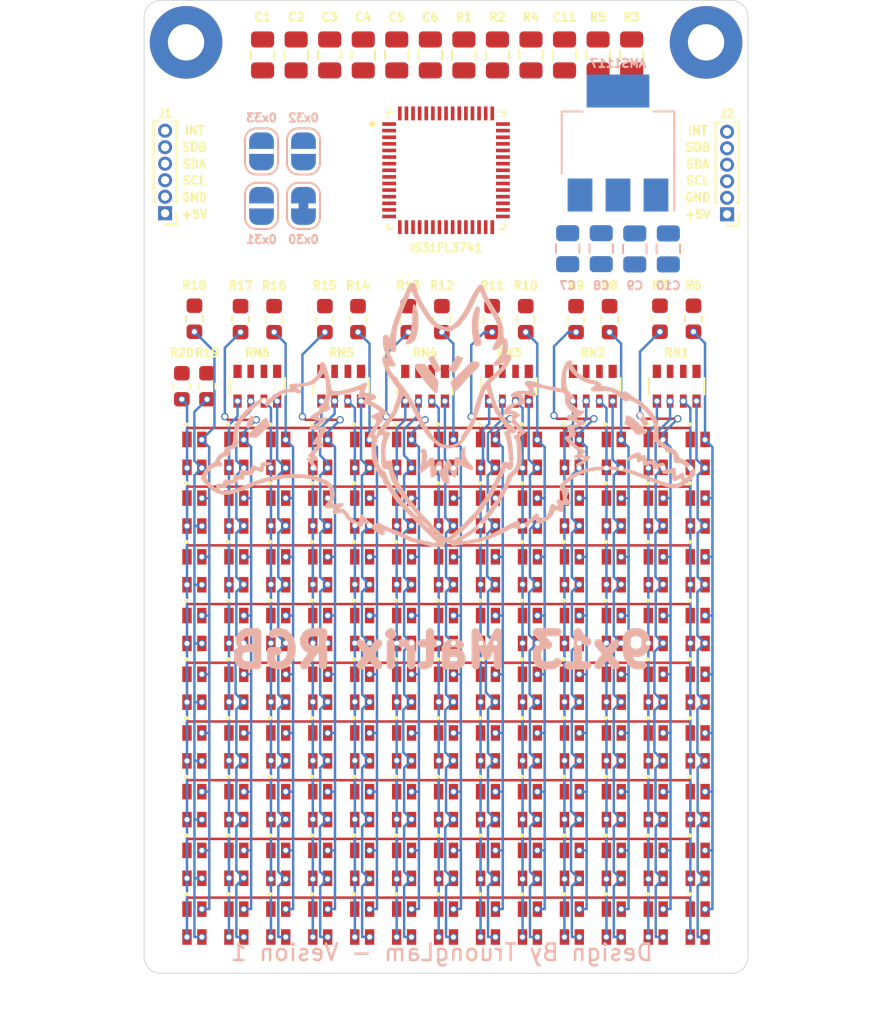
<source format=kicad_pcb>
(kicad_pcb (version 20171130) (host pcbnew "(5.1.5)-3")
  (layers (0 F.Cu signal) (31 B.Cu signal) (34 B.Paste user) (35 F.Paste user) (36 B.SilkS user) (37 F.SilkS user) (38 B.Mask user hide) (39 F.Mask user) (44 Edge.Cuts user))
  (net 0 "")
  (net 1 VCC)
  (net 2 +3V3)
  (net 3 SDB)
  (net 4 INT)
  (net 5 SDA)
  (net 6 SCL)
  (net 7 GND)
  (net 8 ADDR)
  (net 9 "Net-(L1-Pad4)")
  (net 10 COL0)
  (net 11 "Net-(L1-Pad3)")
  (net 12 "Net-(L1-Pad2)")
  (net 13 COL1)
  (net 14 COL2)
  (net 15 COL3)
  (net 16 COL4)
  (net 17 COL5)
  (net 18 COL6)
  (net 19 COL7)
  (net 20 "Net-(L10-Pad4)")
  (net 21 "Net-(L10-Pad3)")
  (net 22 "Net-(L10-Pad2)")
  (net 23 "Net-(L19-Pad4)")
  (net 24 "Net-(L19-Pad3)")
  (net 25 "Net-(L19-Pad2)")
  (net 26 "Net-(L28-Pad4)")
  (net 27 "Net-(L28-Pad3)")
  (net 28 "Net-(L28-Pad2)")
  (net 29 "Net-(L37-Pad4)")
  (net 30 "Net-(L37-Pad3)")
  (net 31 "Net-(L37-Pad2)")
  (net 32 "Net-(L46-Pad4)")
  (net 33 "Net-(L46-Pad3)")
  (net 34 "Net-(L46-Pad2)")
  (net 35 "Net-(L55-Pad4)")
  (net 36 "Net-(L55-Pad3)")
  (net 37 "Net-(L55-Pad2)")
  (net 38 "Net-(L64-Pad4)")
  (net 39 "Net-(L64-Pad3)")
  (net 40 "Net-(L64-Pad2)")
  (net 41 "Net-(L73-Pad4)")
  (net 42 "Net-(L73-Pad3)")
  (net 43 "Net-(L73-Pad2)")
  (net 44 "Net-(L82-Pad4)")
  (net 45 "Net-(L82-Pad3)")
  (net 46 "Net-(L82-Pad2)")
  (net 47 "Net-(L91-Pad4)")
  (net 48 "Net-(L91-Pad3)")
  (net 49 "Net-(L91-Pad2)")
  (net 50 "Net-(L100-Pad4)")
  (net 51 "Net-(L100-Pad3)")
  (net 52 "Net-(L100-Pad2)")
  (net 53 "Net-(L109-Pad4)")
  (net 54 "Net-(L109-Pad3)")
  (net 55 "Net-(L109-Pad2)")
  (net 56 "Net-(R5-Pad1)")
  (net 57 ROW0)
  (net 58 ROW5)
  (net 59 ROW6)
  (net 60 ROW4)
  (net 61 ROW2)
  (net 62 ROW3)
  (net 63 ROW1)
  (net 64 ROW8)
  (net 65 ROW7)
  (net 66 COL11)
  (net 67 COL12)
  (net 68 COL17)
  (net 69 COL18)
  (net 70 COL23)
  (net 71 COL24)
  (net 72 COL29)
  (net 73 COL30)
  (net 74 COL35)
  (net 75 COL36)
  (net 76 COL37)
  (net 77 COL38)
  (net 78 COL10)
  (net 79 COL8)
  (net 80 COL9)
  (net 81 COL16)
  (net 82 COL14)
  (net 83 COL15)
  (net 84 COL13)
  (net 85 COL22)
  (net 86 COL20)
  (net 87 COL21)
  (net 88 COL19)
  (net 89 COL28)
  (net 90 COL26)
  (net 91 COL27)
  (net 92 COL25)
  (net 93 COL34)
  (net 94 COL32)
  (net 95 COL33)
  (net 96 COL31)
  (module foot-print:DIOSC160X150X35-4N (layer F.Cu) (at 86.36 67.818 270)
    (fp_text reference L100 hide)
    (fp_text value LED_ARBG)
    (pad 4 smd rect (at 0.845 0.45 270) (size 0.94 0.57) (layers F.Cu F.Paste F.Mask) (net 50 "Net-(L100-Pad4)"))
    (pad 1 smd rect (at -0.845 0.45 270) (size 0.94 0.57) (layers F.Cu F.Paste F.Mask) (net 64 ROW8))
    (pad 3 smd rect (at 0.845 -0.45 270) (size 0.94 0.57) (layers F.Cu F.Paste F.Mask) (net 51 "Net-(L100-Pad3)"))
    (pad 2 smd rect (at -0.845 -0.45 270) (size 0.94 0.57) (layers F.Cu F.Paste F.Mask) (net 52 "Net-(L100-Pad2)"))
  )
  (module foot-print:QFN40P700X700X80-61N (layer F.Cu) (at 99.06 50.673)
    (fp_text reference IS31FL3741 (at 0 4.699) (layer F.SilkS) (effects (font (size 0.5 0.5) (thickness 0.125))))
    (fp_text value IS31FL3741)
    (pad 45 smd roundrect (at 3.445 -2.8) (size 0.84 0.22) (layers F.Cu F.Paste F.Mask) (roundrect_rratio 0.03) (net 69 COL18))
    (pad 44 smd roundrect (at 3.445 -2.4) (size 0.84 0.22) (layers F.Cu F.Paste F.Mask) (roundrect_rratio 0.03) (net 68 COL17))
    (pad 43 smd roundrect (at 3.445 -2) (size 0.84 0.22) (layers F.Cu F.Paste F.Mask) (roundrect_rratio 0.03) (net 81 COL16))
    (pad 42 smd roundrect (at 3.445 -1.6) (size 0.84 0.22) (layers F.Cu F.Paste F.Mask) (roundrect_rratio 0.03) (net 83 COL15))
    (pad 41 smd roundrect (at 3.445 -1.2) (size 0.84 0.22) (layers F.Cu F.Paste F.Mask) (roundrect_rratio 0.03) (net 82 COL14))
    (pad 40 smd roundrect (at 3.445 -0.8) (size 0.84 0.22) (layers F.Cu F.Paste F.Mask) (roundrect_rratio 0.03) (net 84 COL13))
    (pad 39 smd roundrect (at 3.445 -0.4) (size 0.84 0.22) (layers F.Cu F.Paste F.Mask) (roundrect_rratio 0.03) (net 67 COL12))
    (pad 38 smd roundrect (at 3.445 0) (size 0.84 0.22) (layers F.Cu F.Paste F.Mask) (roundrect_rratio 0.03) (net 66 COL11))
    (pad 37 smd roundrect (at 3.445 0.4) (size 0.84 0.22) (layers F.Cu F.Paste F.Mask) (roundrect_rratio 0.03) (net 78 COL10))
    (pad 36 smd roundrect (at 3.445 0.8) (size 0.84 0.22) (layers F.Cu F.Paste F.Mask) (roundrect_rratio 0.03) (net 7 GND))
    (pad 35 smd roundrect (at 3.445 1.2) (size 0.84 0.22) (layers F.Cu F.Paste F.Mask) (roundrect_rratio 0.03) (net 80 COL9))
    (pad 34 smd roundrect (at 3.445 1.6) (size 0.84 0.22) (layers F.Cu F.Paste F.Mask) (roundrect_rratio 0.03) (net 79 COL8))
    (pad 33 smd roundrect (at 3.445 2) (size 0.84 0.22) (layers F.Cu F.Paste F.Mask) (roundrect_rratio 0.03) (net 19 COL7))
    (pad 32 smd roundrect (at 3.445 2.4) (size 0.84 0.22) (layers F.Cu F.Paste F.Mask) (roundrect_rratio 0.03) (net 18 COL6))
    (pad 31 smd roundrect (at 3.445 2.8) (size 0.84 0.22) (layers F.Cu F.Paste F.Mask) (roundrect_rratio 0.03) (net 17 COL5))
    (pad 15 smd roundrect (at -3.445 2.8) (size 0.84 0.22) (layers F.Cu F.Paste F.Mask) (roundrect_rratio 0.03) (net 1 VCC))
    (pad 14 smd roundrect (at -3.445 2.4) (size 0.84 0.22) (layers F.Cu F.Paste F.Mask) (roundrect_rratio 0.03) (net 1 VCC))
    (pad 13 smd roundrect (at -3.445 2) (size 0.84 0.22) (layers F.Cu F.Paste F.Mask) (roundrect_rratio 0.03) (net 56 "Net-(R5-Pad1)"))
    (pad 12 smd roundrect (at -3.445 1.6) (size 0.84 0.22) (layers F.Cu F.Paste F.Mask) (roundrect_rratio 0.03) (net 7 GND))
    (pad 11 smd roundrect (at -3.445 1.2) (size 0.84 0.22) (layers F.Cu F.Paste F.Mask) (roundrect_rratio 0.03) (net 3 SDB))
    (pad 10 smd roundrect (at -3.445 0.8) (size 0.84 0.22) (layers F.Cu F.Paste F.Mask) (roundrect_rratio 0.03) (net 6 SCL))
    (pad 9 smd roundrect (at -3.445 0.4) (size 0.84 0.22) (layers F.Cu F.Paste F.Mask) (roundrect_rratio 0.03) (net 5 SDA))
    (pad 8 smd roundrect (at -3.445 0) (size 0.84 0.22) (layers F.Cu F.Paste F.Mask) (roundrect_rratio 0.03) (net 8 ADDR))
    (pad 7 smd roundrect (at -3.445 -0.4) (size 0.84 0.22) (layers F.Cu F.Paste F.Mask) (roundrect_rratio 0.03) (net 4 INT))
    (pad 6 smd roundrect (at -3.445 -0.8) (size 0.84 0.22) (layers F.Cu F.Paste F.Mask) (roundrect_rratio 0.03) (net 77 COL38))
    (pad 5 smd roundrect (at -3.445 -1.2) (size 0.84 0.22) (layers F.Cu F.Paste F.Mask) (roundrect_rratio 0.03) (net 76 COL37))
    (pad 4 smd roundrect (at -3.445 -1.6) (size 0.84 0.22) (layers F.Cu F.Paste F.Mask) (roundrect_rratio 0.03) (net 75 COL36))
    (pad 3 smd roundrect (at -3.445 -2) (size 0.84 0.22) (layers F.Cu F.Paste F.Mask) (roundrect_rratio 0.03) (net 74 COL35))
    (pad 2 smd roundrect (at -3.445 -2.4) (size 0.84 0.22) (layers F.Cu F.Paste F.Mask) (roundrect_rratio 0.03) (net 93 COL34))
    (pad 1 smd roundrect (at -3.445 -2.8) (size 0.84 0.22) (layers F.Cu F.Paste F.Mask) (roundrect_rratio 0.03) (net 95 COL33))
    (pad 60 smd roundrect (at -2.8 -3.445) (size 0.22 0.84) (layers F.Cu F.Paste F.Mask) (roundrect_rratio 0.03) (net 94 COL32))
    (pad 59 smd roundrect (at -2.4 -3.445) (size 0.22 0.84) (layers F.Cu F.Paste F.Mask) (roundrect_rratio 0.03) (net 96 COL31))
    (pad 58 smd roundrect (at -2 -3.445) (size 0.22 0.84) (layers F.Cu F.Paste F.Mask) (roundrect_rratio 0.03) (net 73 COL30))
    (pad 57 smd roundrect (at -1.6 -3.445) (size 0.22 0.84) (layers F.Cu F.Paste F.Mask) (roundrect_rratio 0.03) (net 72 COL29))
    (pad 56 smd roundrect (at -1.2 -3.445) (size 0.22 0.84) (layers F.Cu F.Paste F.Mask) (roundrect_rratio 0.03) (net 89 COL28))
    (pad 55 smd roundrect (at -0.8 -3.445) (size 0.22 0.84) (layers F.Cu F.Paste F.Mask) (roundrect_rratio 0.03) (net 7 GND))
    (pad 54 smd roundrect (at -0.4 -3.445) (size 0.22 0.84) (layers F.Cu F.Paste F.Mask) (roundrect_rratio 0.03) (net 91 COL27))
    (pad 53 smd roundrect (at 0 -3.445) (size 0.22 0.84) (layers F.Cu F.Paste F.Mask) (roundrect_rratio 0.03) (net 90 COL26))
    (pad 52 smd roundrect (at 0.4 -3.445) (size 0.22 0.84) (layers F.Cu F.Paste F.Mask) (roundrect_rratio 0.03) (net 92 COL25))
    (pad 51 smd roundrect (at 0.8 -3.445) (size 0.22 0.84) (layers F.Cu F.Paste F.Mask) (roundrect_rratio 0.03) (net 71 COL24))
    (pad 50 smd roundrect (at 1.2 -3.445) (size 0.22 0.84) (layers F.Cu F.Paste F.Mask) (roundrect_rratio 0.03) (net 70 COL23))
    (pad 49 smd roundrect (at 1.6 -3.445) (size 0.22 0.84) (layers F.Cu F.Paste F.Mask) (roundrect_rratio 0.03) (net 85 COL22))
    (pad 48 smd roundrect (at 2 -3.445) (size 0.22 0.84) (layers F.Cu F.Paste F.Mask) (roundrect_rratio 0.03) (net 87 COL21))
    (pad 47 smd roundrect (at 2.4 -3.445) (size 0.22 0.84) (layers F.Cu F.Paste F.Mask) (roundrect_rratio 0.03) (net 86 COL20))
    (pad 46 smd roundrect (at 2.8 -3.445) (size 0.22 0.84) (layers F.Cu F.Paste F.Mask) (roundrect_rratio 0.03) (net 88 COL19))
    (pad 30 smd roundrect (at 2.8 3.445) (size 0.22 0.84) (layers F.Cu F.Paste F.Mask) (roundrect_rratio 0.03) (net 16 COL4))
    (pad 29 smd roundrect (at 2.4 3.445) (size 0.22 0.84) (layers F.Cu F.Paste F.Mask) (roundrect_rratio 0.03) (net 15 COL3))
    (pad 28 smd roundrect (at 2 3.445) (size 0.22 0.84) (layers F.Cu F.Paste F.Mask) (roundrect_rratio 0.03) (net 14 COL2))
    (pad 27 smd roundrect (at 1.6 3.445) (size 0.22 0.84) (layers F.Cu F.Paste F.Mask) (roundrect_rratio 0.03) (net 13 COL1))
    (pad 26 smd roundrect (at 1.2 3.445) (size 0.22 0.84) (layers F.Cu F.Paste F.Mask) (roundrect_rratio 0.03) (net 10 COL0))
    (pad 25 smd roundrect (at 0.8 3.445) (size 0.22 0.84) (layers F.Cu F.Paste F.Mask) (roundrect_rratio 0.03) (net 1 VCC))
    (pad 24 smd roundrect (at 0.4 3.445) (size 0.22 0.84) (layers F.Cu F.Paste F.Mask) (roundrect_rratio 0.03) (net 64 ROW8))
    (pad 23 smd roundrect (at 0 3.445) (size 0.22 0.84) (layers F.Cu F.Paste F.Mask) (roundrect_rratio 0.03) (net 65 ROW7))
    (pad 22 smd roundrect (at -0.4 3.445) (size 0.22 0.84) (layers F.Cu F.Paste F.Mask) (roundrect_rratio 0.03) (net 59 ROW6))
    (pad 21 smd roundrect (at -0.8 3.445) (size 0.22 0.84) (layers F.Cu F.Paste F.Mask) (roundrect_rratio 0.03) (net 58 ROW5))
    (pad 20 smd roundrect (at -1.2 3.445) (size 0.22 0.84) (layers F.Cu F.Paste F.Mask) (roundrect_rratio 0.03) (net 60 ROW4))
    (pad 19 smd roundrect (at -1.6 3.445) (size 0.22 0.84) (layers F.Cu F.Paste F.Mask) (roundrect_rratio 0.03) (net 62 ROW3))
    (pad 18 smd roundrect (at -2 3.445) (size 0.22 0.84) (layers F.Cu F.Paste F.Mask) (roundrect_rratio 0.03) (net 61 ROW2))
    (pad 17 smd roundrect (at -2.4 3.445) (size 0.22 0.84) (layers F.Cu F.Paste F.Mask) (roundrect_rratio 0.03) (net 63 ROW1))
    (pad 16 smd roundrect (at -2.8 3.445) (size 0.22 0.84) (layers F.Cu F.Paste F.Mask) (roundrect_rratio 0.03) (net 57 ROW0))
  )
  (module Connector_PinHeader_1.00mm:PinHeader_1x06_P1.00mm_Vertical (layer F.Cu) (at 116.078 53.34 180)
    (fp_text reference J2 (at 0 6.096) (layer F.SilkS) (effects (font (size 0.5 0.5) (thickness 0.125))))
    (fp_text value OUT)
    (pad 6 thru_hole oval (at 0 5 180) (size 0.85 0.85) (drill 0.5) (layers *.Cu *.Mask) (net 4 INT))
    (pad 5 thru_hole oval (at 0 4 180) (size 0.85 0.85) (drill 0.5) (layers *.Cu *.Mask) (net 3 SDB))
    (pad 4 thru_hole oval (at 0 3 180) (size 0.85 0.85) (drill 0.5) (layers *.Cu *.Mask) (net 5 SDA))
    (pad 3 thru_hole oval (at 0 2 180) (size 0.85 0.85) (drill 0.5) (layers *.Cu *.Mask) (net 6 SCL))
    (pad 2 thru_hole oval (at 0 1 180) (size 0.85 0.85) (drill 0.5) (layers *.Cu *.Mask) (net 7 GND))
    (pad 1 thru_hole rect (at 0 0 180) (size 0.85 0.85) (drill 0.5) (layers *.Cu *.Mask) (net 1 VCC))
  )
  (module MountingHole:MountingHole_2.2mm_M2_Pad (layer F.Cu) (at 114.808 42.926)
    (fp_text reference MM2 hide)
    (fp_text value MountingHole_2.2mm_M2_Pad)
    (pad 1 thru_hole circle (at 0 0) (size 4.4 4.4) (drill 2.2) (layers *.Cu *.Mask))
  )
  (module MountingHole:MountingHole_2.2mm_M2_Pad (layer F.Cu) (at 83.312 42.926)
    (fp_text reference MM1 hide)
    (fp_text value MountingHole_2.2mm_M2_Pad)
    (pad 1 thru_hole circle (at 0 0) (size 4.4 4.4) (drill 2.2) (layers *.Cu *.Mask))
  )
  (module arisu:7 (layer B.Cu) (at 99.06 65.532 180)
    (fp_text reference G*** hide)
    (fp_text value LOGO hide)
  )
  (module Package_TO_SOT_SMD:SOT-223-3_TabPin2 (layer B.Cu) (at 109.474 49.022 90)
    (fp_text reference AMS1117 (at 4.826 0 180) (layer B.SilkS) (effects (font (size 0.5 0.5) (thickness 0.125)) (justify mirror)))
    (fp_text value AMS1117-3.3)
    (pad 2 smd rect (at 3.15 0 90) (size 2 3.8) (layers B.Cu B.Paste B.Mask) (net 2 +3V3))
    (pad 2 smd rect (at -3.15 0 90) (size 2 1.5) (layers B.Cu B.Paste B.Mask) (net 2 +3V3))
    (pad 3 smd rect (at -3.15 -2.3 90) (size 2 1.5) (layers B.Cu B.Paste B.Mask) (net 1 VCC))
    (pad 1 smd rect (at -3.15 2.3 90) (size 2 1.5) (layers B.Cu B.Paste B.Mask) (net 7 GND))
  )
  (module Resistor_SMD:R_0805_2012Metric (layer F.Cu) (at 108.2675 43.688 270)
    (fp_text reference R5 (at -2.286 0 180) (layer F.SilkS) (effects (font (size 0.5 0.5) (thickness 0.125))))
    (fp_text value 2.2K)
    (pad 2 smd roundrect (at 0.9375 0 270) (size 0.975 1.4) (layers F.Cu F.Paste F.Mask) (net 7 GND))
    (pad 1 smd roundrect (at -0.9375 0 270) (size 0.975 1.4) (layers F.Cu F.Paste F.Mask) (net 56 "Net-(R5-Pad1)"))
  )
  (module Resistor_SMD:R_0805_2012Metric (layer F.Cu) (at 104.2035 43.688 270)
    (fp_text reference R4 (at -2.286 0 180) (layer F.SilkS) (effects (font (size 0.5 0.5) (thickness 0.125))))
    (fp_text value 100K)
    (pad 2 smd roundrect (at 0.9375 0 270) (size 0.975 1.4) (layers F.Cu F.Paste F.Mask) (net 7 GND))
    (pad 1 smd roundrect (at -0.9375 0 270) (size 0.975 1.4) (layers F.Cu F.Paste F.Mask) (net 3 SDB))
  )
  (module Resistor_SMD:R_0805_2012Metric (layer F.Cu) (at 110.2995 43.688 90)
    (fp_text reference R3 (at 2.286 0 180) (layer F.SilkS) (effects (font (size 0.5 0.5) (thickness 0.125))))
    (fp_text value 100K)
    (pad 2 smd roundrect (at 0.9375 0 90) (size 0.975 1.4) (layers F.Cu F.Paste F.Mask) (net 4 INT))
    (pad 1 smd roundrect (at -0.9375 0 90) (size 0.975 1.4) (layers F.Cu F.Paste F.Mask) (net 2 +3V3))
  )
  (module Resistor_SMD:R_0805_2012Metric (layer F.Cu) (at 102.1715 43.688 90)
    (fp_text reference R2 (at 2.286 0 180) (layer F.SilkS) (effects (font (size 0.5 0.5) (thickness 0.125))))
    (fp_text value 4.7K)
    (pad 2 smd roundrect (at 0.9375 0 90) (size 0.975 1.4) (layers F.Cu F.Paste F.Mask) (net 6 SCL))
    (pad 1 smd roundrect (at -0.9375 0 90) (size 0.975 1.4) (layers F.Cu F.Paste F.Mask) (net 1 VCC))
  )
  (module Resistor_SMD:R_0805_2012Metric (layer F.Cu) (at 100.1395 43.688 90)
    (fp_text reference R1 (at 2.286 0 180) (layer F.SilkS) (effects (font (size 0.5 0.5) (thickness 0.125))))
    (fp_text value 4.7K)
    (pad 2 smd roundrect (at 0.9375 0 90) (size 0.975 1.4) (layers F.Cu F.Paste F.Mask) (net 5 SDA))
    (pad 1 smd roundrect (at -0.9375 0 90) (size 0.975 1.4) (layers F.Cu F.Paste F.Mask) (net 1 VCC))
  )
  (module Jumper:SolderJumper-2_P1.3mm_Open_RoundedPad1.0x1.5mm (layer B.Cu) (at 87.884 49.53 90)
    (fp_text reference 0x33 (at 2.032 0 -180) (layer B.SilkS) (effects (font (size 0.5 0.5) (thickness 0.125)) (justify mirror)))
    (fp_text value VCC)
    (pad 2 smd custom (at 0.65 0 90) (size 1 0.5) (layers B.Cu B.Mask) (net 1 VCC) (options (clearance outline) (anchor rect)) (primitives (gr_circle (center 0 -0.25) (end 0.5 -0.25) (width 0)) (gr_circle (center 0 0.25) (end 0.5 0.25) (width 0)) (gr_poly (pts (xy 0 0.75) (xy -0.5 0.75) (xy -0.5 -0.75) (xy 0 -0.75)) (width 0))))
    (pad 1 smd custom (at -0.65 0 90) (size 1 0.5) (layers B.Cu B.Mask) (net 8 ADDR) (options (clearance outline) (anchor rect)) (primitives (gr_circle (center 0 -0.25) (end 0.5 -0.25) (width 0)) (gr_circle (center 0 0.25) (end 0.5 0.25) (width 0)) (gr_poly (pts (xy 0 0.75) (xy 0.5 0.75) (xy 0.5 -0.75) (xy 0 -0.75)) (width 0))))
  )
  (module Jumper:SolderJumper-2_P1.3mm_Open_RoundedPad1.0x1.5mm (layer B.Cu) (at 87.884 52.832 270)
    (fp_text reference 0x31 (at 2.032 0 180) (layer B.SilkS) (effects (font (size 0.5 0.5) (thickness 0.125)) (justify mirror)))
    (fp_text value SCL)
    (pad 2 smd custom (at 0.65 0 270) (size 1 0.5) (layers B.Cu B.Mask) (net 6 SCL) (options (clearance outline) (anchor rect)) (primitives (gr_circle (center 0 -0.25) (end 0.5 -0.25) (width 0)) (gr_circle (center 0 0.25) (end 0.5 0.25) (width 0)) (gr_poly (pts (xy 0 0.75) (xy -0.5 0.75) (xy -0.5 -0.75) (xy 0 -0.75)) (width 0))))
    (pad 1 smd custom (at -0.65 0 270) (size 1 0.5) (layers B.Cu B.Mask) (net 8 ADDR) (options (clearance outline) (anchor rect)) (primitives (gr_circle (center 0 -0.25) (end 0.5 -0.25) (width 0)) (gr_circle (center 0 0.25) (end 0.5 0.25) (width 0)) (gr_poly (pts (xy 0 0.75) (xy 0.5 0.75) (xy 0.5 -0.75) (xy 0 -0.75)) (width 0))))
  )
  (module Jumper:SolderJumper-2_P1.3mm_Open_RoundedPad1.0x1.5mm (layer B.Cu) (at 90.424 49.53 90)
    (fp_text reference 0x32 (at 2.032 0 -180) (layer B.SilkS) (effects (font (size 0.5 0.5) (thickness 0.125)) (justify mirror)))
    (fp_text value SDA)
    (pad 2 smd custom (at 0.65 0 90) (size 1 0.5) (layers B.Cu B.Mask) (net 5 SDA) (options (clearance outline) (anchor rect)) (primitives (gr_circle (center 0 -0.25) (end 0.5 -0.25) (width 0)) (gr_circle (center 0 0.25) (end 0.5 0.25) (width 0)) (gr_poly (pts (xy 0 0.75) (xy -0.5 0.75) (xy -0.5 -0.75) (xy 0 -0.75)) (width 0))))
    (pad 1 smd custom (at -0.65 0 90) (size 1 0.5) (layers B.Cu B.Mask) (net 8 ADDR) (options (clearance outline) (anchor rect)) (primitives (gr_circle (center 0 -0.25) (end 0.5 -0.25) (width 0)) (gr_circle (center 0 0.25) (end 0.5 0.25) (width 0)) (gr_poly (pts (xy 0 0.75) (xy 0.5 0.75) (xy 0.5 -0.75) (xy 0 -0.75)) (width 0))))
  )
  (module Jumper:SolderJumper-2_P1.3mm_Bridged_RoundedPad1.0x1.5mm (layer B.Cu) (at 90.424 52.832 270)
    (fp_text reference 0x30 (at 2.032 0 180) (layer B.SilkS) (effects (font (size 0.5 0.5) (thickness 0.125)) (justify mirror)))
    (fp_text value GND)
    (fp_poly (pts (xy 0.25 0.3) (xy -0.25 0.3) (xy -0.25 -0.3) (xy 0.25 -0.3)) (layer B.Cu) (width 0))
    (pad 1 smd custom (at -0.65 0 270) (size 1 0.5) (layers B.Cu B.Mask) (net 8 ADDR) (options (clearance outline) (anchor rect)) (primitives (gr_circle (center 0 -0.25) (end 0.5 -0.25) (width 0)) (gr_circle (center 0 0.25) (end 0.5 0.25) (width 0)) (gr_poly (pts (xy 0 0.75) (xy 0.5 0.75) (xy 0.5 -0.75) (xy 0 -0.75)) (width 0))))
    (pad 2 smd custom (at 0.65 0 270) (size 1 0.5) (layers B.Cu B.Mask) (net 7 GND) (options (clearance outline) (anchor rect)) (primitives (gr_circle (center 0 -0.25) (end 0.5 -0.25) (width 0)) (gr_circle (center 0 0.25) (end 0.5 0.25) (width 0)) (gr_poly (pts (xy 0 0.75) (xy -0.5 0.75) (xy -0.5 -0.75) (xy 0 -0.75)) (width 0))))
  )
  (module Connector_PinHeader_1.00mm:PinHeader_1x06_P1.00mm_Vertical (layer F.Cu) (at 82.042 53.276 180)
    (fp_text reference J1 (at 0 6.032) (layer F.SilkS) (effects (font (size 0.5 0.5) (thickness 0.125))))
    (fp_text value IN)
    (pad 6 thru_hole oval (at 0 5 180) (size 0.85 0.85) (drill 0.5) (layers *.Cu *.Mask) (net 4 INT))
    (pad 5 thru_hole oval (at 0 4 180) (size 0.85 0.85) (drill 0.5) (layers *.Cu *.Mask) (net 3 SDB))
    (pad 4 thru_hole oval (at 0 3 180) (size 0.85 0.85) (drill 0.5) (layers *.Cu *.Mask) (net 5 SDA))
    (pad 3 thru_hole oval (at 0 2 180) (size 0.85 0.85) (drill 0.5) (layers *.Cu *.Mask) (net 6 SCL))
    (pad 2 thru_hole oval (at 0 1 180) (size 0.85 0.85) (drill 0.5) (layers *.Cu *.Mask) (net 7 GND))
    (pad 1 thru_hole rect (at 0 0 180) (size 0.85 0.85) (drill 0.5) (layers *.Cu *.Mask) (net 1 VCC))
  )
  (module Capacitor_SMD:C_0805_2012Metric (layer F.Cu) (at 106.2355 43.688 270)
    (fp_text reference C11 (at -2.286 0 180) (layer F.SilkS) (effects (font (size 0.5 0.5) (thickness 0.125))))
    (fp_text value 100nF)
    (pad 2 smd roundrect (at 0.9375 0 270) (size 0.975 1.4) (layers F.Cu F.Paste F.Mask) (net 7 GND))
    (pad 1 smd roundrect (at -0.9375 0 270) (size 0.975 1.4) (layers F.Cu F.Paste F.Mask) (net 3 SDB))
  )
  (module Capacitor_SMD:C_0805_2012Metric (layer B.Cu) (at 112.522 55.4355 270)
    (fp_text reference C10 (at 2.2225 0) (layer B.SilkS) (effects (font (size 0.5 0.5) (thickness 0.125)) (justify mirror)))
    (fp_text value 100nF)
    (pad 2 smd roundrect (at 0.9375 0 270) (size 0.975 1.4) (layers B.Cu B.Paste B.Mask) (net 7 GND))
    (pad 1 smd roundrect (at -0.9375 0 270) (size 0.975 1.4) (layers B.Cu B.Paste B.Mask) (net 2 +3V3))
  )
  (module Capacitor_SMD:C_0805_2012Metric (layer B.Cu) (at 110.49 55.4355 270)
    (fp_text reference C9 (at 2.2225 0) (layer B.SilkS) (effects (font (size 0.5 0.5) (thickness 0.125)) (justify mirror)))
    (fp_text value 4.7uF)
    (pad 2 smd roundrect (at 0.9375 0 270) (size 0.975 1.4) (layers B.Cu B.Paste B.Mask) (net 7 GND))
    (pad 1 smd roundrect (at -0.9375 0 270) (size 0.975 1.4) (layers B.Cu B.Paste B.Mask) (net 2 +3V3))
  )
  (module Capacitor_SMD:C_0805_2012Metric (layer B.Cu) (at 108.458 55.4205 270)
    (fp_text reference C8 (at 2.2375 0 180) (layer B.SilkS) (effects (font (size 0.5 0.5) (thickness 0.125)) (justify mirror)))
    (fp_text value 4.7uF)
    (pad 2 smd roundrect (at 0.9375 0 270) (size 0.975 1.4) (layers B.Cu B.Paste B.Mask) (net 7 GND))
    (pad 1 smd roundrect (at -0.9375 0 270) (size 0.975 1.4) (layers B.Cu B.Paste B.Mask) (net 1 VCC))
  )
  (module Capacitor_SMD:C_0805_2012Metric (layer B.Cu) (at 106.426 55.4205 270)
    (fp_text reference C7 (at 2.2375 0 180) (layer B.SilkS) (effects (font (size 0.5 0.5) (thickness 0.125)) (justify mirror)))
    (fp_text value 100nF)
    (pad 2 smd roundrect (at 0.9375 0 270) (size 0.975 1.4) (layers B.Cu B.Paste B.Mask) (net 7 GND))
    (pad 1 smd roundrect (at -0.9375 0 270) (size 0.975 1.4) (layers B.Cu B.Paste B.Mask) (net 1 VCC))
  )
  (module Capacitor_SMD:C_0805_2012Metric (layer F.Cu) (at 98.1075 43.688 90)
    (fp_text reference C6 (at 2.286 0 180) (layer F.SilkS) (effects (font (size 0.5 0.5) (thickness 0.125))))
    (fp_text value 1uF)
    (pad 2 smd roundrect (at 0.9375 0 90) (size 0.975 1.4) (layers F.Cu F.Paste F.Mask) (net 7 GND))
    (pad 1 smd roundrect (at -0.9375 0 90) (size 0.975 1.4) (layers F.Cu F.Paste F.Mask) (net 1 VCC))
  )
  (module Capacitor_SMD:C_0805_2012Metric (layer F.Cu) (at 96.0755 43.688 90)
    (fp_text reference C5 (at 2.286 0 180) (layer F.SilkS) (effects (font (size 0.5 0.5) (thickness 0.125))))
    (fp_text value 10uF)
    (pad 2 smd roundrect (at 0.9375 0 90) (size 0.975 1.4) (layers F.Cu F.Paste F.Mask) (net 7 GND))
    (pad 1 smd roundrect (at -0.9375 0 90) (size 0.975 1.4) (layers F.Cu F.Paste F.Mask) (net 1 VCC))
  )
  (module Capacitor_SMD:C_0805_2012Metric (layer F.Cu) (at 94.0435 43.688 90)
    (fp_text reference C4 (at 2.286 0 180) (layer F.SilkS) (effects (font (size 0.5 0.5) (thickness 0.125))))
    (fp_text value 10uF)
    (pad 2 smd roundrect (at 0.9375 0 90) (size 0.975 1.4) (layers F.Cu F.Paste F.Mask) (net 7 GND))
    (pad 1 smd roundrect (at -0.9375 0 90) (size 0.975 1.4) (layers F.Cu F.Paste F.Mask) (net 1 VCC))
  )
  (module Capacitor_SMD:C_0805_2012Metric (layer F.Cu) (at 92.0115 43.688 90)
    (fp_text reference C3 (at 2.286 0 180) (layer F.SilkS) (effects (font (size 0.5 0.5) (thickness 0.125))))
    (fp_text value 10uF)
    (pad 2 smd roundrect (at 0.9375 0 90) (size 0.975 1.4) (layers F.Cu F.Paste F.Mask) (net 7 GND))
    (pad 1 smd roundrect (at -0.9375 0 90) (size 0.975 1.4) (layers F.Cu F.Paste F.Mask) (net 1 VCC))
  )
  (module Capacitor_SMD:C_0805_2012Metric (layer F.Cu) (at 89.9795 43.688 90)
    (fp_text reference C2 (at 2.286 0 180) (layer F.SilkS) (effects (font (size 0.5 0.5) (thickness 0.125))))
    (fp_text value 1uF)
    (pad 2 smd roundrect (at 0.9375 0 90) (size 0.975 1.4) (layers F.Cu F.Paste F.Mask) (net 7 GND))
    (pad 1 smd roundrect (at -0.9375 0 90) (size 0.975 1.4) (layers F.Cu F.Paste F.Mask) (net 1 VCC))
  )
  (module Capacitor_SMD:C_0805_2012Metric (layer F.Cu) (at 87.9475 43.688 90)
    (fp_text reference C1 (at 2.286 0 180) (layer F.SilkS) (effects (font (size 0.5 0.5) (thickness 0.125))))
    (fp_text value 10uF)
    (pad 2 smd roundrect (at 0.9375 0 90) (size 0.975 1.4) (layers F.Cu F.Paste F.Mask) (net 7 GND))
    (pad 1 smd roundrect (at -0.9375 0 90) (size 0.975 1.4) (layers F.Cu F.Paste F.Mask) (net 1 VCC))
  )
  (module Resistor_SMD:R_Array_Convex_4x0603 (layer F.Cu) (at 87.63 63.754 270)
    (fp_text reference RN6 (at -2.032 0 180) (layer F.SilkS) (effects (font (size 0.5 0.5) (thickness 0.125))))
    (fp_text value 22R)
    (pad 5 smd rect (at 0.9 1.2 270) (size 0.8 0.5) (layers F.Cu F.Paste F.Mask) (net 50 "Net-(L100-Pad4)"))
    (pad 6 smd rect (at 0.9 0.4 270) (size 0.8 0.4) (layers F.Cu F.Paste F.Mask) (net 51 "Net-(L100-Pad3)"))
    (pad 8 smd rect (at 0.9 -1.2 270) (size 0.8 0.5) (layers F.Cu F.Paste F.Mask) (net 48 "Net-(L91-Pad3)"))
    (pad 7 smd rect (at 0.9 -0.4 270) (size 0.8 0.4) (layers F.Cu F.Paste F.Mask) (net 47 "Net-(L91-Pad4)"))
    (pad 4 smd rect (at -0.9 1.2 270) (size 0.8 0.5) (layers F.Cu F.Paste F.Mask) (net 93 COL34))
    (pad 2 smd rect (at -0.9 -0.4 270) (size 0.8 0.4) (layers F.Cu F.Paste F.Mask) (net 94 COL32))
    (pad 3 smd rect (at -0.9 0.4 270) (size 0.8 0.4) (layers F.Cu F.Paste F.Mask) (net 95 COL33))
    (pad 1 smd rect (at -0.9 -1.2 270) (size 0.8 0.5) (layers F.Cu F.Paste F.Mask) (net 96 COL31))
  )
  (module Resistor_SMD:R_Array_Convex_4x0603 (layer F.Cu) (at 92.71 63.754 270)
    (fp_text reference RN5 (at -2.032 0 180) (layer F.SilkS) (effects (font (size 0.5 0.5) (thickness 0.125))))
    (fp_text value 22R)
    (pad 5 smd rect (at 0.9 1.2 270) (size 0.8 0.5) (layers F.Cu F.Paste F.Mask) (net 44 "Net-(L82-Pad4)"))
    (pad 6 smd rect (at 0.9 0.4 270) (size 0.8 0.4) (layers F.Cu F.Paste F.Mask) (net 45 "Net-(L82-Pad3)"))
    (pad 8 smd rect (at 0.9 -1.2 270) (size 0.8 0.5) (layers F.Cu F.Paste F.Mask) (net 42 "Net-(L73-Pad3)"))
    (pad 7 smd rect (at 0.9 -0.4 270) (size 0.8 0.4) (layers F.Cu F.Paste F.Mask) (net 41 "Net-(L73-Pad4)"))
    (pad 4 smd rect (at -0.9 1.2 270) (size 0.8 0.5) (layers F.Cu F.Paste F.Mask) (net 89 COL28))
    (pad 2 smd rect (at -0.9 -0.4 270) (size 0.8 0.4) (layers F.Cu F.Paste F.Mask) (net 90 COL26))
    (pad 3 smd rect (at -0.9 0.4 270) (size 0.8 0.4) (layers F.Cu F.Paste F.Mask) (net 91 COL27))
    (pad 1 smd rect (at -0.9 -1.2 270) (size 0.8 0.5) (layers F.Cu F.Paste F.Mask) (net 92 COL25))
  )
  (module Resistor_SMD:R_Array_Convex_4x0603 (layer F.Cu) (at 97.79 63.754 270)
    (fp_text reference RN4 (at -2.032 0 180) (layer F.SilkS) (effects (font (size 0.5 0.5) (thickness 0.125))))
    (fp_text value 22R)
    (pad 5 smd rect (at 0.9 1.2 270) (size 0.8 0.5) (layers F.Cu F.Paste F.Mask) (net 38 "Net-(L64-Pad4)"))
    (pad 6 smd rect (at 0.9 0.4 270) (size 0.8 0.4) (layers F.Cu F.Paste F.Mask) (net 39 "Net-(L64-Pad3)"))
    (pad 8 smd rect (at 0.9 -1.2 270) (size 0.8 0.5) (layers F.Cu F.Paste F.Mask) (net 36 "Net-(L55-Pad3)"))
    (pad 7 smd rect (at 0.9 -0.4 270) (size 0.8 0.4) (layers F.Cu F.Paste F.Mask) (net 35 "Net-(L55-Pad4)"))
    (pad 4 smd rect (at -0.9 1.2 270) (size 0.8 0.5) (layers F.Cu F.Paste F.Mask) (net 85 COL22))
    (pad 2 smd rect (at -0.9 -0.4 270) (size 0.8 0.4) (layers F.Cu F.Paste F.Mask) (net 86 COL20))
    (pad 3 smd rect (at -0.9 0.4 270) (size 0.8 0.4) (layers F.Cu F.Paste F.Mask) (net 87 COL21))
    (pad 1 smd rect (at -0.9 -1.2 270) (size 0.8 0.5) (layers F.Cu F.Paste F.Mask) (net 88 COL19))
  )
  (module Resistor_SMD:R_Array_Convex_4x0603 (layer F.Cu) (at 102.87 63.754 270)
    (fp_text reference RN3 (at -2.032 0 180) (layer F.SilkS) (effects (font (size 0.5 0.5) (thickness 0.125))))
    (fp_text value 22R)
    (pad 5 smd rect (at 0.9 1.2 270) (size 0.8 0.5) (layers F.Cu F.Paste F.Mask) (net 32 "Net-(L46-Pad4)"))
    (pad 6 smd rect (at 0.9 0.4 270) (size 0.8 0.4) (layers F.Cu F.Paste F.Mask) (net 33 "Net-(L46-Pad3)"))
    (pad 8 smd rect (at 0.9 -1.2 270) (size 0.8 0.5) (layers F.Cu F.Paste F.Mask) (net 30 "Net-(L37-Pad3)"))
    (pad 7 smd rect (at 0.9 -0.4 270) (size 0.8 0.4) (layers F.Cu F.Paste F.Mask) (net 29 "Net-(L37-Pad4)"))
    (pad 4 smd rect (at -0.9 1.2 270) (size 0.8 0.5) (layers F.Cu F.Paste F.Mask) (net 81 COL16))
    (pad 2 smd rect (at -0.9 -0.4 270) (size 0.8 0.4) (layers F.Cu F.Paste F.Mask) (net 82 COL14))
    (pad 3 smd rect (at -0.9 0.4 270) (size 0.8 0.4) (layers F.Cu F.Paste F.Mask) (net 83 COL15))
    (pad 1 smd rect (at -0.9 -1.2 270) (size 0.8 0.5) (layers F.Cu F.Paste F.Mask) (net 84 COL13))
  )
  (module Resistor_SMD:R_Array_Convex_4x0603 (layer F.Cu) (at 107.95 63.754 270)
    (fp_text reference RN2 (at -2.032 0 180) (layer F.SilkS) (effects (font (size 0.5 0.5) (thickness 0.125))))
    (fp_text value 22R)
    (pad 5 smd rect (at 0.9 1.2 270) (size 0.8 0.5) (layers F.Cu F.Paste F.Mask) (net 26 "Net-(L28-Pad4)"))
    (pad 6 smd rect (at 0.9 0.4 270) (size 0.8 0.4) (layers F.Cu F.Paste F.Mask) (net 27 "Net-(L28-Pad3)"))
    (pad 8 smd rect (at 0.9 -1.2 270) (size 0.8 0.5) (layers F.Cu F.Paste F.Mask) (net 24 "Net-(L19-Pad3)"))
    (pad 7 smd rect (at 0.9 -0.4 270) (size 0.8 0.4) (layers F.Cu F.Paste F.Mask) (net 23 "Net-(L19-Pad4)"))
    (pad 4 smd rect (at -0.9 1.2 270) (size 0.8 0.5) (layers F.Cu F.Paste F.Mask) (net 78 COL10))
    (pad 2 smd rect (at -0.9 -0.4 270) (size 0.8 0.4) (layers F.Cu F.Paste F.Mask) (net 79 COL8))
    (pad 3 smd rect (at -0.9 0.4 270) (size 0.8 0.4) (layers F.Cu F.Paste F.Mask) (net 80 COL9))
    (pad 1 smd rect (at -0.9 -1.2 270) (size 0.8 0.5) (layers F.Cu F.Paste F.Mask) (net 19 COL7))
  )
  (module Resistor_SMD:R_Array_Convex_4x0603 (layer F.Cu) (at 113.03 63.754 270)
    (fp_text reference RN1 (at -2.032 0 180) (layer F.SilkS) (effects (font (size 0.5 0.5) (thickness 0.125))))
    (fp_text value 22R)
    (pad 5 smd rect (at 0.9 1.2 270) (size 0.8 0.5) (layers F.Cu F.Paste F.Mask) (net 20 "Net-(L10-Pad4)"))
    (pad 6 smd rect (at 0.9 0.4 270) (size 0.8 0.4) (layers F.Cu F.Paste F.Mask) (net 21 "Net-(L10-Pad3)"))
    (pad 8 smd rect (at 0.9 -1.2 270) (size 0.8 0.5) (layers F.Cu F.Paste F.Mask) (net 11 "Net-(L1-Pad3)"))
    (pad 7 smd rect (at 0.9 -0.4 270) (size 0.8 0.4) (layers F.Cu F.Paste F.Mask) (net 9 "Net-(L1-Pad4)"))
    (pad 4 smd rect (at -0.9 1.2 270) (size 0.8 0.5) (layers F.Cu F.Paste F.Mask) (net 16 COL4))
    (pad 2 smd rect (at -0.9 -0.4 270) (size 0.8 0.4) (layers F.Cu F.Paste F.Mask) (net 14 COL2))
    (pad 3 smd rect (at -0.9 0.4 270) (size 0.8 0.4) (layers F.Cu F.Paste F.Mask) (net 15 COL3))
    (pad 1 smd rect (at -0.9 -1.2 270) (size 0.8 0.5) (layers F.Cu F.Paste F.Mask) (net 13 COL1))
  )
  (module Resistor_SMD:R_0603_1608Metric (layer F.Cu) (at 83.058 63.754 90)
    (fp_text reference R20 (at 2.032 0 180) (layer F.SilkS) (effects (font (size 0.5 0.5) (thickness 0.125))))
    (fp_text value 22R)
    (pad 2 smd roundrect (at 0.7875 0 90) (size 0.875 0.95) (layers F.Cu F.Paste F.Mask) (net 77 COL38))
    (pad 1 smd roundrect (at -0.7875 0 90) (size 0.875 0.95) (layers F.Cu F.Paste F.Mask) (net 53 "Net-(L109-Pad4)"))
  )
  (module Resistor_SMD:R_0603_1608Metric (layer F.Cu) (at 84.582 63.754 90)
    (fp_text reference R19 (at 2.032 0 180) (layer F.SilkS) (effects (font (size 0.5 0.5) (thickness 0.125))))
    (fp_text value 22R)
    (pad 2 smd roundrect (at 0.7875 0 90) (size 0.875 0.95) (layers F.Cu F.Paste F.Mask) (net 76 COL37))
    (pad 1 smd roundrect (at -0.7875 0 90) (size 0.875 0.95) (layers F.Cu F.Paste F.Mask) (net 54 "Net-(L109-Pad3)"))
  )
  (module Resistor_SMD:R_0603_1608Metric (layer F.Cu) (at 83.82 59.6645 90)
    (fp_text reference R18 (at 2.032 0 180) (layer F.SilkS) (effects (font (size 0.5 0.5) (thickness 0.125))))
    (fp_text value 51R)
    (pad 2 smd roundrect (at 0.7875 0 90) (size 0.875 0.95) (layers F.Cu F.Paste F.Mask) (net 75 COL36))
    (pad 1 smd roundrect (at -0.7875 0 90) (size 0.875 0.95) (layers F.Cu F.Paste F.Mask) (net 55 "Net-(L109-Pad2)"))
  )
  (module Resistor_SMD:R_0603_1608Metric (layer F.Cu) (at 86.614 59.69 90)
    (fp_text reference R17 (at 2.032 0 180) (layer F.SilkS) (effects (font (size 0.5 0.5) (thickness 0.125))))
    (fp_text value 51R)
    (pad 2 smd roundrect (at 0.7875 0 90) (size 0.875 0.95) (layers F.Cu F.Paste F.Mask) (net 74 COL35))
    (pad 1 smd roundrect (at -0.7875 0 90) (size 0.875 0.95) (layers F.Cu F.Paste F.Mask) (net 52 "Net-(L100-Pad2)"))
  )
  (module Resistor_SMD:R_0603_1608Metric (layer F.Cu) (at 88.646 59.69 90)
    (fp_text reference R16 (at 2.032 0 180) (layer F.SilkS) (effects (font (size 0.5 0.5) (thickness 0.125))))
    (fp_text value 51R)
    (pad 2 smd roundrect (at 0.7875 0 90) (size 0.875 0.95) (layers F.Cu F.Paste F.Mask) (net 73 COL30))
    (pad 1 smd roundrect (at -0.7875 0 90) (size 0.875 0.95) (layers F.Cu F.Paste F.Mask) (net 49 "Net-(L91-Pad2)"))
  )
  (module Resistor_SMD:R_0603_1608Metric (layer F.Cu) (at 91.72 59.69 90)
    (fp_text reference R15 (at 2.032 -0.026 180) (layer F.SilkS) (effects (font (size 0.5 0.5) (thickness 0.125))))
    (fp_text value 51R)
    (pad 2 smd roundrect (at 0.7875 0 90) (size 0.875 0.95) (layers F.Cu F.Paste F.Mask) (net 72 COL29))
    (pad 1 smd roundrect (at -0.7875 0 90) (size 0.875 0.95) (layers F.Cu F.Paste F.Mask) (net 46 "Net-(L82-Pad2)"))
  )
  (module Resistor_SMD:R_0603_1608Metric (layer F.Cu) (at 93.726 59.69 90)
    (fp_text reference R14 (at 2.032 0 180) (layer F.SilkS) (effects (font (size 0.5 0.5) (thickness 0.125))))
    (fp_text value 51R)
    (pad 2 smd roundrect (at 0.7875 0 90) (size 0.875 0.95) (layers F.Cu F.Paste F.Mask) (net 71 COL24))
    (pad 1 smd roundrect (at -0.7875 0 90) (size 0.875 0.95) (layers F.Cu F.Paste F.Mask) (net 43 "Net-(L73-Pad2)"))
  )
  (module Resistor_SMD:R_0603_1608Metric (layer F.Cu) (at 96.774 59.69 90)
    (fp_text reference R13 (at 2.032 0 180) (layer F.SilkS) (effects (font (size 0.5 0.5) (thickness 0.125))))
    (fp_text value 51R)
    (pad 2 smd roundrect (at 0.7875 0 90) (size 0.875 0.95) (layers F.Cu F.Paste F.Mask) (net 70 COL23))
    (pad 1 smd roundrect (at -0.7875 0 90) (size 0.875 0.95) (layers F.Cu F.Paste F.Mask) (net 40 "Net-(L64-Pad2)"))
  )
  (module Resistor_SMD:R_0603_1608Metric (layer F.Cu) (at 98.806 59.69 90)
    (fp_text reference R12 (at 2.032 0 180) (layer F.SilkS) (effects (font (size 0.5 0.5) (thickness 0.125))))
    (fp_text value 51R)
    (pad 2 smd roundrect (at 0.7875 0 90) (size 0.875 0.95) (layers F.Cu F.Paste F.Mask) (net 69 COL18))
    (pad 1 smd roundrect (at -0.7875 0 90) (size 0.875 0.95) (layers F.Cu F.Paste F.Mask) (net 37 "Net-(L55-Pad2)"))
  )
  (module Resistor_SMD:R_0603_1608Metric (layer F.Cu) (at 101.854 59.69 90)
    (fp_text reference R11 (at 2.032 0 180) (layer F.SilkS) (effects (font (size 0.5 0.5) (thickness 0.125))))
    (fp_text value 51R)
    (pad 2 smd roundrect (at 0.7875 0 90) (size 0.875 0.95) (layers F.Cu F.Paste F.Mask) (net 68 COL17))
    (pad 1 smd roundrect (at -0.7875 0 90) (size 0.875 0.95) (layers F.Cu F.Paste F.Mask) (net 34 "Net-(L46-Pad2)"))
  )
  (module Resistor_SMD:R_0603_1608Metric (layer F.Cu) (at 103.886 59.69 90)
    (fp_text reference R10 (at 2.032 0 180) (layer F.SilkS) (effects (font (size 0.5 0.5) (thickness 0.125))))
    (fp_text value 51R)
    (pad 2 smd roundrect (at 0.7875 0 90) (size 0.875 0.95) (layers F.Cu F.Paste F.Mask) (net 67 COL12))
    (pad 1 smd roundrect (at -0.7875 0 90) (size 0.875 0.95) (layers F.Cu F.Paste F.Mask) (net 31 "Net-(L37-Pad2)"))
  )
  (module Resistor_SMD:R_0603_1608Metric (layer F.Cu) (at 106.934 59.69 90)
    (fp_text reference R9 (at 2.032 0 180) (layer F.SilkS) (effects (font (size 0.5 0.5) (thickness 0.125))))
    (fp_text value 51R)
    (pad 2 smd roundrect (at 0.7875 0 90) (size 0.875 0.95) (layers F.Cu F.Paste F.Mask) (net 66 COL11))
    (pad 1 smd roundrect (at -0.7875 0 90) (size 0.875 0.95) (layers F.Cu F.Paste F.Mask) (net 28 "Net-(L28-Pad2)"))
  )
  (module Resistor_SMD:R_0603_1608Metric (layer F.Cu) (at 108.966 59.69 90)
    (fp_text reference R8 (at 2.032 0 180) (layer F.SilkS) (effects (font (size 0.5 0.5) (thickness 0.125))))
    (fp_text value 51R)
    (pad 2 smd roundrect (at 0.7875 0 90) (size 0.875 0.95) (layers F.Cu F.Paste F.Mask) (net 18 COL6))
    (pad 1 smd roundrect (at -0.7875 0 90) (size 0.875 0.95) (layers F.Cu F.Paste F.Mask) (net 25 "Net-(L19-Pad2)"))
  )
  (module Resistor_SMD:R_0603_1608Metric (layer F.Cu) (at 112.014 59.6645 90)
    (fp_text reference R7 (at 2.032 0 180) (layer F.SilkS) (effects (font (size 0.5 0.5) (thickness 0.125))))
    (fp_text value 51R)
    (pad 2 smd roundrect (at 0.7875 0 90) (size 0.875 0.95) (layers F.Cu F.Paste F.Mask) (net 17 COL5))
    (pad 1 smd roundrect (at -0.7875 0 90) (size 0.875 0.95) (layers F.Cu F.Paste F.Mask) (net 22 "Net-(L10-Pad2)"))
  )
  (module Resistor_SMD:R_0603_1608Metric (layer F.Cu) (at 114.046 59.6645 90)
    (fp_text reference R6 (at 2.032 0 180) (layer F.SilkS) (effects (font (size 0.5 0.5) (thickness 0.125))))
    (fp_text value 51R)
    (pad 2 smd roundrect (at 0.7875 0 90) (size 0.875 0.95) (layers F.Cu F.Paste F.Mask) (net 10 COL0))
    (pad 1 smd roundrect (at -0.7875 0 90) (size 0.875 0.95) (layers F.Cu F.Paste F.Mask) (net 12 "Net-(L1-Pad2)"))
  )
  (module foot-print:DIOSC160X150X35-4N (layer F.Cu) (at 83.82 96.266 270)
    (fp_text reference L117 hide)
    (fp_text value LED_ARBG)
    (pad 4 smd rect (at 0.845 0.45 270) (size 0.94 0.57) (layers F.Cu F.Paste F.Mask) (net 53 "Net-(L109-Pad4)"))
    (pad 1 smd rect (at -0.845 0.45 270) (size 0.94 0.57) (layers F.Cu F.Paste F.Mask) (net 57 ROW0))
    (pad 3 smd rect (at 0.845 -0.45 270) (size 0.94 0.57) (layers F.Cu F.Paste F.Mask) (net 54 "Net-(L109-Pad3)"))
    (pad 2 smd rect (at -0.845 -0.45 270) (size 0.94 0.57) (layers F.Cu F.Paste F.Mask) (net 55 "Net-(L109-Pad2)"))
  )
  (module foot-print:DIOSC160X150X35-4N (layer F.Cu) (at 83.82 92.71 270)
    (fp_text reference L116 hide)
    (fp_text value LED_ARBG)
    (pad 4 smd rect (at 0.845 0.45 270) (size 0.94 0.57) (layers F.Cu F.Paste F.Mask) (net 53 "Net-(L109-Pad4)"))
    (pad 1 smd rect (at -0.845 0.45 270) (size 0.94 0.57) (layers F.Cu F.Paste F.Mask) (net 63 ROW1))
    (pad 3 smd rect (at 0.845 -0.45 270) (size 0.94 0.57) (layers F.Cu F.Paste F.Mask) (net 54 "Net-(L109-Pad3)"))
    (pad 2 smd rect (at -0.845 -0.45 270) (size 0.94 0.57) (layers F.Cu F.Paste F.Mask) (net 55 "Net-(L109-Pad2)"))
  )
  (module foot-print:DIOSC160X150X35-4N (layer F.Cu) (at 83.82 89.154 270)
    (fp_text reference L115 hide)
    (fp_text value LED_ARBG)
    (pad 4 smd rect (at 0.845 0.45 270) (size 0.94 0.57) (layers F.Cu F.Paste F.Mask) (net 53 "Net-(L109-Pad4)"))
    (pad 1 smd rect (at -0.845 0.45 270) (size 0.94 0.57) (layers F.Cu F.Paste F.Mask) (net 61 ROW2))
    (pad 3 smd rect (at 0.845 -0.45 270) (size 0.94 0.57) (layers F.Cu F.Paste F.Mask) (net 54 "Net-(L109-Pad3)"))
    (pad 2 smd rect (at -0.845 -0.45 270) (size 0.94 0.57) (layers F.Cu F.Paste F.Mask) (net 55 "Net-(L109-Pad2)"))
  )
  (module foot-print:DIOSC160X150X35-4N (layer F.Cu) (at 83.82 85.598 270)
    (fp_text reference L114 hide)
    (fp_text value LED_ARBG)
    (pad 4 smd rect (at 0.845 0.45 270) (size 0.94 0.57) (layers F.Cu F.Paste F.Mask) (net 53 "Net-(L109-Pad4)"))
    (pad 1 smd rect (at -0.845 0.45 270) (size 0.94 0.57) (layers F.Cu F.Paste F.Mask) (net 62 ROW3))
    (pad 3 smd rect (at 0.845 -0.45 270) (size 0.94 0.57) (layers F.Cu F.Paste F.Mask) (net 54 "Net-(L109-Pad3)"))
    (pad 2 smd rect (at -0.845 -0.45 270) (size 0.94 0.57) (layers F.Cu F.Paste F.Mask) (net 55 "Net-(L109-Pad2)"))
  )
  (module foot-print:DIOSC160X150X35-4N (layer F.Cu) (at 83.82 82.042 270)
    (fp_text reference L113 hide)
    (fp_text value LED_ARBG)
    (pad 4 smd rect (at 0.845 0.45 270) (size 0.94 0.57) (layers F.Cu F.Paste F.Mask) (net 53 "Net-(L109-Pad4)"))
    (pad 1 smd rect (at -0.845 0.45 270) (size 0.94 0.57) (layers F.Cu F.Paste F.Mask) (net 60 ROW4))
    (pad 3 smd rect (at 0.845 -0.45 270) (size 0.94 0.57) (layers F.Cu F.Paste F.Mask) (net 54 "Net-(L109-Pad3)"))
    (pad 2 smd rect (at -0.845 -0.45 270) (size 0.94 0.57) (layers F.Cu F.Paste F.Mask) (net 55 "Net-(L109-Pad2)"))
  )
  (module foot-print:DIOSC160X150X35-4N (layer F.Cu) (at 83.82 78.486 270)
    (fp_text reference L112 hide)
    (fp_text value LED_ARBG)
    (pad 4 smd rect (at 0.845 0.45 270) (size 0.94 0.57) (layers F.Cu F.Paste F.Mask) (net 53 "Net-(L109-Pad4)"))
    (pad 1 smd rect (at -0.845 0.45 270) (size 0.94 0.57) (layers F.Cu F.Paste F.Mask) (net 58 ROW5))
    (pad 3 smd rect (at 0.845 -0.45 270) (size 0.94 0.57) (layers F.Cu F.Paste F.Mask) (net 54 "Net-(L109-Pad3)"))
    (pad 2 smd rect (at -0.845 -0.45 270) (size 0.94 0.57) (layers F.Cu F.Paste F.Mask) (net 55 "Net-(L109-Pad2)"))
  )
  (module foot-print:DIOSC160X150X35-4N (layer F.Cu) (at 83.82 74.93 270)
    (fp_text reference L111 hide)
    (fp_text value LED_ARBG)
    (pad 4 smd rect (at 0.845 0.45 270) (size 0.94 0.57) (layers F.Cu F.Paste F.Mask) (net 53 "Net-(L109-Pad4)"))
    (pad 1 smd rect (at -0.845 0.45 270) (size 0.94 0.57) (layers F.Cu F.Paste F.Mask) (net 59 ROW6))
    (pad 3 smd rect (at 0.845 -0.45 270) (size 0.94 0.57) (layers F.Cu F.Paste F.Mask) (net 54 "Net-(L109-Pad3)"))
    (pad 2 smd rect (at -0.845 -0.45 270) (size 0.94 0.57) (layers F.Cu F.Paste F.Mask) (net 55 "Net-(L109-Pad2)"))
  )
  (module foot-print:DIOSC160X150X35-4N (layer F.Cu) (at 83.82 71.374 270)
    (fp_text reference L110 hide)
    (fp_text value LED_ARBG)
    (pad 4 smd rect (at 0.845 0.45 270) (size 0.94 0.57) (layers F.Cu F.Paste F.Mask) (net 53 "Net-(L109-Pad4)"))
    (pad 1 smd rect (at -0.845 0.45 270) (size 0.94 0.57) (layers F.Cu F.Paste F.Mask) (net 65 ROW7))
    (pad 3 smd rect (at 0.845 -0.45 270) (size 0.94 0.57) (layers F.Cu F.Paste F.Mask) (net 54 "Net-(L109-Pad3)"))
    (pad 2 smd rect (at -0.845 -0.45 270) (size 0.94 0.57) (layers F.Cu F.Paste F.Mask) (net 55 "Net-(L109-Pad2)"))
  )
  (module foot-print:DIOSC160X150X35-4N (layer F.Cu) (at 83.82 67.818 270)
    (fp_text reference L109 hide)
    (fp_text value LED_ARBG)
    (pad 4 smd rect (at 0.845 0.45 270) (size 0.94 0.57) (layers F.Cu F.Paste F.Mask) (net 53 "Net-(L109-Pad4)"))
    (pad 1 smd rect (at -0.845 0.45 270) (size 0.94 0.57) (layers F.Cu F.Paste F.Mask) (net 64 ROW8))
    (pad 3 smd rect (at 0.845 -0.45 270) (size 0.94 0.57) (layers F.Cu F.Paste F.Mask) (net 54 "Net-(L109-Pad3)"))
    (pad 2 smd rect (at -0.845 -0.45 270) (size 0.94 0.57) (layers F.Cu F.Paste F.Mask) (net 55 "Net-(L109-Pad2)"))
  )
  (module foot-print:DIOSC160X150X35-4N (layer F.Cu) (at 86.36 96.266 270)
    (fp_text reference L108 hide)
    (fp_text value LED_ARBG)
    (pad 4 smd rect (at 0.845 0.45 270) (size 0.94 0.57) (layers F.Cu F.Paste F.Mask) (net 50 "Net-(L100-Pad4)"))
    (pad 1 smd rect (at -0.845 0.45 270) (size 0.94 0.57) (layers F.Cu F.Paste F.Mask) (net 57 ROW0))
    (pad 3 smd rect (at 0.845 -0.45 270) (size 0.94 0.57) (layers F.Cu F.Paste F.Mask) (net 51 "Net-(L100-Pad3)"))
    (pad 2 smd rect (at -0.845 -0.45 270) (size 0.94 0.57) (layers F.Cu F.Paste F.Mask) (net 52 "Net-(L100-Pad2)"))
  )
  (module foot-print:DIOSC160X150X35-4N (layer F.Cu) (at 86.36 92.71 270)
    (fp_text reference L107 hide)
    (fp_text value LED_ARBG)
    (pad 4 smd rect (at 0.845 0.45 270) (size 0.94 0.57) (layers F.Cu F.Paste F.Mask) (net 50 "Net-(L100-Pad4)"))
    (pad 1 smd rect (at -0.845 0.45 270) (size 0.94 0.57) (layers F.Cu F.Paste F.Mask) (net 63 ROW1))
    (pad 3 smd rect (at 0.845 -0.45 270) (size 0.94 0.57) (layers F.Cu F.Paste F.Mask) (net 51 "Net-(L100-Pad3)"))
    (pad 2 smd rect (at -0.845 -0.45 270) (size 0.94 0.57) (layers F.Cu F.Paste F.Mask) (net 52 "Net-(L100-Pad2)"))
  )
  (module foot-print:DIOSC160X150X35-4N (layer F.Cu) (at 86.36 89.154 270)
    (fp_text reference L106 hide)
    (fp_text value LED_ARBG)
    (pad 4 smd rect (at 0.845 0.45 270) (size 0.94 0.57) (layers F.Cu F.Paste F.Mask) (net 50 "Net-(L100-Pad4)"))
    (pad 1 smd rect (at -0.845 0.45 270) (size 0.94 0.57) (layers F.Cu F.Paste F.Mask) (net 61 ROW2))
    (pad 3 smd rect (at 0.845 -0.45 270) (size 0.94 0.57) (layers F.Cu F.Paste F.Mask) (net 51 "Net-(L100-Pad3)"))
    (pad 2 smd rect (at -0.845 -0.45 270) (size 0.94 0.57) (layers F.Cu F.Paste F.Mask) (net 52 "Net-(L100-Pad2)"))
  )
  (module foot-print:DIOSC160X150X35-4N (layer F.Cu) (at 86.36 85.598 270)
    (fp_text reference L105 hide)
    (fp_text value LED_ARBG)
    (pad 4 smd rect (at 0.845 0.45 270) (size 0.94 0.57) (layers F.Cu F.Paste F.Mask) (net 50 "Net-(L100-Pad4)"))
    (pad 1 smd rect (at -0.845 0.45 270) (size 0.94 0.57) (layers F.Cu F.Paste F.Mask) (net 62 ROW3))
    (pad 3 smd rect (at 0.845 -0.45 270) (size 0.94 0.57) (layers F.Cu F.Paste F.Mask) (net 51 "Net-(L100-Pad3)"))
    (pad 2 smd rect (at -0.845 -0.45 270) (size 0.94 0.57) (layers F.Cu F.Paste F.Mask) (net 52 "Net-(L100-Pad2)"))
  )
  (module foot-print:DIOSC160X150X35-4N (layer F.Cu) (at 86.36 82.042 270)
    (fp_text reference L104 hide)
    (fp_text value LED_ARBG)
    (pad 4 smd rect (at 0.845 0.45 270) (size 0.94 0.57) (layers F.Cu F.Paste F.Mask) (net 50 "Net-(L100-Pad4)"))
    (pad 1 smd rect (at -0.845 0.45 270) (size 0.94 0.57) (layers F.Cu F.Paste F.Mask) (net 60 ROW4))
    (pad 3 smd rect (at 0.845 -0.45 270) (size 0.94 0.57) (layers F.Cu F.Paste F.Mask) (net 51 "Net-(L100-Pad3)"))
    (pad 2 smd rect (at -0.845 -0.45 270) (size 0.94 0.57) (layers F.Cu F.Paste F.Mask) (net 52 "Net-(L100-Pad2)"))
  )
  (module foot-print:DIOSC160X150X35-4N (layer F.Cu) (at 86.36 78.486 270)
    (fp_text reference L103 hide)
    (fp_text value LED_ARBG)
    (pad 4 smd rect (at 0.845 0.45 270) (size 0.94 0.57) (layers F.Cu F.Paste F.Mask) (net 50 "Net-(L100-Pad4)"))
    (pad 1 smd rect (at -0.845 0.45 270) (size 0.94 0.57) (layers F.Cu F.Paste F.Mask) (net 58 ROW5))
    (pad 3 smd rect (at 0.845 -0.45 270) (size 0.94 0.57) (layers F.Cu F.Paste F.Mask) (net 51 "Net-(L100-Pad3)"))
    (pad 2 smd rect (at -0.845 -0.45 270) (size 0.94 0.57) (layers F.Cu F.Paste F.Mask) (net 52 "Net-(L100-Pad2)"))
  )
  (module foot-print:DIOSC160X150X35-4N (layer F.Cu) (at 86.36 74.93 270)
    (fp_text reference L102 hide)
    (fp_text value LED_ARBG)
    (pad 4 smd rect (at 0.845 0.45 270) (size 0.94 0.57) (layers F.Cu F.Paste F.Mask) (net 50 "Net-(L100-Pad4)"))
    (pad 1 smd rect (at -0.845 0.45 270) (size 0.94 0.57) (layers F.Cu F.Paste F.Mask) (net 59 ROW6))
    (pad 3 smd rect (at 0.845 -0.45 270) (size 0.94 0.57) (layers F.Cu F.Paste F.Mask) (net 51 "Net-(L100-Pad3)"))
    (pad 2 smd rect (at -0.845 -0.45 270) (size 0.94 0.57) (layers F.Cu F.Paste F.Mask) (net 52 "Net-(L100-Pad2)"))
  )
  (module foot-print:DIOSC160X150X35-4N (layer F.Cu) (at 86.36 71.374 270)
    (fp_text reference L101 hide)
    (fp_text value LED_ARBG)
    (pad 4 smd rect (at 0.845 0.45 270) (size 0.94 0.57) (layers F.Cu F.Paste F.Mask) (net 50 "Net-(L100-Pad4)"))
    (pad 1 smd rect (at -0.845 0.45 270) (size 0.94 0.57) (layers F.Cu F.Paste F.Mask) (net 65 ROW7))
    (pad 3 smd rect (at 0.845 -0.45 270) (size 0.94 0.57) (layers F.Cu F.Paste F.Mask) (net 51 "Net-(L100-Pad3)"))
    (pad 2 smd rect (at -0.845 -0.45 270) (size 0.94 0.57) (layers F.Cu F.Paste F.Mask) (net 52 "Net-(L100-Pad2)"))
  )
  (module foot-print:DIOSC160X150X35-4N (layer F.Cu) (at 88.9 96.266 270)
    (fp_text reference L99 hide)
    (fp_text value LED_ARBG)
    (pad 4 smd rect (at 0.845 0.45 270) (size 0.94 0.57) (layers F.Cu F.Paste F.Mask) (net 47 "Net-(L91-Pad4)"))
    (pad 1 smd rect (at -0.845 0.45 270) (size 0.94 0.57) (layers F.Cu F.Paste F.Mask) (net 57 ROW0))
    (pad 3 smd rect (at 0.845 -0.45 270) (size 0.94 0.57) (layers F.Cu F.Paste F.Mask) (net 48 "Net-(L91-Pad3)"))
    (pad 2 smd rect (at -0.845 -0.45 270) (size 0.94 0.57) (layers F.Cu F.Paste F.Mask) (net 49 "Net-(L91-Pad2)"))
  )
  (module foot-print:DIOSC160X150X35-4N (layer F.Cu) (at 88.9 92.71 270)
    (fp_text reference L98 hide)
    (fp_text value LED_ARBG)
    (pad 4 smd rect (at 0.845 0.45 270) (size 0.94 0.57) (layers F.Cu F.Paste F.Mask) (net 47 "Net-(L91-Pad4)"))
    (pad 1 smd rect (at -0.845 0.45 270) (size 0.94 0.57) (layers F.Cu F.Paste F.Mask) (net 63 ROW1))
    (pad 3 smd rect (at 0.845 -0.45 270) (size 0.94 0.57) (layers F.Cu F.Paste F.Mask) (net 48 "Net-(L91-Pad3)"))
    (pad 2 smd rect (at -0.845 -0.45 270) (size 0.94 0.57) (layers F.Cu F.Paste F.Mask) (net 49 "Net-(L91-Pad2)"))
  )
  (module foot-print:DIOSC160X150X35-4N (layer F.Cu) (at 88.9 89.154 270)
    (fp_text reference L97 hide)
    (fp_text value LED_ARBG)
    (pad 4 smd rect (at 0.845 0.45 270) (size 0.94 0.57) (layers F.Cu F.Paste F.Mask) (net 47 "Net-(L91-Pad4)"))
    (pad 1 smd rect (at -0.845 0.45 270) (size 0.94 0.57) (layers F.Cu F.Paste F.Mask) (net 61 ROW2))
    (pad 3 smd rect (at 0.845 -0.45 270) (size 0.94 0.57) (layers F.Cu F.Paste F.Mask) (net 48 "Net-(L91-Pad3)"))
    (pad 2 smd rect (at -0.845 -0.45 270) (size 0.94 0.57) (layers F.Cu F.Paste F.Mask) (net 49 "Net-(L91-Pad2)"))
  )
  (module foot-print:DIOSC160X150X35-4N (layer F.Cu) (at 88.9 85.598 270)
    (fp_text reference L96 hide)
    (fp_text value LED_ARBG)
    (pad 4 smd rect (at 0.845 0.45 270) (size 0.94 0.57) (layers F.Cu F.Paste F.Mask) (net 47 "Net-(L91-Pad4)"))
    (pad 1 smd rect (at -0.845 0.45 270) (size 0.94 0.57) (layers F.Cu F.Paste F.Mask) (net 62 ROW3))
    (pad 3 smd rect (at 0.845 -0.45 270) (size 0.94 0.57) (layers F.Cu F.Paste F.Mask) (net 48 "Net-(L91-Pad3)"))
    (pad 2 smd rect (at -0.845 -0.45 270) (size 0.94 0.57) (layers F.Cu F.Paste F.Mask) (net 49 "Net-(L91-Pad2)"))
  )
  (module foot-print:DIOSC160X150X35-4N (layer F.Cu) (at 88.9 82.042 270)
    (fp_text reference L95 hide)
    (fp_text value LED_ARBG)
    (pad 4 smd rect (at 0.845 0.45 270) (size 0.94 0.57) (layers F.Cu F.Paste F.Mask) (net 47 "Net-(L91-Pad4)"))
    (pad 1 smd rect (at -0.845 0.45 270) (size 0.94 0.57) (layers F.Cu F.Paste F.Mask) (net 60 ROW4))
    (pad 3 smd rect (at 0.845 -0.45 270) (size 0.94 0.57) (layers F.Cu F.Paste F.Mask) (net 48 "Net-(L91-Pad3)"))
    (pad 2 smd rect (at -0.845 -0.45 270) (size 0.94 0.57) (layers F.Cu F.Paste F.Mask) (net 49 "Net-(L91-Pad2)"))
  )
  (module foot-print:DIOSC160X150X35-4N (layer F.Cu) (at 88.9 78.486 270)
    (fp_text reference L94 hide)
    (fp_text value LED_ARBG)
    (pad 4 smd rect (at 0.845 0.45 270) (size 0.94 0.57) (layers F.Cu F.Paste F.Mask) (net 47 "Net-(L91-Pad4)"))
    (pad 1 smd rect (at -0.845 0.45 270) (size 0.94 0.57) (layers F.Cu F.Paste F.Mask) (net 58 ROW5))
    (pad 3 smd rect (at 0.845 -0.45 270) (size 0.94 0.57) (layers F.Cu F.Paste F.Mask) (net 48 "Net-(L91-Pad3)"))
    (pad 2 smd rect (at -0.845 -0.45 270) (size 0.94 0.57) (layers F.Cu F.Paste F.Mask) (net 49 "Net-(L91-Pad2)"))
  )
  (module foot-print:DIOSC160X150X35-4N (layer F.Cu) (at 88.9 74.93 270)
    (fp_text reference L93 hide)
    (fp_text value LED_ARBG)
    (pad 4 smd rect (at 0.845 0.45 270) (size 0.94 0.57) (layers F.Cu F.Paste F.Mask) (net 47 "Net-(L91-Pad4)"))
    (pad 1 smd rect (at -0.845 0.45 270) (size 0.94 0.57) (layers F.Cu F.Paste F.Mask) (net 59 ROW6))
    (pad 3 smd rect (at 0.845 -0.45 270) (size 0.94 0.57) (layers F.Cu F.Paste F.Mask) (net 48 "Net-(L91-Pad3)"))
    (pad 2 smd rect (at -0.845 -0.45 270) (size 0.94 0.57) (layers F.Cu F.Paste F.Mask) (net 49 "Net-(L91-Pad2)"))
  )
  (module foot-print:DIOSC160X150X35-4N (layer F.Cu) (at 88.9 71.374 270)
    (fp_text reference L92 hide)
    (fp_text value LED_ARBG)
    (pad 4 smd rect (at 0.845 0.45 270) (size 0.94 0.57) (layers F.Cu F.Paste F.Mask) (net 47 "Net-(L91-Pad4)"))
    (pad 1 smd rect (at -0.845 0.45 270) (size 0.94 0.57) (layers F.Cu F.Paste F.Mask) (net 65 ROW7))
    (pad 3 smd rect (at 0.845 -0.45 270) (size 0.94 0.57) (layers F.Cu F.Paste F.Mask) (net 48 "Net-(L91-Pad3)"))
    (pad 2 smd rect (at -0.845 -0.45 270) (size 0.94 0.57) (layers F.Cu F.Paste F.Mask) (net 49 "Net-(L91-Pad2)"))
  )
  (module foot-print:DIOSC160X150X35-4N (layer F.Cu) (at 88.9 67.818 270)
    (fp_text reference L91 hide)
    (fp_text value LED_ARBG)
    (pad 4 smd rect (at 0.845 0.45 270) (size 0.94 0.57) (layers F.Cu F.Paste F.Mask) (net 47 "Net-(L91-Pad4)"))
    (pad 1 smd rect (at -0.845 0.45 270) (size 0.94 0.57) (layers F.Cu F.Paste F.Mask) (net 64 ROW8))
    (pad 3 smd rect (at 0.845 -0.45 270) (size 0.94 0.57) (layers F.Cu F.Paste F.Mask) (net 48 "Net-(L91-Pad3)"))
    (pad 2 smd rect (at -0.845 -0.45 270) (size 0.94 0.57) (layers F.Cu F.Paste F.Mask) (net 49 "Net-(L91-Pad2)"))
  )
  (module foot-print:DIOSC160X150X35-4N (layer F.Cu) (at 91.44 96.266 270)
    (fp_text reference L90 hide)
    (fp_text value LED_ARBG)
    (pad 4 smd rect (at 0.845 0.45 270) (size 0.94 0.57) (layers F.Cu F.Paste F.Mask) (net 44 "Net-(L82-Pad4)"))
    (pad 1 smd rect (at -0.845 0.45 270) (size 0.94 0.57) (layers F.Cu F.Paste F.Mask) (net 57 ROW0))
    (pad 3 smd rect (at 0.845 -0.45 270) (size 0.94 0.57) (layers F.Cu F.Paste F.Mask) (net 45 "Net-(L82-Pad3)"))
    (pad 2 smd rect (at -0.845 -0.45 270) (size 0.94 0.57) (layers F.Cu F.Paste F.Mask) (net 46 "Net-(L82-Pad2)"))
  )
  (module foot-print:DIOSC160X150X35-4N (layer F.Cu) (at 91.44 92.71 270)
    (fp_text reference L89 hide)
    (fp_text value LED_ARBG)
    (pad 4 smd rect (at 0.845 0.45 270) (size 0.94 0.57) (layers F.Cu F.Paste F.Mask) (net 44 "Net-(L82-Pad4)"))
    (pad 1 smd rect (at -0.845 0.45 270) (size 0.94 0.57) (layers F.Cu F.Paste F.Mask) (net 63 ROW1))
    (pad 3 smd rect (at 0.845 -0.45 270) (size 0.94 0.57) (layers F.Cu F.Paste F.Mask) (net 45 "Net-(L82-Pad3)"))
    (pad 2 smd rect (at -0.845 -0.45 270) (size 0.94 0.57) (layers F.Cu F.Paste F.Mask) (net 46 "Net-(L82-Pad2)"))
  )
  (module foot-print:DIOSC160X150X35-4N (layer F.Cu) (at 91.44 89.154 270)
    (fp_text reference L88 hide)
    (fp_text value LED_ARBG)
    (pad 4 smd rect (at 0.845 0.45 270) (size 0.94 0.57) (layers F.Cu F.Paste F.Mask) (net 44 "Net-(L82-Pad4)"))
    (pad 1 smd rect (at -0.845 0.45 270) (size 0.94 0.57) (layers F.Cu F.Paste F.Mask) (net 61 ROW2))
    (pad 3 smd rect (at 0.845 -0.45 270) (size 0.94 0.57) (layers F.Cu F.Paste F.Mask) (net 45 "Net-(L82-Pad3)"))
    (pad 2 smd rect (at -0.845 -0.45 270) (size 0.94 0.57) (layers F.Cu F.Paste F.Mask) (net 46 "Net-(L82-Pad2)"))
  )
  (module foot-print:DIOSC160X150X35-4N (layer F.Cu) (at 91.44 85.598 270)
    (fp_text reference L87 hide)
    (fp_text value LED_ARBG)
    (pad 4 smd rect (at 0.845 0.45 270) (size 0.94 0.57) (layers F.Cu F.Paste F.Mask) (net 44 "Net-(L82-Pad4)"))
    (pad 1 smd rect (at -0.845 0.45 270) (size 0.94 0.57) (layers F.Cu F.Paste F.Mask) (net 62 ROW3))
    (pad 3 smd rect (at 0.845 -0.45 270) (size 0.94 0.57) (layers F.Cu F.Paste F.Mask) (net 45 "Net-(L82-Pad3)"))
    (pad 2 smd rect (at -0.845 -0.45 270) (size 0.94 0.57) (layers F.Cu F.Paste F.Mask) (net 46 "Net-(L82-Pad2)"))
  )
  (module foot-print:DIOSC160X150X35-4N (layer F.Cu) (at 91.44 82.042 270)
    (fp_text reference L86 hide)
    (fp_text value LED_ARBG)
    (pad 4 smd rect (at 0.845 0.45 270) (size 0.94 0.57) (layers F.Cu F.Paste F.Mask) (net 44 "Net-(L82-Pad4)"))
    (pad 1 smd rect (at -0.845 0.45 270) (size 0.94 0.57) (layers F.Cu F.Paste F.Mask) (net 60 ROW4))
    (pad 3 smd rect (at 0.845 -0.45 270) (size 0.94 0.57) (layers F.Cu F.Paste F.Mask) (net 45 "Net-(L82-Pad3)"))
    (pad 2 smd rect (at -0.845 -0.45 270) (size 0.94 0.57) (layers F.Cu F.Paste F.Mask) (net 46 "Net-(L82-Pad2)"))
  )
  (module foot-print:DIOSC160X150X35-4N (layer F.Cu) (at 91.44 78.486 270)
    (fp_text reference L85 hide)
    (fp_text value LED_ARBG)
    (pad 4 smd rect (at 0.845 0.45 270) (size 0.94 0.57) (layers F.Cu F.Paste F.Mask) (net 44 "Net-(L82-Pad4)"))
    (pad 1 smd rect (at -0.845 0.45 270) (size 0.94 0.57) (layers F.Cu F.Paste F.Mask) (net 58 ROW5))
    (pad 3 smd rect (at 0.845 -0.45 270) (size 0.94 0.57) (layers F.Cu F.Paste F.Mask) (net 45 "Net-(L82-Pad3)"))
    (pad 2 smd rect (at -0.845 -0.45 270) (size 0.94 0.57) (layers F.Cu F.Paste F.Mask) (net 46 "Net-(L82-Pad2)"))
  )
  (module foot-print:DIOSC160X150X35-4N (layer F.Cu) (at 91.44 74.93 270)
    (fp_text reference L84 hide)
    (fp_text value LED_ARBG)
    (pad 4 smd rect (at 0.845 0.45 270) (size 0.94 0.57) (layers F.Cu F.Paste F.Mask) (net 44 "Net-(L82-Pad4)"))
    (pad 1 smd rect (at -0.845 0.45 270) (size 0.94 0.57) (layers F.Cu F.Paste F.Mask) (net 59 ROW6))
    (pad 3 smd rect (at 0.845 -0.45 270) (size 0.94 0.57) (layers F.Cu F.Paste F.Mask) (net 45 "Net-(L82-Pad3)"))
    (pad 2 smd rect (at -0.845 -0.45 270) (size 0.94 0.57) (layers F.Cu F.Paste F.Mask) (net 46 "Net-(L82-Pad2)"))
  )
  (module foot-print:DIOSC160X150X35-4N (layer F.Cu) (at 91.44 71.374 270)
    (fp_text reference L83 hide)
    (fp_text value LED_ARBG)
    (pad 4 smd rect (at 0.845 0.45 270) (size 0.94 0.57) (layers F.Cu F.Paste F.Mask) (net 44 "Net-(L82-Pad4)"))
    (pad 1 smd rect (at -0.845 0.45 270) (size 0.94 0.57) (layers F.Cu F.Paste F.Mask) (net 65 ROW7))
    (pad 3 smd rect (at 0.845 -0.45 270) (size 0.94 0.57) (layers F.Cu F.Paste F.Mask) (net 45 "Net-(L82-Pad3)"))
    (pad 2 smd rect (at -0.845 -0.45 270) (size 0.94 0.57) (layers F.Cu F.Paste F.Mask) (net 46 "Net-(L82-Pad2)"))
  )
  (module foot-print:DIOSC160X150X35-4N (layer F.Cu) (at 91.44 67.818 270)
    (fp_text reference L82 hide)
    (fp_text value LED_ARBG)
    (pad 4 smd rect (at 0.845 0.45 270) (size 0.94 0.57) (layers F.Cu F.Paste F.Mask) (net 44 "Net-(L82-Pad4)"))
    (pad 1 smd rect (at -0.845 0.45 270) (size 0.94 0.57) (layers F.Cu F.Paste F.Mask) (net 64 ROW8))
    (pad 3 smd rect (at 0.845 -0.45 270) (size 0.94 0.57) (layers F.Cu F.Paste F.Mask) (net 45 "Net-(L82-Pad3)"))
    (pad 2 smd rect (at -0.845 -0.45 270) (size 0.94 0.57) (layers F.Cu F.Paste F.Mask) (net 46 "Net-(L82-Pad2)"))
  )
  (module foot-print:DIOSC160X150X35-4N (layer F.Cu) (at 93.98 96.266 270)
    (fp_text reference L81 hide)
    (fp_text value LED_ARBG)
    (pad 4 smd rect (at 0.845 0.45 270) (size 0.94 0.57) (layers F.Cu F.Paste F.Mask) (net 41 "Net-(L73-Pad4)"))
    (pad 1 smd rect (at -0.845 0.45 270) (size 0.94 0.57) (layers F.Cu F.Paste F.Mask) (net 57 ROW0))
    (pad 3 smd rect (at 0.845 -0.45 270) (size 0.94 0.57) (layers F.Cu F.Paste F.Mask) (net 42 "Net-(L73-Pad3)"))
    (pad 2 smd rect (at -0.845 -0.45 270) (size 0.94 0.57) (layers F.Cu F.Paste F.Mask) (net 43 "Net-(L73-Pad2)"))
  )
  (module foot-print:DIOSC160X150X35-4N (layer F.Cu) (at 93.98 92.71 270)
    (fp_text reference L80 hide)
    (fp_text value LED_ARBG)
    (pad 4 smd rect (at 0.845 0.45 270) (size 0.94 0.57) (layers F.Cu F.Paste F.Mask) (net 41 "Net-(L73-Pad4)"))
    (pad 1 smd rect (at -0.845 0.45 270) (size 0.94 0.57) (layers F.Cu F.Paste F.Mask) (net 63 ROW1))
    (pad 3 smd rect (at 0.845 -0.45 270) (size 0.94 0.57) (layers F.Cu F.Paste F.Mask) (net 42 "Net-(L73-Pad3)"))
    (pad 2 smd rect (at -0.845 -0.45 270) (size 0.94 0.57) (layers F.Cu F.Paste F.Mask) (net 43 "Net-(L73-Pad2)"))
  )
  (module foot-print:DIOSC160X150X35-4N (layer F.Cu) (at 93.98 89.154 270)
    (fp_text reference L79 hide)
    (fp_text value LED_ARBG)
    (pad 4 smd rect (at 0.845 0.45 270) (size 0.94 0.57) (layers F.Cu F.Paste F.Mask) (net 41 "Net-(L73-Pad4)"))
    (pad 1 smd rect (at -0.845 0.45 270) (size 0.94 0.57) (layers F.Cu F.Paste F.Mask) (net 61 ROW2))
    (pad 3 smd rect (at 0.845 -0.45 270) (size 0.94 0.57) (layers F.Cu F.Paste F.Mask) (net 42 "Net-(L73-Pad3)"))
    (pad 2 smd rect (at -0.845 -0.45 270) (size 0.94 0.57) (layers F.Cu F.Paste F.Mask) (net 43 "Net-(L73-Pad2)"))
  )
  (module foot-print:DIOSC160X150X35-4N (layer F.Cu) (at 93.98 85.598 270)
    (fp_text reference L78 hide)
    (fp_text value LED_ARBG)
    (pad 4 smd rect (at 0.845 0.45 270) (size 0.94 0.57) (layers F.Cu F.Paste F.Mask) (net 41 "Net-(L73-Pad4)"))
    (pad 1 smd rect (at -0.845 0.45 270) (size 0.94 0.57) (layers F.Cu F.Paste F.Mask) (net 62 ROW3))
    (pad 3 smd rect (at 0.845 -0.45 270) (size 0.94 0.57) (layers F.Cu F.Paste F.Mask) (net 42 "Net-(L73-Pad3)"))
    (pad 2 smd rect (at -0.845 -0.45 270) (size 0.94 0.57) (layers F.Cu F.Paste F.Mask) (net 43 "Net-(L73-Pad2)"))
  )
  (module foot-print:DIOSC160X150X35-4N (layer F.Cu) (at 93.98 82.042 270)
    (fp_text reference L77 hide)
    (fp_text value LED_ARBG)
    (pad 4 smd rect (at 0.845 0.45 270) (size 0.94 0.57) (layers F.Cu F.Paste F.Mask) (net 41 "Net-(L73-Pad4)"))
    (pad 1 smd rect (at -0.845 0.45 270) (size 0.94 0.57) (layers F.Cu F.Paste F.Mask) (net 60 ROW4))
    (pad 3 smd rect (at 0.845 -0.45 270) (size 0.94 0.57) (layers F.Cu F.Paste F.Mask) (net 42 "Net-(L73-Pad3)"))
    (pad 2 smd rect (at -0.845 -0.45 270) (size 0.94 0.57) (layers F.Cu F.Paste F.Mask) (net 43 "Net-(L73-Pad2)"))
  )
  (module foot-print:DIOSC160X150X35-4N (layer F.Cu) (at 93.98 78.486 270)
    (fp_text reference L76 hide)
    (fp_text value LED_ARBG)
    (pad 4 smd rect (at 0.845 0.45 270) (size 0.94 0.57) (layers F.Cu F.Paste F.Mask) (net 41 "Net-(L73-Pad4)"))
    (pad 1 smd rect (at -0.845 0.45 270) (size 0.94 0.57) (layers F.Cu F.Paste F.Mask) (net 58 ROW5))
    (pad 3 smd rect (at 0.845 -0.45 270) (size 0.94 0.57) (layers F.Cu F.Paste F.Mask) (net 42 "Net-(L73-Pad3)"))
    (pad 2 smd rect (at -0.845 -0.45 270) (size 0.94 0.57) (layers F.Cu F.Paste F.Mask) (net 43 "Net-(L73-Pad2)"))
  )
  (module foot-print:DIOSC160X150X35-4N (layer F.Cu) (at 93.98 74.93 270)
    (fp_text reference L75 hide)
    (fp_text value LED_ARBG)
    (pad 4 smd rect (at 0.845 0.45 270) (size 0.94 0.57) (layers F.Cu F.Paste F.Mask) (net 41 "Net-(L73-Pad4)"))
    (pad 1 smd rect (at -0.845 0.45 270) (size 0.94 0.57) (layers F.Cu F.Paste F.Mask) (net 59 ROW6))
    (pad 3 smd rect (at 0.845 -0.45 270) (size 0.94 0.57) (layers F.Cu F.Paste F.Mask) (net 42 "Net-(L73-Pad3)"))
    (pad 2 smd rect (at -0.845 -0.45 270) (size 0.94 0.57) (layers F.Cu F.Paste F.Mask) (net 43 "Net-(L73-Pad2)"))
  )
  (module foot-print:DIOSC160X150X35-4N (layer F.Cu) (at 93.98 71.374 270)
    (fp_text reference L74 hide)
    (fp_text value LED_ARBG)
    (pad 4 smd rect (at 0.845 0.45 270) (size 0.94 0.57) (layers F.Cu F.Paste F.Mask) (net 41 "Net-(L73-Pad4)"))
    (pad 1 smd rect (at -0.845 0.45 270) (size 0.94 0.57) (layers F.Cu F.Paste F.Mask) (net 65 ROW7))
    (pad 3 smd rect (at 0.845 -0.45 270) (size 0.94 0.57) (layers F.Cu F.Paste F.Mask) (net 42 "Net-(L73-Pad3)"))
    (pad 2 smd rect (at -0.845 -0.45 270) (size 0.94 0.57) (layers F.Cu F.Paste F.Mask) (net 43 "Net-(L73-Pad2)"))
  )
  (module foot-print:DIOSC160X150X35-4N (layer F.Cu) (at 93.98 67.818 270)
    (fp_text reference L73 hide)
    (fp_text value LED_ARBG)
    (pad 4 smd rect (at 0.845 0.45 270) (size 0.94 0.57) (layers F.Cu F.Paste F.Mask) (net 41 "Net-(L73-Pad4)"))
    (pad 1 smd rect (at -0.845 0.45 270) (size 0.94 0.57) (layers F.Cu F.Paste F.Mask) (net 64 ROW8))
    (pad 3 smd rect (at 0.845 -0.45 270) (size 0.94 0.57) (layers F.Cu F.Paste F.Mask) (net 42 "Net-(L73-Pad3)"))
    (pad 2 smd rect (at -0.845 -0.45 270) (size 0.94 0.57) (layers F.Cu F.Paste F.Mask) (net 43 "Net-(L73-Pad2)"))
  )
  (module foot-print:DIOSC160X150X35-4N (layer F.Cu) (at 96.52 96.266 270)
    (fp_text reference L72 hide)
    (fp_text value LED_ARBG)
    (pad 4 smd rect (at 0.845 0.45 270) (size 0.94 0.57) (layers F.Cu F.Paste F.Mask) (net 38 "Net-(L64-Pad4)"))
    (pad 1 smd rect (at -0.845 0.45 270) (size 0.94 0.57) (layers F.Cu F.Paste F.Mask) (net 57 ROW0))
    (pad 3 smd rect (at 0.845 -0.45 270) (size 0.94 0.57) (layers F.Cu F.Paste F.Mask) (net 39 "Net-(L64-Pad3)"))
    (pad 2 smd rect (at -0.845 -0.45 270) (size 0.94 0.57) (layers F.Cu F.Paste F.Mask) (net 40 "Net-(L64-Pad2)"))
  )
  (module foot-print:DIOSC160X150X35-4N (layer F.Cu) (at 96.52 92.71 270)
    (fp_text reference L71 hide)
    (fp_text value LED_ARBG)
    (pad 4 smd rect (at 0.845 0.45 270) (size 0.94 0.57) (layers F.Cu F.Paste F.Mask) (net 38 "Net-(L64-Pad4)"))
    (pad 1 smd rect (at -0.845 0.45 270) (size 0.94 0.57) (layers F.Cu F.Paste F.Mask) (net 63 ROW1))
    (pad 3 smd rect (at 0.845 -0.45 270) (size 0.94 0.57) (layers F.Cu F.Paste F.Mask) (net 39 "Net-(L64-Pad3)"))
    (pad 2 smd rect (at -0.845 -0.45 270) (size 0.94 0.57) (layers F.Cu F.Paste F.Mask) (net 40 "Net-(L64-Pad2)"))
  )
  (module foot-print:DIOSC160X150X35-4N (layer F.Cu) (at 96.52 89.154 270)
    (fp_text reference L70 hide)
    (fp_text value LED_ARBG)
    (pad 4 smd rect (at 0.845 0.45 270) (size 0.94 0.57) (layers F.Cu F.Paste F.Mask) (net 38 "Net-(L64-Pad4)"))
    (pad 1 smd rect (at -0.845 0.45 270) (size 0.94 0.57) (layers F.Cu F.Paste F.Mask) (net 61 ROW2))
    (pad 3 smd rect (at 0.845 -0.45 270) (size 0.94 0.57) (layers F.Cu F.Paste F.Mask) (net 39 "Net-(L64-Pad3)"))
    (pad 2 smd rect (at -0.845 -0.45 270) (size 0.94 0.57) (layers F.Cu F.Paste F.Mask) (net 40 "Net-(L64-Pad2)"))
  )
  (module foot-print:DIOSC160X150X35-4N (layer F.Cu) (at 96.52 85.598 270)
    (fp_text reference L69 hide)
    (fp_text value LED_ARBG)
    (pad 4 smd rect (at 0.845 0.45 270) (size 0.94 0.57) (layers F.Cu F.Paste F.Mask) (net 38 "Net-(L64-Pad4)"))
    (pad 1 smd rect (at -0.845 0.45 270) (size 0.94 0.57) (layers F.Cu F.Paste F.Mask) (net 62 ROW3))
    (pad 3 smd rect (at 0.845 -0.45 270) (size 0.94 0.57) (layers F.Cu F.Paste F.Mask) (net 39 "Net-(L64-Pad3)"))
    (pad 2 smd rect (at -0.845 -0.45 270) (size 0.94 0.57) (layers F.Cu F.Paste F.Mask) (net 40 "Net-(L64-Pad2)"))
  )
  (module foot-print:DIOSC160X150X35-4N (layer F.Cu) (at 96.52 82.042 270)
    (fp_text reference L68 hide)
    (fp_text value LED_ARBG)
    (pad 4 smd rect (at 0.845 0.45 270) (size 0.94 0.57) (layers F.Cu F.Paste F.Mask) (net 38 "Net-(L64-Pad4)"))
    (pad 1 smd rect (at -0.845 0.45 270) (size 0.94 0.57) (layers F.Cu F.Paste F.Mask) (net 60 ROW4))
    (pad 3 smd rect (at 0.845 -0.45 270) (size 0.94 0.57) (layers F.Cu F.Paste F.Mask) (net 39 "Net-(L64-Pad3)"))
    (pad 2 smd rect (at -0.845 -0.45 270) (size 0.94 0.57) (layers F.Cu F.Paste F.Mask) (net 40 "Net-(L64-Pad2)"))
  )
  (module foot-print:DIOSC160X150X35-4N (layer F.Cu) (at 96.52 78.486 270)
    (fp_text reference L67 hide)
    (fp_text value LED_ARBG)
    (pad 4 smd rect (at 0.845 0.45 270) (size 0.94 0.57) (layers F.Cu F.Paste F.Mask) (net 38 "Net-(L64-Pad4)"))
    (pad 1 smd rect (at -0.845 0.45 270) (size 0.94 0.57) (layers F.Cu F.Paste F.Mask) (net 58 ROW5))
    (pad 3 smd rect (at 0.845 -0.45 270) (size 0.94 0.57) (layers F.Cu F.Paste F.Mask) (net 39 "Net-(L64-Pad3)"))
    (pad 2 smd rect (at -0.845 -0.45 270) (size 0.94 0.57) (layers F.Cu F.Paste F.Mask) (net 40 "Net-(L64-Pad2)"))
  )
  (module foot-print:DIOSC160X150X35-4N (layer F.Cu) (at 96.52 74.93 270)
    (fp_text reference L66 hide)
    (fp_text value LED_ARBG)
    (pad 4 smd rect (at 0.845 0.45 270) (size 0.94 0.57) (layers F.Cu F.Paste F.Mask) (net 38 "Net-(L64-Pad4)"))
    (pad 1 smd rect (at -0.845 0.45 270) (size 0.94 0.57) (layers F.Cu F.Paste F.Mask) (net 59 ROW6))
    (pad 3 smd rect (at 0.845 -0.45 270) (size 0.94 0.57) (layers F.Cu F.Paste F.Mask) (net 39 "Net-(L64-Pad3)"))
    (pad 2 smd rect (at -0.845 -0.45 270) (size 0.94 0.57) (layers F.Cu F.Paste F.Mask) (net 40 "Net-(L64-Pad2)"))
  )
  (module foot-print:DIOSC160X150X35-4N (layer F.Cu) (at 96.52 71.374 270)
    (fp_text reference L65 hide)
    (fp_text value LED_ARBG)
    (pad 4 smd rect (at 0.845 0.45 270) (size 0.94 0.57) (layers F.Cu F.Paste F.Mask) (net 38 "Net-(L64-Pad4)"))
    (pad 1 smd rect (at -0.845 0.45 270) (size 0.94 0.57) (layers F.Cu F.Paste F.Mask) (net 65 ROW7))
    (pad 3 smd rect (at 0.845 -0.45 270) (size 0.94 0.57) (layers F.Cu F.Paste F.Mask) (net 39 "Net-(L64-Pad3)"))
    (pad 2 smd rect (at -0.845 -0.45 270) (size 0.94 0.57) (layers F.Cu F.Paste F.Mask) (net 40 "Net-(L64-Pad2)"))
  )
  (module foot-print:DIOSC160X150X35-4N (layer F.Cu) (at 96.52 67.818 270)
    (fp_text reference L64 hide)
    (fp_text value LED_ARBG)
    (pad 4 smd rect (at 0.845 0.45 270) (size 0.94 0.57) (layers F.Cu F.Paste F.Mask) (net 38 "Net-(L64-Pad4)"))
    (pad 1 smd rect (at -0.845 0.45 270) (size 0.94 0.57) (layers F.Cu F.Paste F.Mask) (net 64 ROW8))
    (pad 3 smd rect (at 0.845 -0.45 270) (size 0.94 0.57) (layers F.Cu F.Paste F.Mask) (net 39 "Net-(L64-Pad3)"))
    (pad 2 smd rect (at -0.845 -0.45 270) (size 0.94 0.57) (layers F.Cu F.Paste F.Mask) (net 40 "Net-(L64-Pad2)"))
  )
  (module foot-print:DIOSC160X150X35-4N (layer F.Cu) (at 99.06 96.266 270)
    (fp_text reference L63 hide)
    (fp_text value LED_ARBG)
    (pad 4 smd rect (at 0.845 0.45 270) (size 0.94 0.57) (layers F.Cu F.Paste F.Mask) (net 35 "Net-(L55-Pad4)"))
    (pad 1 smd rect (at -0.845 0.45 270) (size 0.94 0.57) (layers F.Cu F.Paste F.Mask) (net 57 ROW0))
    (pad 3 smd rect (at 0.845 -0.45 270) (size 0.94 0.57) (layers F.Cu F.Paste F.Mask) (net 36 "Net-(L55-Pad3)"))
    (pad 2 smd rect (at -0.845 -0.45 270) (size 0.94 0.57) (layers F.Cu F.Paste F.Mask) (net 37 "Net-(L55-Pad2)"))
  )
  (module foot-print:DIOSC160X150X35-4N (layer F.Cu) (at 99.06 92.71 270)
    (fp_text reference L62 hide)
    (fp_text value LED_ARBG)
    (pad 4 smd rect (at 0.845 0.45 270) (size 0.94 0.57) (layers F.Cu F.Paste F.Mask) (net 35 "Net-(L55-Pad4)"))
    (pad 1 smd rect (at -0.845 0.45 270) (size 0.94 0.57) (layers F.Cu F.Paste F.Mask) (net 63 ROW1))
    (pad 3 smd rect (at 0.845 -0.45 270) (size 0.94 0.57) (layers F.Cu F.Paste F.Mask) (net 36 "Net-(L55-Pad3)"))
    (pad 2 smd rect (at -0.845 -0.45 270) (size 0.94 0.57) (layers F.Cu F.Paste F.Mask) (net 37 "Net-(L55-Pad2)"))
  )
  (module foot-print:DIOSC160X150X35-4N (layer F.Cu) (at 99.06 89.154 270)
    (fp_text reference L61 hide)
    (fp_text value LED_ARBG)
    (pad 4 smd rect (at 0.845 0.45 270) (size 0.94 0.57) (layers F.Cu F.Paste F.Mask) (net 35 "Net-(L55-Pad4)"))
    (pad 1 smd rect (at -0.845 0.45 270) (size 0.94 0.57) (layers F.Cu F.Paste F.Mask) (net 61 ROW2))
    (pad 3 smd rect (at 0.845 -0.45 270) (size 0.94 0.57) (layers F.Cu F.Paste F.Mask) (net 36 "Net-(L55-Pad3)"))
    (pad 2 smd rect (at -0.845 -0.45 270) (size 0.94 0.57) (layers F.Cu F.Paste F.Mask) (net 37 "Net-(L55-Pad2)"))
  )
  (module foot-print:DIOSC160X150X35-4N (layer F.Cu) (at 99.06 85.598 270)
    (fp_text reference L60 hide)
    (fp_text value LED_ARBG)
    (pad 4 smd rect (at 0.845 0.45 270) (size 0.94 0.57) (layers F.Cu F.Paste F.Mask) (net 35 "Net-(L55-Pad4)"))
    (pad 1 smd rect (at -0.845 0.45 270) (size 0.94 0.57) (layers F.Cu F.Paste F.Mask) (net 62 ROW3))
    (pad 3 smd rect (at 0.845 -0.45 270) (size 0.94 0.57) (layers F.Cu F.Paste F.Mask) (net 36 "Net-(L55-Pad3)"))
    (pad 2 smd rect (at -0.845 -0.45 270) (size 0.94 0.57) (layers F.Cu F.Paste F.Mask) (net 37 "Net-(L55-Pad2)"))
  )
  (module foot-print:DIOSC160X150X35-4N (layer F.Cu) (at 99.06 82.042 270)
    (fp_text reference L59 hide)
    (fp_text value LED_ARBG)
    (pad 4 smd rect (at 0.845 0.45 270) (size 0.94 0.57) (layers F.Cu F.Paste F.Mask) (net 35 "Net-(L55-Pad4)"))
    (pad 1 smd rect (at -0.845 0.45 270) (size 0.94 0.57) (layers F.Cu F.Paste F.Mask) (net 60 ROW4))
    (pad 3 smd rect (at 0.845 -0.45 270) (size 0.94 0.57) (layers F.Cu F.Paste F.Mask) (net 36 "Net-(L55-Pad3)"))
    (pad 2 smd rect (at -0.845 -0.45 270) (size 0.94 0.57) (layers F.Cu F.Paste F.Mask) (net 37 "Net-(L55-Pad2)"))
  )
  (module foot-print:DIOSC160X150X35-4N (layer F.Cu) (at 99.06 78.486 270)
    (fp_text reference L58 hide)
    (fp_text value LED_ARBG)
    (pad 4 smd rect (at 0.845 0.45 270) (size 0.94 0.57) (layers F.Cu F.Paste F.Mask) (net 35 "Net-(L55-Pad4)"))
    (pad 1 smd rect (at -0.845 0.45 270) (size 0.94 0.57) (layers F.Cu F.Paste F.Mask) (net 58 ROW5))
    (pad 3 smd rect (at 0.845 -0.45 270) (size 0.94 0.57) (layers F.Cu F.Paste F.Mask) (net 36 "Net-(L55-Pad3)"))
    (pad 2 smd rect (at -0.845 -0.45 270) (size 0.94 0.57) (layers F.Cu F.Paste F.Mask) (net 37 "Net-(L55-Pad2)"))
  )
  (module foot-print:DIOSC160X150X35-4N (layer F.Cu) (at 99.06 74.93 270)
    (fp_text reference L57 hide)
    (fp_text value LED_ARBG)
    (pad 4 smd rect (at 0.845 0.45 270) (size 0.94 0.57) (layers F.Cu F.Paste F.Mask) (net 35 "Net-(L55-Pad4)"))
    (pad 1 smd rect (at -0.845 0.45 270) (size 0.94 0.57) (layers F.Cu F.Paste F.Mask) (net 59 ROW6))
    (pad 3 smd rect (at 0.845 -0.45 270) (size 0.94 0.57) (layers F.Cu F.Paste F.Mask) (net 36 "Net-(L55-Pad3)"))
    (pad 2 smd rect (at -0.845 -0.45 270) (size 0.94 0.57) (layers F.Cu F.Paste F.Mask) (net 37 "Net-(L55-Pad2)"))
  )
  (module foot-print:DIOSC160X150X35-4N (layer F.Cu) (at 99.06 71.374 270)
    (fp_text reference L56 hide)
    (fp_text value LED_ARBG)
    (pad 4 smd rect (at 0.845 0.45 270) (size 0.94 0.57) (layers F.Cu F.Paste F.Mask) (net 35 "Net-(L55-Pad4)"))
    (pad 1 smd rect (at -0.845 0.45 270) (size 0.94 0.57) (layers F.Cu F.Paste F.Mask) (net 65 ROW7))
    (pad 3 smd rect (at 0.845 -0.45 270) (size 0.94 0.57) (layers F.Cu F.Paste F.Mask) (net 36 "Net-(L55-Pad3)"))
    (pad 2 smd rect (at -0.845 -0.45 270) (size 0.94 0.57) (layers F.Cu F.Paste F.Mask) (net 37 "Net-(L55-Pad2)"))
  )
  (module foot-print:DIOSC160X150X35-4N (layer F.Cu) (at 99.06 67.818 270)
    (fp_text reference L55 hide)
    (fp_text value LED_ARBG)
    (pad 4 smd rect (at 0.845 0.45 270) (size 0.94 0.57) (layers F.Cu F.Paste F.Mask) (net 35 "Net-(L55-Pad4)"))
    (pad 1 smd rect (at -0.845 0.45 270) (size 0.94 0.57) (layers F.Cu F.Paste F.Mask) (net 64 ROW8))
    (pad 3 smd rect (at 0.845 -0.45 270) (size 0.94 0.57) (layers F.Cu F.Paste F.Mask) (net 36 "Net-(L55-Pad3)"))
    (pad 2 smd rect (at -0.845 -0.45 270) (size 0.94 0.57) (layers F.Cu F.Paste F.Mask) (net 37 "Net-(L55-Pad2)"))
  )
  (module foot-print:DIOSC160X150X35-4N (layer F.Cu) (at 101.6 96.266 270)
    (fp_text reference L54 hide)
    (fp_text value LED_ARBG)
    (pad 4 smd rect (at 0.845 0.45 270) (size 0.94 0.57) (layers F.Cu F.Paste F.Mask) (net 32 "Net-(L46-Pad4)"))
    (pad 1 smd rect (at -0.845 0.45 270) (size 0.94 0.57) (layers F.Cu F.Paste F.Mask) (net 57 ROW0))
    (pad 3 smd rect (at 0.845 -0.45 270) (size 0.94 0.57) (layers F.Cu F.Paste F.Mask) (net 33 "Net-(L46-Pad3)"))
    (pad 2 smd rect (at -0.845 -0.45 270) (size 0.94 0.57) (layers F.Cu F.Paste F.Mask) (net 34 "Net-(L46-Pad2)"))
  )
  (module foot-print:DIOSC160X150X35-4N (layer F.Cu) (at 101.6 92.71 270)
    (fp_text reference L53 hide)
    (fp_text value LED_ARBG)
    (pad 4 smd rect (at 0.845 0.45 270) (size 0.94 0.57) (layers F.Cu F.Paste F.Mask) (net 32 "Net-(L46-Pad4)"))
    (pad 1 smd rect (at -0.845 0.45 270) (size 0.94 0.57) (layers F.Cu F.Paste F.Mask) (net 63 ROW1))
    (pad 3 smd rect (at 0.845 -0.45 270) (size 0.94 0.57) (layers F.Cu F.Paste F.Mask) (net 33 "Net-(L46-Pad3)"))
    (pad 2 smd rect (at -0.845 -0.45 270) (size 0.94 0.57) (layers F.Cu F.Paste F.Mask) (net 34 "Net-(L46-Pad2)"))
  )
  (module foot-print:DIOSC160X150X35-4N (layer F.Cu) (at 101.6 89.154 270)
    (fp_text reference L52 hide)
    (fp_text value LED_ARBG)
    (pad 4 smd rect (at 0.845 0.45 270) (size 0.94 0.57) (layers F.Cu F.Paste F.Mask) (net 32 "Net-(L46-Pad4)"))
    (pad 1 smd rect (at -0.845 0.45 270) (size 0.94 0.57) (layers F.Cu F.Paste F.Mask) (net 61 ROW2))
    (pad 3 smd rect (at 0.845 -0.45 270) (size 0.94 0.57) (layers F.Cu F.Paste F.Mask) (net 33 "Net-(L46-Pad3)"))
    (pad 2 smd rect (at -0.845 -0.45 270) (size 0.94 0.57) (layers F.Cu F.Paste F.Mask) (net 34 "Net-(L46-Pad2)"))
  )
  (module foot-print:DIOSC160X150X35-4N (layer F.Cu) (at 101.6 85.598 270)
    (fp_text reference L51 hide)
    (fp_text value LED_ARBG)
    (pad 4 smd rect (at 0.845 0.45 270) (size 0.94 0.57) (layers F.Cu F.Paste F.Mask) (net 32 "Net-(L46-Pad4)"))
    (pad 1 smd rect (at -0.845 0.45 270) (size 0.94 0.57) (layers F.Cu F.Paste F.Mask) (net 62 ROW3))
    (pad 3 smd rect (at 0.845 -0.45 270) (size 0.94 0.57) (layers F.Cu F.Paste F.Mask) (net 33 "Net-(L46-Pad3)"))
    (pad 2 smd rect (at -0.845 -0.45 270) (size 0.94 0.57) (layers F.Cu F.Paste F.Mask) (net 34 "Net-(L46-Pad2)"))
  )
  (module foot-print:DIOSC160X150X35-4N (layer F.Cu) (at 101.6 82.042 270)
    (fp_text reference L50 hide)
    (fp_text value LED_ARBG)
    (pad 4 smd rect (at 0.845 0.45 270) (size 0.94 0.57) (layers F.Cu F.Paste F.Mask) (net 32 "Net-(L46-Pad4)"))
    (pad 1 smd rect (at -0.845 0.45 270) (size 0.94 0.57) (layers F.Cu F.Paste F.Mask) (net 60 ROW4))
    (pad 3 smd rect (at 0.845 -0.45 270) (size 0.94 0.57) (layers F.Cu F.Paste F.Mask) (net 33 "Net-(L46-Pad3)"))
    (pad 2 smd rect (at -0.845 -0.45 270) (size 0.94 0.57) (layers F.Cu F.Paste F.Mask) (net 34 "Net-(L46-Pad2)"))
  )
  (module foot-print:DIOSC160X150X35-4N (layer F.Cu) (at 101.6 78.486 270)
    (fp_text reference L49 hide)
    (fp_text value LED_ARBG)
    (pad 4 smd rect (at 0.845 0.45 270) (size 0.94 0.57) (layers F.Cu F.Paste F.Mask) (net 32 "Net-(L46-Pad4)"))
    (pad 1 smd rect (at -0.845 0.45 270) (size 0.94 0.57) (layers F.Cu F.Paste F.Mask) (net 58 ROW5))
    (pad 3 smd rect (at 0.845 -0.45 270) (size 0.94 0.57) (layers F.Cu F.Paste F.Mask) (net 33 "Net-(L46-Pad3)"))
    (pad 2 smd rect (at -0.845 -0.45 270) (size 0.94 0.57) (layers F.Cu F.Paste F.Mask) (net 34 "Net-(L46-Pad2)"))
  )
  (module foot-print:DIOSC160X150X35-4N (layer F.Cu) (at 101.6 74.93 270)
    (fp_text reference L48 hide)
    (fp_text value LED_ARBG)
    (pad 4 smd rect (at 0.845 0.45 270) (size 0.94 0.57) (layers F.Cu F.Paste F.Mask) (net 32 "Net-(L46-Pad4)"))
    (pad 1 smd rect (at -0.845 0.45 270) (size 0.94 0.57) (layers F.Cu F.Paste F.Mask) (net 59 ROW6))
    (pad 3 smd rect (at 0.845 -0.45 270) (size 0.94 0.57) (layers F.Cu F.Paste F.Mask) (net 33 "Net-(L46-Pad3)"))
    (pad 2 smd rect (at -0.845 -0.45 270) (size 0.94 0.57) (layers F.Cu F.Paste F.Mask) (net 34 "Net-(L46-Pad2)"))
  )
  (module foot-print:DIOSC160X150X35-4N (layer F.Cu) (at 101.6 71.374 270)
    (fp_text reference L47 hide)
    (fp_text value LED_ARBG)
    (pad 4 smd rect (at 0.845 0.45 270) (size 0.94 0.57) (layers F.Cu F.Paste F.Mask) (net 32 "Net-(L46-Pad4)"))
    (pad 1 smd rect (at -0.845 0.45 270) (size 0.94 0.57) (layers F.Cu F.Paste F.Mask) (net 65 ROW7))
    (pad 3 smd rect (at 0.845 -0.45 270) (size 0.94 0.57) (layers F.Cu F.Paste F.Mask) (net 33 "Net-(L46-Pad3)"))
    (pad 2 smd rect (at -0.845 -0.45 270) (size 0.94 0.57) (layers F.Cu F.Paste F.Mask) (net 34 "Net-(L46-Pad2)"))
  )
  (module foot-print:DIOSC160X150X35-4N (layer F.Cu) (at 101.6 67.818 270)
    (fp_text reference L46 hide)
    (fp_text value LED_ARBG)
    (pad 4 smd rect (at 0.845 0.45 270) (size 0.94 0.57) (layers F.Cu F.Paste F.Mask) (net 32 "Net-(L46-Pad4)"))
    (pad 1 smd rect (at -0.845 0.45 270) (size 0.94 0.57) (layers F.Cu F.Paste F.Mask) (net 64 ROW8))
    (pad 3 smd rect (at 0.845 -0.45 270) (size 0.94 0.57) (layers F.Cu F.Paste F.Mask) (net 33 "Net-(L46-Pad3)"))
    (pad 2 smd rect (at -0.845 -0.45 270) (size 0.94 0.57) (layers F.Cu F.Paste F.Mask) (net 34 "Net-(L46-Pad2)"))
  )
  (module foot-print:DIOSC160X150X35-4N (layer F.Cu) (at 104.14 96.266 270)
    (fp_text reference L45 hide)
    (fp_text value LED_ARBG)
    (pad 4 smd rect (at 0.845 0.45 270) (size 0.94 0.57) (layers F.Cu F.Paste F.Mask) (net 29 "Net-(L37-Pad4)"))
    (pad 1 smd rect (at -0.845 0.45 270) (size 0.94 0.57) (layers F.Cu F.Paste F.Mask) (net 57 ROW0))
    (pad 3 smd rect (at 0.845 -0.45 270) (size 0.94 0.57) (layers F.Cu F.Paste F.Mask) (net 30 "Net-(L37-Pad3)"))
    (pad 2 smd rect (at -0.845 -0.45 270) (size 0.94 0.57) (layers F.Cu F.Paste F.Mask) (net 31 "Net-(L37-Pad2)"))
  )
  (module foot-print:DIOSC160X150X35-4N (layer F.Cu) (at 104.14 92.71 270)
    (fp_text reference L44 hide)
    (fp_text value LED_ARBG)
    (pad 4 smd rect (at 0.845 0.45 270) (size 0.94 0.57) (layers F.Cu F.Paste F.Mask) (net 29 "Net-(L37-Pad4)"))
    (pad 1 smd rect (at -0.845 0.45 270) (size 0.94 0.57) (layers F.Cu F.Paste F.Mask) (net 63 ROW1))
    (pad 3 smd rect (at 0.845 -0.45 270) (size 0.94 0.57) (layers F.Cu F.Paste F.Mask) (net 30 "Net-(L37-Pad3)"))
    (pad 2 smd rect (at -0.845 -0.45 270) (size 0.94 0.57) (layers F.Cu F.Paste F.Mask) (net 31 "Net-(L37-Pad2)"))
  )
  (module foot-print:DIOSC160X150X35-4N (layer F.Cu) (at 104.14 89.154 270)
    (fp_text reference L43 hide)
    (fp_text value LED_ARBG)
    (pad 4 smd rect (at 0.845 0.45 270) (size 0.94 0.57) (layers F.Cu F.Paste F.Mask) (net 29 "Net-(L37-Pad4)"))
    (pad 1 smd rect (at -0.845 0.45 270) (size 0.94 0.57) (layers F.Cu F.Paste F.Mask) (net 61 ROW2))
    (pad 3 smd rect (at 0.845 -0.45 270) (size 0.94 0.57) (layers F.Cu F.Paste F.Mask) (net 30 "Net-(L37-Pad3)"))
    (pad 2 smd rect (at -0.845 -0.45 270) (size 0.94 0.57) (layers F.Cu F.Paste F.Mask) (net 31 "Net-(L37-Pad2)"))
  )
  (module foot-print:DIOSC160X150X35-4N (layer F.Cu) (at 104.14 85.598 270)
    (fp_text reference L42 hide)
    (fp_text value LED_ARBG)
    (pad 4 smd rect (at 0.845 0.45 270) (size 0.94 0.57) (layers F.Cu F.Paste F.Mask) (net 29 "Net-(L37-Pad4)"))
    (pad 1 smd rect (at -0.845 0.45 270) (size 0.94 0.57) (layers F.Cu F.Paste F.Mask) (net 62 ROW3))
    (pad 3 smd rect (at 0.845 -0.45 270) (size 0.94 0.57) (layers F.Cu F.Paste F.Mask) (net 30 "Net-(L37-Pad3)"))
    (pad 2 smd rect (at -0.845 -0.45 270) (size 0.94 0.57) (layers F.Cu F.Paste F.Mask) (net 31 "Net-(L37-Pad2)"))
  )
  (module foot-print:DIOSC160X150X35-4N (layer F.Cu) (at 104.14 82.042 270)
    (fp_text reference L41 hide)
    (fp_text value LED_ARBG)
    (pad 4 smd rect (at 0.845 0.45 270) (size 0.94 0.57) (layers F.Cu F.Paste F.Mask) (net 29 "Net-(L37-Pad4)"))
    (pad 1 smd rect (at -0.845 0.45 270) (size 0.94 0.57) (layers F.Cu F.Paste F.Mask) (net 60 ROW4))
    (pad 3 smd rect (at 0.845 -0.45 270) (size 0.94 0.57) (layers F.Cu F.Paste F.Mask) (net 30 "Net-(L37-Pad3)"))
    (pad 2 smd rect (at -0.845 -0.45 270) (size 0.94 0.57) (layers F.Cu F.Paste F.Mask) (net 31 "Net-(L37-Pad2)"))
  )
  (module foot-print:DIOSC160X150X35-4N (layer F.Cu) (at 104.14 78.486 270)
    (fp_text reference L40 hide)
    (fp_text value LED_ARBG)
    (pad 4 smd rect (at 0.845 0.45 270) (size 0.94 0.57) (layers F.Cu F.Paste F.Mask) (net 29 "Net-(L37-Pad4)"))
    (pad 1 smd rect (at -0.845 0.45 270) (size 0.94 0.57) (layers F.Cu F.Paste F.Mask) (net 58 ROW5))
    (pad 3 smd rect (at 0.845 -0.45 270) (size 0.94 0.57) (layers F.Cu F.Paste F.Mask) (net 30 "Net-(L37-Pad3)"))
    (pad 2 smd rect (at -0.845 -0.45 270) (size 0.94 0.57) (layers F.Cu F.Paste F.Mask) (net 31 "Net-(L37-Pad2)"))
  )
  (module foot-print:DIOSC160X150X35-4N (layer F.Cu) (at 104.14 74.93 270)
    (fp_text reference L39 hide)
    (fp_text value LED_ARBG)
    (pad 4 smd rect (at 0.845 0.45 270) (size 0.94 0.57) (layers F.Cu F.Paste F.Mask) (net 29 "Net-(L37-Pad4)"))
    (pad 1 smd rect (at -0.845 0.45 270) (size 0.94 0.57) (layers F.Cu F.Paste F.Mask) (net 59 ROW6))
    (pad 3 smd rect (at 0.845 -0.45 270) (size 0.94 0.57) (layers F.Cu F.Paste F.Mask) (net 30 "Net-(L37-Pad3)"))
    (pad 2 smd rect (at -0.845 -0.45 270) (size 0.94 0.57) (layers F.Cu F.Paste F.Mask) (net 31 "Net-(L37-Pad2)"))
  )
  (module foot-print:DIOSC160X150X35-4N (layer F.Cu) (at 104.14 71.374 270)
    (fp_text reference L38 hide)
    (fp_text value LED_ARBG)
    (pad 4 smd rect (at 0.845 0.45 270) (size 0.94 0.57) (layers F.Cu F.Paste F.Mask) (net 29 "Net-(L37-Pad4)"))
    (pad 1 smd rect (at -0.845 0.45 270) (size 0.94 0.57) (layers F.Cu F.Paste F.Mask) (net 65 ROW7))
    (pad 3 smd rect (at 0.845 -0.45 270) (size 0.94 0.57) (layers F.Cu F.Paste F.Mask) (net 30 "Net-(L37-Pad3)"))
    (pad 2 smd rect (at -0.845 -0.45 270) (size 0.94 0.57) (layers F.Cu F.Paste F.Mask) (net 31 "Net-(L37-Pad2)"))
  )
  (module foot-print:DIOSC160X150X35-4N (layer F.Cu) (at 104.14 67.818 270)
    (fp_text reference L37 hide)
    (fp_text value LED_ARBG)
    (pad 4 smd rect (at 0.845 0.45 270) (size 0.94 0.57) (layers F.Cu F.Paste F.Mask) (net 29 "Net-(L37-Pad4)"))
    (pad 1 smd rect (at -0.845 0.45 270) (size 0.94 0.57) (layers F.Cu F.Paste F.Mask) (net 64 ROW8))
    (pad 3 smd rect (at 0.845 -0.45 270) (size 0.94 0.57) (layers F.Cu F.Paste F.Mask) (net 30 "Net-(L37-Pad3)"))
    (pad 2 smd rect (at -0.845 -0.45 270) (size 0.94 0.57) (layers F.Cu F.Paste F.Mask) (net 31 "Net-(L37-Pad2)"))
  )
  (module foot-print:DIOSC160X150X35-4N (layer F.Cu) (at 106.68 96.266 270)
    (fp_text reference L36 hide)
    (fp_text value LED_ARBG)
    (pad 4 smd rect (at 0.845 0.45 270) (size 0.94 0.57) (layers F.Cu F.Paste F.Mask) (net 26 "Net-(L28-Pad4)"))
    (pad 1 smd rect (at -0.845 0.45 270) (size 0.94 0.57) (layers F.Cu F.Paste F.Mask) (net 57 ROW0))
    (pad 3 smd rect (at 0.845 -0.45 270) (size 0.94 0.57) (layers F.Cu F.Paste F.Mask) (net 27 "Net-(L28-Pad3)"))
    (pad 2 smd rect (at -0.845 -0.45 270) (size 0.94 0.57) (layers F.Cu F.Paste F.Mask) (net 28 "Net-(L28-Pad2)"))
  )
  (module foot-print:DIOSC160X150X35-4N (layer F.Cu) (at 106.68 92.71 270)
    (fp_text reference L35 hide)
    (fp_text value LED_ARBG)
    (pad 4 smd rect (at 0.845 0.45 270) (size 0.94 0.57) (layers F.Cu F.Paste F.Mask) (net 26 "Net-(L28-Pad4)"))
    (pad 1 smd rect (at -0.845 0.45 270) (size 0.94 0.57) (layers F.Cu F.Paste F.Mask) (net 63 ROW1))
    (pad 3 smd rect (at 0.845 -0.45 270) (size 0.94 0.57) (layers F.Cu F.Paste F.Mask) (net 27 "Net-(L28-Pad3)"))
    (pad 2 smd rect (at -0.845 -0.45 270) (size 0.94 0.57) (layers F.Cu F.Paste F.Mask) (net 28 "Net-(L28-Pad2)"))
  )
  (module foot-print:DIOSC160X150X35-4N (layer F.Cu) (at 106.68 89.154 270)
    (fp_text reference L34 hide)
    (fp_text value LED_ARBG)
    (pad 4 smd rect (at 0.845 0.45 270) (size 0.94 0.57) (layers F.Cu F.Paste F.Mask) (net 26 "Net-(L28-Pad4)"))
    (pad 1 smd rect (at -0.845 0.45 270) (size 0.94 0.57) (layers F.Cu F.Paste F.Mask) (net 61 ROW2))
    (pad 3 smd rect (at 0.845 -0.45 270) (size 0.94 0.57) (layers F.Cu F.Paste F.Mask) (net 27 "Net-(L28-Pad3)"))
    (pad 2 smd rect (at -0.845 -0.45 270) (size 0.94 0.57) (layers F.Cu F.Paste F.Mask) (net 28 "Net-(L28-Pad2)"))
  )
  (module foot-print:DIOSC160X150X35-4N (layer F.Cu) (at 106.68 85.598 270)
    (fp_text reference L33 hide)
    (fp_text value LED_ARBG)
    (pad 4 smd rect (at 0.845 0.45 270) (size 0.94 0.57) (layers F.Cu F.Paste F.Mask) (net 26 "Net-(L28-Pad4)"))
    (pad 1 smd rect (at -0.845 0.45 270) (size 0.94 0.57) (layers F.Cu F.Paste F.Mask) (net 62 ROW3))
    (pad 3 smd rect (at 0.845 -0.45 270) (size 0.94 0.57) (layers F.Cu F.Paste F.Mask) (net 27 "Net-(L28-Pad3)"))
    (pad 2 smd rect (at -0.845 -0.45 270) (size 0.94 0.57) (layers F.Cu F.Paste F.Mask) (net 28 "Net-(L28-Pad2)"))
  )
  (module foot-print:DIOSC160X150X35-4N (layer F.Cu) (at 106.68 82.042 270)
    (fp_text reference L32 hide)
    (fp_text value LED_ARBG)
    (pad 4 smd rect (at 0.845 0.45 270) (size 0.94 0.57) (layers F.Cu F.Paste F.Mask) (net 26 "Net-(L28-Pad4)"))
    (pad 1 smd rect (at -0.845 0.45 270) (size 0.94 0.57) (layers F.Cu F.Paste F.Mask) (net 60 ROW4))
    (pad 3 smd rect (at 0.845 -0.45 270) (size 0.94 0.57) (layers F.Cu F.Paste F.Mask) (net 27 "Net-(L28-Pad3)"))
    (pad 2 smd rect (at -0.845 -0.45 270) (size 0.94 0.57) (layers F.Cu F.Paste F.Mask) (net 28 "Net-(L28-Pad2)"))
  )
  (module foot-print:DIOSC160X150X35-4N (layer F.Cu) (at 106.68 78.486 270)
    (fp_text reference L31 hide)
    (fp_text value LED_ARBG)
    (pad 4 smd rect (at 0.845 0.45 270) (size 0.94 0.57) (layers F.Cu F.Paste F.Mask) (net 26 "Net-(L28-Pad4)"))
    (pad 1 smd rect (at -0.845 0.45 270) (size 0.94 0.57) (layers F.Cu F.Paste F.Mask) (net 58 ROW5))
    (pad 3 smd rect (at 0.845 -0.45 270) (size 0.94 0.57) (layers F.Cu F.Paste F.Mask) (net 27 "Net-(L28-Pad3)"))
    (pad 2 smd rect (at -0.845 -0.45 270) (size 0.94 0.57) (layers F.Cu F.Paste F.Mask) (net 28 "Net-(L28-Pad2)"))
  )
  (module foot-print:DIOSC160X150X35-4N (layer F.Cu) (at 106.68 74.93 270)
    (fp_text reference L30 hide)
    (fp_text value LED_ARBG)
    (pad 4 smd rect (at 0.845 0.45 270) (size 0.94 0.57) (layers F.Cu F.Paste F.Mask) (net 26 "Net-(L28-Pad4)"))
    (pad 1 smd rect (at -0.845 0.45 270) (size 0.94 0.57) (layers F.Cu F.Paste F.Mask) (net 59 ROW6))
    (pad 3 smd rect (at 0.845 -0.45 270) (size 0.94 0.57) (layers F.Cu F.Paste F.Mask) (net 27 "Net-(L28-Pad3)"))
    (pad 2 smd rect (at -0.845 -0.45 270) (size 0.94 0.57) (layers F.Cu F.Paste F.Mask) (net 28 "Net-(L28-Pad2)"))
  )
  (module foot-print:DIOSC160X150X35-4N (layer F.Cu) (at 106.68 71.374 270)
    (fp_text reference L29 hide)
    (fp_text value LED_ARBG)
    (pad 4 smd rect (at 0.845 0.45 270) (size 0.94 0.57) (layers F.Cu F.Paste F.Mask) (net 26 "Net-(L28-Pad4)"))
    (pad 1 smd rect (at -0.845 0.45 270) (size 0.94 0.57) (layers F.Cu F.Paste F.Mask) (net 65 ROW7))
    (pad 3 smd rect (at 0.845 -0.45 270) (size 0.94 0.57) (layers F.Cu F.Paste F.Mask) (net 27 "Net-(L28-Pad3)"))
    (pad 2 smd rect (at -0.845 -0.45 270) (size 0.94 0.57) (layers F.Cu F.Paste F.Mask) (net 28 "Net-(L28-Pad2)"))
  )
  (module foot-print:DIOSC160X150X35-4N (layer F.Cu) (at 106.68 67.818 270)
    (fp_text reference L28 hide)
    (fp_text value LED_ARBG)
    (pad 4 smd rect (at 0.845 0.45 270) (size 0.94 0.57) (layers F.Cu F.Paste F.Mask) (net 26 "Net-(L28-Pad4)"))
    (pad 1 smd rect (at -0.845 0.45 270) (size 0.94 0.57) (layers F.Cu F.Paste F.Mask) (net 64 ROW8))
    (pad 3 smd rect (at 0.845 -0.45 270) (size 0.94 0.57) (layers F.Cu F.Paste F.Mask) (net 27 "Net-(L28-Pad3)"))
    (pad 2 smd rect (at -0.845 -0.45 270) (size 0.94 0.57) (layers F.Cu F.Paste F.Mask) (net 28 "Net-(L28-Pad2)"))
  )
  (module foot-print:DIOSC160X150X35-4N (layer F.Cu) (at 109.22 96.266 270)
    (fp_text reference L27 hide)
    (fp_text value LED_ARBG)
    (pad 4 smd rect (at 0.845 0.45 270) (size 0.94 0.57) (layers F.Cu F.Paste F.Mask) (net 23 "Net-(L19-Pad4)"))
    (pad 1 smd rect (at -0.845 0.45 270) (size 0.94 0.57) (layers F.Cu F.Paste F.Mask) (net 57 ROW0))
    (pad 3 smd rect (at 0.845 -0.45 270) (size 0.94 0.57) (layers F.Cu F.Paste F.Mask) (net 24 "Net-(L19-Pad3)"))
    (pad 2 smd rect (at -0.845 -0.45 270) (size 0.94 0.57) (layers F.Cu F.Paste F.Mask) (net 25 "Net-(L19-Pad2)"))
  )
  (module foot-print:DIOSC160X150X35-4N (layer F.Cu) (at 109.22 92.71 270)
    (fp_text reference L26 hide)
    (fp_text value LED_ARBG)
    (pad 4 smd rect (at 0.845 0.45 270) (size 0.94 0.57) (layers F.Cu F.Paste F.Mask) (net 23 "Net-(L19-Pad4)"))
    (pad 1 smd rect (at -0.845 0.45 270) (size 0.94 0.57) (layers F.Cu F.Paste F.Mask) (net 63 ROW1))
    (pad 3 smd rect (at 0.845 -0.45 270) (size 0.94 0.57) (layers F.Cu F.Paste F.Mask) (net 24 "Net-(L19-Pad3)"))
    (pad 2 smd rect (at -0.845 -0.45 270) (size 0.94 0.57) (layers F.Cu F.Paste F.Mask) (net 25 "Net-(L19-Pad2)"))
  )
  (module foot-print:DIOSC160X150X35-4N (layer F.Cu) (at 109.22 89.154 270)
    (fp_text reference L25 hide)
    (fp_text value LED_ARBG)
    (pad 4 smd rect (at 0.845 0.45 270) (size 0.94 0.57) (layers F.Cu F.Paste F.Mask) (net 23 "Net-(L19-Pad4)"))
    (pad 1 smd rect (at -0.845 0.45 270) (size 0.94 0.57) (layers F.Cu F.Paste F.Mask) (net 61 ROW2))
    (pad 3 smd rect (at 0.845 -0.45 270) (size 0.94 0.57) (layers F.Cu F.Paste F.Mask) (net 24 "Net-(L19-Pad3)"))
    (pad 2 smd rect (at -0.845 -0.45 270) (size 0.94 0.57) (layers F.Cu F.Paste F.Mask) (net 25 "Net-(L19-Pad2)"))
  )
  (module foot-print:DIOSC160X150X35-4N (layer F.Cu) (at 109.22 85.598 270)
    (fp_text reference L24 hide)
    (fp_text value LED_ARBG)
    (pad 4 smd rect (at 0.845 0.45 270) (size 0.94 0.57) (layers F.Cu F.Paste F.Mask) (net 23 "Net-(L19-Pad4)"))
    (pad 1 smd rect (at -0.845 0.45 270) (size 0.94 0.57) (layers F.Cu F.Paste F.Mask) (net 62 ROW3))
    (pad 3 smd rect (at 0.845 -0.45 270) (size 0.94 0.57) (layers F.Cu F.Paste F.Mask) (net 24 "Net-(L19-Pad3)"))
    (pad 2 smd rect (at -0.845 -0.45 270) (size 0.94 0.57) (layers F.Cu F.Paste F.Mask) (net 25 "Net-(L19-Pad2)"))
  )
  (module foot-print:DIOSC160X150X35-4N (layer F.Cu) (at 109.22 82.042 270)
    (fp_text reference L23 hide)
    (fp_text value LED_ARBG)
    (pad 4 smd rect (at 0.845 0.45 270) (size 0.94 0.57) (layers F.Cu F.Paste F.Mask) (net 23 "Net-(L19-Pad4)"))
    (pad 1 smd rect (at -0.845 0.45 270) (size 0.94 0.57) (layers F.Cu F.Paste F.Mask) (net 60 ROW4))
    (pad 3 smd rect (at 0.845 -0.45 270) (size 0.94 0.57) (layers F.Cu F.Paste F.Mask) (net 24 "Net-(L19-Pad3)"))
    (pad 2 smd rect (at -0.845 -0.45 270) (size 0.94 0.57) (layers F.Cu F.Paste F.Mask) (net 25 "Net-(L19-Pad2)"))
  )
  (module foot-print:DIOSC160X150X35-4N (layer F.Cu) (at 109.22 78.486 270)
    (fp_text reference L22 hide)
    (fp_text value LED_ARBG)
    (pad 4 smd rect (at 0.845 0.45 270) (size 0.94 0.57) (layers F.Cu F.Paste F.Mask) (net 23 "Net-(L19-Pad4)"))
    (pad 1 smd rect (at -0.845 0.45 270) (size 0.94 0.57) (layers F.Cu F.Paste F.Mask) (net 58 ROW5))
    (pad 3 smd rect (at 0.845 -0.45 270) (size 0.94 0.57) (layers F.Cu F.Paste F.Mask) (net 24 "Net-(L19-Pad3)"))
    (pad 2 smd rect (at -0.845 -0.45 270) (size 0.94 0.57) (layers F.Cu F.Paste F.Mask) (net 25 "Net-(L19-Pad2)"))
  )
  (module foot-print:DIOSC160X150X35-4N (layer F.Cu) (at 109.22 74.93 270)
    (fp_text reference L21 hide)
    (fp_text value LED_ARBG)
    (pad 4 smd rect (at 0.845 0.45 270) (size 0.94 0.57) (layers F.Cu F.Paste F.Mask) (net 23 "Net-(L19-Pad4)"))
    (pad 1 smd rect (at -0.845 0.45 270) (size 0.94 0.57) (layers F.Cu F.Paste F.Mask) (net 59 ROW6))
    (pad 3 smd rect (at 0.845 -0.45 270) (size 0.94 0.57) (layers F.Cu F.Paste F.Mask) (net 24 "Net-(L19-Pad3)"))
    (pad 2 smd rect (at -0.845 -0.45 270) (size 0.94 0.57) (layers F.Cu F.Paste F.Mask) (net 25 "Net-(L19-Pad2)"))
  )
  (module foot-print:DIOSC160X150X35-4N (layer F.Cu) (at 109.22 71.374 270)
    (fp_text reference L20 hide)
    (fp_text value LED_ARBG)
    (pad 4 smd rect (at 0.845 0.45 270) (size 0.94 0.57) (layers F.Cu F.Paste F.Mask) (net 23 "Net-(L19-Pad4)"))
    (pad 1 smd rect (at -0.845 0.45 270) (size 0.94 0.57) (layers F.Cu F.Paste F.Mask) (net 65 ROW7))
    (pad 3 smd rect (at 0.845 -0.45 270) (size 0.94 0.57) (layers F.Cu F.Paste F.Mask) (net 24 "Net-(L19-Pad3)"))
    (pad 2 smd rect (at -0.845 -0.45 270) (size 0.94 0.57) (layers F.Cu F.Paste F.Mask) (net 25 "Net-(L19-Pad2)"))
  )
  (module foot-print:DIOSC160X150X35-4N (layer F.Cu) (at 109.22 67.818 270)
    (fp_text reference L19 hide)
    (fp_text value LED_ARBG)
    (pad 4 smd rect (at 0.845 0.45 270) (size 0.94 0.57) (layers F.Cu F.Paste F.Mask) (net 23 "Net-(L19-Pad4)"))
    (pad 1 smd rect (at -0.845 0.45 270) (size 0.94 0.57) (layers F.Cu F.Paste F.Mask) (net 64 ROW8))
    (pad 3 smd rect (at 0.845 -0.45 270) (size 0.94 0.57) (layers F.Cu F.Paste F.Mask) (net 24 "Net-(L19-Pad3)"))
    (pad 2 smd rect (at -0.845 -0.45 270) (size 0.94 0.57) (layers F.Cu F.Paste F.Mask) (net 25 "Net-(L19-Pad2)"))
  )
  (module foot-print:DIOSC160X150X35-4N (layer F.Cu) (at 111.76 96.266 270)
    (fp_text reference L18 hide)
    (fp_text value LED_ARBG)
    (pad 4 smd rect (at 0.845 0.45 270) (size 0.94 0.57) (layers F.Cu F.Paste F.Mask) (net 20 "Net-(L10-Pad4)"))
    (pad 1 smd rect (at -0.845 0.45 270) (size 0.94 0.57) (layers F.Cu F.Paste F.Mask) (net 57 ROW0))
    (pad 3 smd rect (at 0.845 -0.45 270) (size 0.94 0.57) (layers F.Cu F.Paste F.Mask) (net 21 "Net-(L10-Pad3)"))
    (pad 2 smd rect (at -0.845 -0.45 270) (size 0.94 0.57) (layers F.Cu F.Paste F.Mask) (net 22 "Net-(L10-Pad2)"))
  )
  (module foot-print:DIOSC160X150X35-4N (layer F.Cu) (at 111.76 92.71 270)
    (fp_text reference L17 hide)
    (fp_text value LED_ARBG)
    (pad 4 smd rect (at 0.845 0.45 270) (size 0.94 0.57) (layers F.Cu F.Paste F.Mask) (net 20 "Net-(L10-Pad4)"))
    (pad 1 smd rect (at -0.845 0.45 270) (size 0.94 0.57) (layers F.Cu F.Paste F.Mask) (net 63 ROW1))
    (pad 3 smd rect (at 0.845 -0.45 270) (size 0.94 0.57) (layers F.Cu F.Paste F.Mask) (net 21 "Net-(L10-Pad3)"))
    (pad 2 smd rect (at -0.845 -0.45 270) (size 0.94 0.57) (layers F.Cu F.Paste F.Mask) (net 22 "Net-(L10-Pad2)"))
  )
  (module foot-print:DIOSC160X150X35-4N (layer F.Cu) (at 111.76 89.154 270)
    (fp_text reference L16 hide)
    (fp_text value LED_ARBG)
    (pad 4 smd rect (at 0.845 0.45 270) (size 0.94 0.57) (layers F.Cu F.Paste F.Mask) (net 20 "Net-(L10-Pad4)"))
    (pad 1 smd rect (at -0.845 0.45 270) (size 0.94 0.57) (layers F.Cu F.Paste F.Mask) (net 61 ROW2))
    (pad 3 smd rect (at 0.845 -0.45 270) (size 0.94 0.57) (layers F.Cu F.Paste F.Mask) (net 21 "Net-(L10-Pad3)"))
    (pad 2 smd rect (at -0.845 -0.45 270) (size 0.94 0.57) (layers F.Cu F.Paste F.Mask) (net 22 "Net-(L10-Pad2)"))
  )
  (module foot-print:DIOSC160X150X35-4N (layer F.Cu) (at 111.76 85.598 270)
    (fp_text reference L15 hide)
    (fp_text value LED_ARBG)
    (pad 4 smd rect (at 0.845 0.45 270) (size 0.94 0.57) (layers F.Cu F.Paste F.Mask) (net 20 "Net-(L10-Pad4)"))
    (pad 1 smd rect (at -0.845 0.45 270) (size 0.94 0.57) (layers F.Cu F.Paste F.Mask) (net 62 ROW3))
    (pad 3 smd rect (at 0.845 -0.45 270) (size 0.94 0.57) (layers F.Cu F.Paste F.Mask) (net 21 "Net-(L10-Pad3)"))
    (pad 2 smd rect (at -0.845 -0.45 270) (size 0.94 0.57) (layers F.Cu F.Paste F.Mask) (net 22 "Net-(L10-Pad2)"))
  )
  (module foot-print:DIOSC160X150X35-4N (layer F.Cu) (at 111.76 82.042 270)
    (fp_text reference L14 hide)
    (fp_text value LED_ARBG)
    (pad 4 smd rect (at 0.845 0.45 270) (size 0.94 0.57) (layers F.Cu F.Paste F.Mask) (net 20 "Net-(L10-Pad4)"))
    (pad 1 smd rect (at -0.845 0.45 270) (size 0.94 0.57) (layers F.Cu F.Paste F.Mask) (net 60 ROW4))
    (pad 3 smd rect (at 0.845 -0.45 270) (size 0.94 0.57) (layers F.Cu F.Paste F.Mask) (net 21 "Net-(L10-Pad3)"))
    (pad 2 smd rect (at -0.845 -0.45 270) (size 0.94 0.57) (layers F.Cu F.Paste F.Mask) (net 22 "Net-(L10-Pad2)"))
  )
  (module foot-print:DIOSC160X150X35-4N (layer F.Cu) (at 111.76 78.486 270)
    (fp_text reference L13 hide)
    (fp_text value LED_ARBG)
    (pad 4 smd rect (at 0.845 0.45 270) (size 0.94 0.57) (layers F.Cu F.Paste F.Mask) (net 20 "Net-(L10-Pad4)"))
    (pad 1 smd rect (at -0.845 0.45 270) (size 0.94 0.57) (layers F.Cu F.Paste F.Mask) (net 58 ROW5))
    (pad 3 smd rect (at 0.845 -0.45 270) (size 0.94 0.57) (layers F.Cu F.Paste F.Mask) (net 21 "Net-(L10-Pad3)"))
    (pad 2 smd rect (at -0.845 -0.45 270) (size 0.94 0.57) (layers F.Cu F.Paste F.Mask) (net 22 "Net-(L10-Pad2)"))
  )
  (module foot-print:DIOSC160X150X35-4N (layer F.Cu) (at 111.76 74.93 270)
    (fp_text reference L12 hide)
    (fp_text value LED_ARBG)
    (pad 4 smd rect (at 0.845 0.45 270) (size 0.94 0.57) (layers F.Cu F.Paste F.Mask) (net 20 "Net-(L10-Pad4)"))
    (pad 1 smd rect (at -0.845 0.45 270) (size 0.94 0.57) (layers F.Cu F.Paste F.Mask) (net 59 ROW6))
    (pad 3 smd rect (at 0.845 -0.45 270) (size 0.94 0.57) (layers F.Cu F.Paste F.Mask) (net 21 "Net-(L10-Pad3)"))
    (pad 2 smd rect (at -0.845 -0.45 270) (size 0.94 0.57) (layers F.Cu F.Paste F.Mask) (net 22 "Net-(L10-Pad2)"))
  )
  (module foot-print:DIOSC160X150X35-4N (layer F.Cu) (at 111.76 71.374 270)
    (fp_text reference L11 hide)
    (fp_text value LED_ARBG)
    (pad 4 smd rect (at 0.845 0.45 270) (size 0.94 0.57) (layers F.Cu F.Paste F.Mask) (net 20 "Net-(L10-Pad4)"))
    (pad 1 smd rect (at -0.845 0.45 270) (size 0.94 0.57) (layers F.Cu F.Paste F.Mask) (net 65 ROW7))
    (pad 3 smd rect (at 0.845 -0.45 270) (size 0.94 0.57) (layers F.Cu F.Paste F.Mask) (net 21 "Net-(L10-Pad3)"))
    (pad 2 smd rect (at -0.845 -0.45 270) (size 0.94 0.57) (layers F.Cu F.Paste F.Mask) (net 22 "Net-(L10-Pad2)"))
  )
  (module foot-print:DIOSC160X150X35-4N (layer F.Cu) (at 111.76 67.818 270)
    (fp_text reference L10 hide)
    (fp_text value LED_ARBG)
    (pad 4 smd rect (at 0.845 0.45 270) (size 0.94 0.57) (layers F.Cu F.Paste F.Mask) (net 20 "Net-(L10-Pad4)"))
    (pad 1 smd rect (at -0.845 0.45 270) (size 0.94 0.57) (layers F.Cu F.Paste F.Mask) (net 64 ROW8))
    (pad 3 smd rect (at 0.845 -0.45 270) (size 0.94 0.57) (layers F.Cu F.Paste F.Mask) (net 21 "Net-(L10-Pad3)"))
    (pad 2 smd rect (at -0.845 -0.45 270) (size 0.94 0.57) (layers F.Cu F.Paste F.Mask) (net 22 "Net-(L10-Pad2)"))
  )
  (module foot-print:DIOSC160X150X35-4N (layer F.Cu) (at 114.3 96.266 270)
    (fp_text reference L9 hide)
    (fp_text value LED_ARBG)
    (pad 4 smd rect (at 0.845 0.45 270) (size 0.94 0.57) (layers F.Cu F.Paste F.Mask) (net 9 "Net-(L1-Pad4)"))
    (pad 1 smd rect (at -0.845 0.45 270) (size 0.94 0.57) (layers F.Cu F.Paste F.Mask) (net 57 ROW0))
    (pad 3 smd rect (at 0.845 -0.45 270) (size 0.94 0.57) (layers F.Cu F.Paste F.Mask) (net 11 "Net-(L1-Pad3)"))
    (pad 2 smd rect (at -0.845 -0.45 270) (size 0.94 0.57) (layers F.Cu F.Paste F.Mask) (net 12 "Net-(L1-Pad2)"))
  )
  (module foot-print:DIOSC160X150X35-4N (layer F.Cu) (at 114.3 92.71 270)
    (fp_text reference L8 hide)
    (fp_text value LED_ARBG)
    (pad 4 smd rect (at 0.845 0.45 270) (size 0.94 0.57) (layers F.Cu F.Paste F.Mask) (net 9 "Net-(L1-Pad4)"))
    (pad 1 smd rect (at -0.845 0.45 270) (size 0.94 0.57) (layers F.Cu F.Paste F.Mask) (net 63 ROW1))
    (pad 3 smd rect (at 0.845 -0.45 270) (size 0.94 0.57) (layers F.Cu F.Paste F.Mask) (net 11 "Net-(L1-Pad3)"))
    (pad 2 smd rect (at -0.845 -0.45 270) (size 0.94 0.57) (layers F.Cu F.Paste F.Mask) (net 12 "Net-(L1-Pad2)"))
  )
  (module foot-print:DIOSC160X150X35-4N (layer F.Cu) (at 114.3 89.154 270)
    (fp_text reference L7 hide)
    (fp_text value LED_ARBG)
    (pad 4 smd rect (at 0.845 0.45 270) (size 0.94 0.57) (layers F.Cu F.Paste F.Mask) (net 9 "Net-(L1-Pad4)"))
    (pad 1 smd rect (at -0.845 0.45 270) (size 0.94 0.57) (layers F.Cu F.Paste F.Mask) (net 61 ROW2))
    (pad 3 smd rect (at 0.845 -0.45 270) (size 0.94 0.57) (layers F.Cu F.Paste F.Mask) (net 11 "Net-(L1-Pad3)"))
    (pad 2 smd rect (at -0.845 -0.45 270) (size 0.94 0.57) (layers F.Cu F.Paste F.Mask) (net 12 "Net-(L1-Pad2)"))
  )
  (module foot-print:DIOSC160X150X35-4N (layer F.Cu) (at 114.3 85.598 270)
    (fp_text reference L6 hide)
    (fp_text value LED_ARBG)
    (pad 2 smd rect (at -0.845 -0.45 270) (size 0.94 0.57) (layers F.Cu F.Paste F.Mask) (net 12 "Net-(L1-Pad2)"))
    (pad 3 smd rect (at 0.845 -0.45 270) (size 0.94 0.57) (layers F.Cu F.Paste F.Mask) (net 11 "Net-(L1-Pad3)"))
    (pad 1 smd rect (at -0.845 0.45 270) (size 0.94 0.57) (layers F.Cu F.Paste F.Mask) (net 62 ROW3))
    (pad 4 smd rect (at 0.845 0.45 270) (size 0.94 0.57) (layers F.Cu F.Paste F.Mask) (net 9 "Net-(L1-Pad4)"))
  )
  (module foot-print:DIOSC160X150X35-4N (layer F.Cu) (at 114.3 82.042 270)
    (fp_text reference L5 hide)
    (fp_text value LED_ARBG)
    (pad 4 smd rect (at 0.845 0.45 270) (size 0.94 0.57) (layers F.Cu F.Paste F.Mask) (net 9 "Net-(L1-Pad4)"))
    (pad 1 smd rect (at -0.845 0.45 270) (size 0.94 0.57) (layers F.Cu F.Paste F.Mask) (net 60 ROW4))
    (pad 3 smd rect (at 0.845 -0.45 270) (size 0.94 0.57) (layers F.Cu F.Paste F.Mask) (net 11 "Net-(L1-Pad3)"))
    (pad 2 smd rect (at -0.845 -0.45 270) (size 0.94 0.57) (layers F.Cu F.Paste F.Mask) (net 12 "Net-(L1-Pad2)"))
  )
  (module foot-print:DIOSC160X150X35-4N (layer F.Cu) (at 114.3 78.486 270)
    (fp_text reference L4 hide)
    (fp_text value LED_ARBG)
    (pad 4 smd rect (at 0.845 0.45 270) (size 0.94 0.57) (layers F.Cu F.Paste F.Mask) (net 9 "Net-(L1-Pad4)"))
    (pad 1 smd rect (at -0.845 0.45 270) (size 0.94 0.57) (layers F.Cu F.Paste F.Mask) (net 58 ROW5))
    (pad 3 smd rect (at 0.845 -0.45 270) (size 0.94 0.57) (layers F.Cu F.Paste F.Mask) (net 11 "Net-(L1-Pad3)"))
    (pad 2 smd rect (at -0.845 -0.45 270) (size 0.94 0.57) (layers F.Cu F.Paste F.Mask) (net 12 "Net-(L1-Pad2)"))
  )
  (module foot-print:DIOSC160X150X35-4N (layer F.Cu) (at 114.3 74.93 270)
    (fp_text reference L3 hide)
    (fp_text value LED_ARBG)
    (pad 4 smd rect (at 0.845 0.45 270) (size 0.94 0.57) (layers F.Cu F.Paste F.Mask) (net 9 "Net-(L1-Pad4)"))
    (pad 1 smd rect (at -0.845 0.45 270) (size 0.94 0.57) (layers F.Cu F.Paste F.Mask) (net 59 ROW6))
    (pad 3 smd rect (at 0.845 -0.45 270) (size 0.94 0.57) (layers F.Cu F.Paste F.Mask) (net 11 "Net-(L1-Pad3)"))
    (pad 2 smd rect (at -0.845 -0.45 270) (size 0.94 0.57) (layers F.Cu F.Paste F.Mask) (net 12 "Net-(L1-Pad2)"))
  )
  (module foot-print:DIOSC160X150X35-4N (layer F.Cu) (at 114.3 71.374 270)
    (fp_text reference L2 hide)
    (fp_text value LED_ARBG)
    (pad 4 smd rect (at 0.845 0.45 270) (size 0.94 0.57) (layers F.Cu F.Paste F.Mask) (net 9 "Net-(L1-Pad4)"))
    (pad 1 smd rect (at -0.845 0.45 270) (size 0.94 0.57) (layers F.Cu F.Paste F.Mask) (net 65 ROW7))
    (pad 3 smd rect (at 0.845 -0.45 270) (size 0.94 0.57) (layers F.Cu F.Paste F.Mask) (net 11 "Net-(L1-Pad3)"))
    (pad 2 smd rect (at -0.845 -0.45 270) (size 0.94 0.57) (layers F.Cu F.Paste F.Mask) (net 12 "Net-(L1-Pad2)"))
  )
  (module foot-print:DIOSC160X150X35-4N (layer F.Cu) (at 114.3 67.818 270)
    (fp_text reference L1 hide)
    (fp_text value LED_ARBG)
    (pad 4 smd rect (at 0.845 0.45 270) (size 0.94 0.57) (layers F.Cu F.Paste F.Mask) (net 9 "Net-(L1-Pad4)"))
    (pad 1 smd rect (at -0.845 0.45 270) (size 0.94 0.57) (layers F.Cu F.Paste F.Mask) (net 64 ROW8))
    (pad 3 smd rect (at 0.845 -0.45 270) (size 0.94 0.57) (layers F.Cu F.Paste F.Mask) (net 11 "Net-(L1-Pad3)"))
    (pad 2 smd rect (at -0.845 -0.45 270) (size 0.94 0.57) (layers F.Cu F.Paste F.Mask) (net 12 "Net-(L1-Pad2)"))
  )
  (gr_text SDB (at 114.3 49.276) (layer F.SilkS) (effects (font (size 0.5 0.5) (thickness 0.125))))
  (gr_text INT (at 114.3 48.26) (layer F.SilkS) (effects (font (size 0.5 0.5) (thickness 0.125))))
  (gr_text SDA (at 114.3 50.292) (layer F.SilkS) (effects (font (size 0.5 0.5) (thickness 0.125))))
  (gr_text GND (at 114.3 52.324) (layer F.SilkS) (effects (font (size 0.5 0.5) (thickness 0.125))))
  (gr_text +5V (at 114.3 53.34) (layer F.SilkS) (effects (font (size 0.5 0.5) (thickness 0.125))))
  (gr_text SCL (at 114.3 51.308) (layer F.SilkS) (effects (font (size 0.5 0.5) (thickness 0.125))))
  (gr_text +5V (at 83.82 53.34) (layer F.SilkS) (effects (font (size 0.5 0.5) (thickness 0.125))))
  (gr_text GND (at 83.82 52.324) (layer F.SilkS) (effects (font (size 0.5 0.5) (thickness 0.125))))
  (gr_text SCL (at 83.82 51.308) (layer F.SilkS) (effects (font (size 0.5 0.5) (thickness 0.125))))
  (gr_text SDA (at 83.82 50.292) (layer F.SilkS) (effects (font (size 0.5 0.5) (thickness 0.125))))
  (gr_text SDB (at 83.82 49.276) (layer F.SilkS) (effects (font (size 0.5 0.5) (thickness 0.125))))
  (gr_text INT (at 83.82 48.26) (layer F.SilkS) (effects (font (size 0.5 0.5) (thickness 0.125))))
  (gr_text "Design By TruongLam - Vesion 1" (at 98.806 98.044) (layer B.SilkS) (effects (font (size 1 1)) (justify mirror)))
  (gr_text "9x13 Matrix RGB" (at 98.806 79.756) (layer B.SilkS) (effects (font (size 2 2) (thickness 0.5)) (justify mirror)))
  (gr_arc (start 81.788 41.402) (end 81.788 40.386) (angle -90) (layer Edge.Cuts) (width 0.05))
  (gr_arc (start 116.332 41.402) (end 117.348 41.402) (angle -90) (layer Edge.Cuts) (width 0.05))
  (gr_arc (start 116.332 98.298) (end 116.332 99.314) (angle -90) (layer Edge.Cuts) (width 0.05))
  (gr_arc (start 81.788 98.298) (end 80.772 98.298) (angle -90) (layer Edge.Cuts) (width 0.05))
  (gr_line (start 80.772 41.402) (end 80.772 98.298) (layer Edge.Cuts) (width 0.05))
  (gr_line (start 116.332 40.386) (end 81.788 40.386) (layer Edge.Cuts) (width 0.05))
  (gr_line (start 117.348 98.298) (end 117.348 41.402) (layer Edge.Cuts) (width 0.05))
  (gr_line (start 81.788 99.314) (end 116.332 99.314) (layer Edge.Cuts) (width 0.05))
  (via (at 114.7445 66.9925) (size 0.45) (drill 0.3) (layers F.Cu B.Cu) (net 12))
  (via (at 114.7445 68.707) (size 0.45) (drill 0.3) (layers F.Cu B.Cu) (net 11))
  (via (at 113.8555 68.707) (size 0.45) (drill 0.3) (layers F.Cu B.Cu) (net 9))
  (via (at 113.85 97.111) (size 0.45) (drill 0.3) (layers F.Cu B.Cu) (net 9))
  (via (at 113.8555 93.599) (size 0.45) (drill 0.3) (layers F.Cu B.Cu) (net 9))
  (via (at 113.8555 89.9795) (size 0.45) (drill 0.3) (layers F.Cu B.Cu) (net 9))
  (via (at 113.8555 86.4235) (size 0.45) (drill 0.3) (layers F.Cu B.Cu) (net 9))
  (via (at 113.8555 82.8675) (size 0.45) (drill 0.3) (layers F.Cu B.Cu) (net 9))
  (via (at 113.8555 79.3115) (size 0.45) (drill 0.3) (layers F.Cu B.Cu) (net 9))
  (via (at 113.8555 75.7555) (size 0.45) (drill 0.3) (layers F.Cu B.Cu) (net 9))
  (via (at 113.8555 72.1995) (size 0.45) (drill 0.3) (layers F.Cu B.Cu) (net 9))
  (segment (start 113.8555 97.1055) (end 113.85 97.111) (width 0.15) (layer B.Cu) (net 9))
  (segment (start 113.8555 68.707) (end 113.8555 97.1055) (width 0.15) (layer B.Cu) (net 9))
  (via (at 113.43 64.654) (size 0.45) (drill 0.3) (layers F.Cu B.Cu) (net 9))
  (segment (start 113.8555 68.707) (end 113.8555 65.0795) (width 0.15) (layer B.Cu) (net 9))
  (segment (start 113.8555 65.0795) (end 113.43 64.654) (width 0.15) (layer B.Cu) (net 9))
  (via (at 114.75 97.111) (size 0.45) (drill 0.3) (layers F.Cu B.Cu) (net 11))
  (via (at 114.7445 93.599) (size 0.45) (drill 0.3) (layers F.Cu B.Cu) (net 11))
  (via (at 114.7445 89.9795) (size 0.45) (drill 0.3) (layers F.Cu B.Cu) (net 11))
  (via (at 114.7445 86.4235) (size 0.45) (drill 0.3) (layers F.Cu B.Cu) (net 11))
  (via (at 114.7445 82.8675) (size 0.45) (drill 0.3) (layers F.Cu B.Cu) (net 11))
  (via (at 114.7445 79.3115) (size 0.45) (drill 0.3) (layers F.Cu B.Cu) (net 11))
  (via (at 114.7445 75.7555) (size 0.45) (drill 0.3) (layers F.Cu B.Cu) (net 11))
  (via (at 114.7445 72.1995) (size 0.45) (drill 0.3) (layers F.Cu B.Cu) (net 11))
  (segment (start 114.519501 71.974501) (end 114.7445 72.1995) (width 0.15) (layer B.Cu) (net 11))
  (segment (start 114.299999 71.754999) (end 114.519501 71.974501) (width 0.15) (layer B.Cu) (net 11))
  (segment (start 114.299999 69.151501) (end 114.299999 71.754999) (width 0.15) (layer B.Cu) (net 11))
  (segment (start 114.7445 68.707) (end 114.299999 69.151501) (width 0.15) (layer B.Cu) (net 11))
  (segment (start 114.299999 75.310999) (end 114.519501 75.530501) (width 0.15) (layer B.Cu) (net 11))
  (segment (start 114.519501 75.530501) (end 114.7445 75.7555) (width 0.15) (layer B.Cu) (net 11))
  (segment (start 114.299999 72.644001) (end 114.299999 75.310999) (width 0.15) (layer B.Cu) (net 11))
  (segment (start 114.7445 72.1995) (end 114.299999 72.644001) (width 0.15) (layer B.Cu) (net 11))
  (segment (start 114.283751 78.850751) (end 114.519501 79.086501) (width 0.15) (layer B.Cu) (net 11))
  (segment (start 114.519501 79.086501) (end 114.7445 79.3115) (width 0.15) (layer B.Cu) (net 11))
  (segment (start 114.283751 76.216249) (end 114.283751 78.850751) (width 0.15) (layer B.Cu) (net 11))
  (segment (start 114.7445 75.7555) (end 114.283751 76.216249) (width 0.15) (layer B.Cu) (net 11))
  (segment (start 114.519501 82.642501) (end 114.7445 82.8675) (width 0.15) (layer B.Cu) (net 11))
  (segment (start 114.299999 82.422999) (end 114.519501 82.642501) (width 0.15) (layer B.Cu) (net 11))
  (segment (start 114.299999 79.756001) (end 114.299999 82.422999) (width 0.15) (layer B.Cu) (net 11))
  (segment (start 114.7445 79.3115) (end 114.299999 79.756001) (width 0.15) (layer B.Cu) (net 11))
  (segment (start 114.519501 86.198501) (end 114.7445 86.4235) (width 0.15) (layer B.Cu) (net 11))
  (segment (start 114.283751 85.962751) (end 114.519501 86.198501) (width 0.15) (layer B.Cu) (net 11))
  (segment (start 114.283751 83.328249) (end 114.283751 85.962751) (width 0.15) (layer B.Cu) (net 11))
  (segment (start 114.7445 82.8675) (end 114.283751 83.328249) (width 0.15) (layer B.Cu) (net 11))
  (segment (start 114.519501 89.754501) (end 114.7445 89.9795) (width 0.15) (layer B.Cu) (net 11))
  (segment (start 114.299999 86.868001) (end 114.299999 89.534999) (width 0.15) (layer B.Cu) (net 11))
  (segment (start 114.299999 89.534999) (end 114.519501 89.754501) (width 0.15) (layer B.Cu) (net 11))
  (segment (start 114.7445 86.4235) (end 114.299999 86.868001) (width 0.15) (layer B.Cu) (net 11))
  (segment (start 114.519501 93.374001) (end 114.7445 93.599) (width 0.15) (layer B.Cu) (net 11))
  (segment (start 114.299999 93.154499) (end 114.519501 93.374001) (width 0.15) (layer B.Cu) (net 11))
  (segment (start 114.299999 90.424001) (end 114.299999 93.154499) (width 0.15) (layer B.Cu) (net 11))
  (segment (start 114.7445 89.9795) (end 114.299999 90.424001) (width 0.15) (layer B.Cu) (net 11))
  (segment (start 114.315 97.111) (end 114.75 97.111) (width 0.15) (layer B.Cu) (net 11))
  (segment (start 114.299999 97.095999) (end 114.315 97.111) (width 0.15) (layer B.Cu) (net 11))
  (segment (start 114.299999 94.043501) (end 114.299999 97.095999) (width 0.15) (layer B.Cu) (net 11))
  (segment (start 114.7445 93.599) (end 114.299999 94.043501) (width 0.15) (layer B.Cu) (net 11))
  (via (at 114.23 64.654) (size 0.45) (drill 0.3) (layers F.Cu B.Cu) (net 11))
  (segment (start 114.7445 68.707) (end 114.23 68.1925) (width 0.15) (layer B.Cu) (net 11))
  (segment (start 114.23 68.1925) (end 114.23 64.654) (width 0.15) (layer B.Cu) (net 11))
  (via (at 114.75 70.529) (size 0.45) (drill 0.3) (layers F.Cu B.Cu) (net 12))
  (via (at 114.75 74.085) (size 0.45) (drill 0.3) (layers F.Cu B.Cu) (net 12))
  (via (at 114.75 77.641) (size 0.45) (drill 0.3) (layers F.Cu B.Cu) (net 12))
  (via (at 114.75 81.197) (size 0.45) (drill 0.3) (layers F.Cu B.Cu) (net 12))
  (via (at 114.75 84.753) (size 0.45) (drill 0.3) (layers F.Cu B.Cu) (net 12))
  (via (at 114.75 88.309) (size 0.45) (drill 0.3) (layers F.Cu B.Cu) (net 12))
  (via (at 114.75 91.865) (size 0.45) (drill 0.3) (layers F.Cu B.Cu) (net 12))
  (via (at 114.75 95.421) (size 0.45) (drill 0.3) (layers F.Cu B.Cu) (net 12))
  (segment (start 115.194501 70.519499) (end 115.185 70.529) (width 0.15) (layer B.Cu) (net 12))
  (segment (start 115.194501 67.442501) (end 115.194501 70.519499) (width 0.15) (layer B.Cu) (net 12))
  (segment (start 114.7445 66.9925) (end 115.194501 67.442501) (width 0.15) (layer B.Cu) (net 12))
  (segment (start 115.194501 74.075499) (end 115.185 74.085) (width 0.15) (layer B.Cu) (net 12))
  (segment (start 115.194501 70.538501) (end 115.194501 74.075499) (width 0.15) (layer B.Cu) (net 12))
  (segment (start 115.185 70.529) (end 115.194501 70.538501) (width 0.15) (layer B.Cu) (net 12))
  (segment (start 114.75 70.529) (end 115.185 70.529) (width 0.15) (layer B.Cu) (net 12))
  (segment (start 115.194501 77.631499) (end 115.185 77.641) (width 0.15) (layer B.Cu) (net 12))
  (segment (start 115.194501 74.094501) (end 115.194501 77.631499) (width 0.15) (layer B.Cu) (net 12))
  (segment (start 115.185 74.085) (end 115.194501 74.094501) (width 0.15) (layer B.Cu) (net 12))
  (segment (start 114.75 74.085) (end 115.185 74.085) (width 0.15) (layer B.Cu) (net 12))
  (segment (start 115.194501 81.187499) (end 115.185 81.197) (width 0.15) (layer B.Cu) (net 12))
  (segment (start 115.194501 77.650501) (end 115.194501 81.187499) (width 0.15) (layer B.Cu) (net 12))
  (segment (start 115.185 77.641) (end 115.194501 77.650501) (width 0.15) (layer B.Cu) (net 12))
  (segment (start 114.75 77.641) (end 115.185 77.641) (width 0.15) (layer B.Cu) (net 12))
  (segment (start 115.194501 84.743499) (end 115.185 84.753) (width 0.15) (layer B.Cu) (net 12))
  (segment (start 115.194501 81.206501) (end 115.194501 84.743499) (width 0.15) (layer B.Cu) (net 12))
  (segment (start 115.185 81.197) (end 115.194501 81.206501) (width 0.15) (layer B.Cu) (net 12))
  (segment (start 114.75 81.197) (end 115.185 81.197) (width 0.15) (layer B.Cu) (net 12))
  (segment (start 115.194501 88.299499) (end 115.185 88.309) (width 0.15) (layer B.Cu) (net 12))
  (segment (start 115.194501 84.762501) (end 115.194501 88.299499) (width 0.15) (layer B.Cu) (net 12))
  (segment (start 115.185 84.753) (end 115.194501 84.762501) (width 0.15) (layer B.Cu) (net 12))
  (segment (start 114.75 84.753) (end 115.185 84.753) (width 0.15) (layer B.Cu) (net 12))
  (segment (start 115.194501 91.855499) (end 115.185 91.865) (width 0.15) (layer B.Cu) (net 12))
  (segment (start 115.194501 88.318501) (end 115.194501 91.855499) (width 0.15) (layer B.Cu) (net 12))
  (segment (start 115.185 88.309) (end 115.194501 88.318501) (width 0.15) (layer B.Cu) (net 12))
  (segment (start 114.75 88.309) (end 115.185 88.309) (width 0.15) (layer B.Cu) (net 12))
  (segment (start 115.185 91.865) (end 114.75 91.865) (width 0.15) (layer B.Cu) (net 12))
  (segment (start 115.194501 91.874501) (end 115.185 91.865) (width 0.15) (layer B.Cu) (net 12))
  (segment (start 115.194501 95.411499) (end 115.194501 91.874501) (width 0.15) (layer B.Cu) (net 12))
  (segment (start 115.185 95.421) (end 115.194501 95.411499) (width 0.15) (layer B.Cu) (net 12))
  (segment (start 114.75 95.421) (end 115.185 95.421) (width 0.15) (layer B.Cu) (net 12))
  (via (at 114.046 60.452) (size 0.45) (drill 0.3) (layers F.Cu B.Cu) (net 12))
  (segment (start 114.7445 66.9925) (end 114.7445 61.1505) (width 0.15) (layer B.Cu) (net 12))
  (segment (start 114.7445 61.1505) (end 114.046 60.452) (width 0.15) (layer B.Cu) (net 12))
  (via (at 111.3155 68.707) (size 0.45) (drill 0.3) (layers F.Cu B.Cu) (net 20))
  (via (at 111.31 97.111) (size 0.45) (drill 0.3) (layers F.Cu B.Cu) (net 20))
  (via (at 111.3155 93.599) (size 0.45) (drill 0.3) (layers F.Cu B.Cu) (net 20))
  (via (at 111.3155 89.9795) (size 0.45) (drill 0.3) (layers F.Cu B.Cu) (net 20))
  (via (at 111.3155 86.4235) (size 0.45) (drill 0.3) (layers F.Cu B.Cu) (net 20))
  (via (at 111.3155 82.8675) (size 0.45) (drill 0.3) (layers F.Cu B.Cu) (net 20))
  (via (at 111.3155 79.3115) (size 0.45) (drill 0.3) (layers F.Cu B.Cu) (net 20))
  (via (at 111.3155 75.7555) (size 0.45) (drill 0.3) (layers F.Cu B.Cu) (net 20))
  (via (at 111.3155 72.1995) (size 0.45) (drill 0.3) (layers F.Cu B.Cu) (net 20))
  (segment (start 111.31 68.7125) (end 111.3155 68.707) (width 0.15) (layer B.Cu) (net 20))
  (segment (start 111.31 97.111) (end 111.31 68.7125) (width 0.15) (layer B.Cu) (net 20))
  (segment (start 111.3155 68.707) (end 111.3155 66.548) (width 0.15) (layer B.Cu) (net 20))
  (via (at 111.83 64.654) (size 0.45) (drill 0.3) (layers F.Cu B.Cu) (net 20))
  (segment (start 111.3155 66.548) (end 111.83 66.0335) (width 0.15) (layer B.Cu) (net 20))
  (segment (start 111.83 66.0335) (end 111.83 64.654) (width 0.15) (layer B.Cu) (net 20))
  (via (at 112.2045 68.707) (size 0.45) (drill 0.3) (layers F.Cu B.Cu) (net 21))
  (via (at 112.21 97.111) (size 0.45) (drill 0.3) (layers F.Cu B.Cu) (net 21))
  (via (at 112.2045 93.599) (size 0.45) (drill 0.3) (layers F.Cu B.Cu) (net 21))
  (via (at 112.2045 89.9795) (size 0.45) (drill 0.3) (layers F.Cu B.Cu) (net 21))
  (via (at 112.2045 86.4235) (size 0.45) (drill 0.3) (layers F.Cu B.Cu) (net 21))
  (via (at 112.2045 82.8675) (size 0.45) (drill 0.3) (layers F.Cu B.Cu) (net 21))
  (via (at 112.2045 79.3115) (size 0.45) (drill 0.3) (layers F.Cu B.Cu) (net 21))
  (via (at 112.2045 75.7555) (size 0.45) (drill 0.3) (layers F.Cu B.Cu) (net 21))
  (via (at 112.2045 72.1995) (size 0.45) (drill 0.3) (layers F.Cu B.Cu) (net 21))
  (segment (start 111.979501 71.974501) (end 112.2045 72.1995) (width 0.15) (layer B.Cu) (net 21))
  (segment (start 111.759999 71.754999) (end 111.979501 71.974501) (width 0.15) (layer B.Cu) (net 21))
  (segment (start 111.759999 69.151501) (end 111.759999 71.754999) (width 0.15) (layer B.Cu) (net 21))
  (segment (start 112.2045 68.707) (end 111.759999 69.151501) (width 0.15) (layer B.Cu) (net 21))
  (segment (start 111.979501 75.530501) (end 112.2045 75.7555) (width 0.15) (layer B.Cu) (net 21))
  (segment (start 111.743751 75.294751) (end 111.979501 75.530501) (width 0.15) (layer B.Cu) (net 21))
  (segment (start 111.743751 72.660249) (end 111.743751 75.294751) (width 0.15) (layer B.Cu) (net 21))
  (segment (start 112.2045 72.1995) (end 111.743751 72.660249) (width 0.15) (layer B.Cu) (net 21))
  (segment (start 111.979501 79.086501) (end 112.2045 79.3115) (width 0.15) (layer B.Cu) (net 21))
  (segment (start 111.759999 78.866999) (end 111.979501 79.086501) (width 0.15) (layer B.Cu) (net 21))
  (segment (start 111.759999 76.200001) (end 111.759999 78.866999) (width 0.15) (layer B.Cu) (net 21))
  (segment (start 112.2045 75.7555) (end 111.759999 76.200001) (width 0.15) (layer B.Cu) (net 21))
  (segment (start 111.979501 82.642501) (end 112.2045 82.8675) (width 0.15) (layer B.Cu) (net 21))
  (segment (start 111.680251 82.343251) (end 111.979501 82.642501) (width 0.15) (layer B.Cu) (net 21))
  (segment (start 111.680251 79.835749) (end 111.680251 82.343251) (width 0.15) (layer B.Cu) (net 21))
  (segment (start 112.2045 79.3115) (end 111.680251 79.835749) (width 0.15) (layer B.Cu) (net 21))
  (segment (start 111.680251 85.899251) (end 111.979501 86.198501) (width 0.15) (layer B.Cu) (net 21))
  (segment (start 111.680251 83.391749) (end 111.680251 85.899251) (width 0.15) (layer B.Cu) (net 21))
  (segment (start 111.979501 86.198501) (end 112.2045 86.4235) (width 0.15) (layer B.Cu) (net 21))
  (segment (start 112.2045 82.8675) (end 111.680251 83.391749) (width 0.15) (layer B.Cu) (net 21))
  (segment (start 111.979501 89.754501) (end 112.2045 89.9795) (width 0.15) (layer B.Cu) (net 21))
  (segment (start 111.743751 89.518751) (end 111.979501 89.754501) (width 0.15) (layer B.Cu) (net 21))
  (segment (start 111.743751 86.884249) (end 111.743751 89.518751) (width 0.15) (layer B.Cu) (net 21))
  (segment (start 112.2045 86.4235) (end 111.743751 86.884249) (width 0.15) (layer B.Cu) (net 21))
  (segment (start 111.979501 93.374001) (end 112.2045 93.599) (width 0.15) (layer B.Cu) (net 21))
  (segment (start 111.759999 93.154499) (end 111.979501 93.374001) (width 0.15) (layer B.Cu) (net 21))
  (segment (start 111.759999 90.424001) (end 111.759999 93.154499) (width 0.15) (layer B.Cu) (net 21))
  (segment (start 112.2045 89.9795) (end 111.759999 90.424001) (width 0.15) (layer B.Cu) (net 21))
  (segment (start 111.775 97.111) (end 112.21 97.111) (width 0.15) (layer B.Cu) (net 21))
  (segment (start 111.759999 97.095999) (end 111.775 97.111) (width 0.15) (layer B.Cu) (net 21))
  (segment (start 111.759999 94.043501) (end 111.759999 97.095999) (width 0.15) (layer B.Cu) (net 21))
  (segment (start 112.2045 93.599) (end 111.759999 94.043501) (width 0.15) (layer B.Cu) (net 21))
  (segment (start 111.754499 68.256999) (end 111.754499 66.637223) (width 0.15) (layer B.Cu) (net 21))
  (segment (start 112.2045 68.707) (end 111.754499 68.256999) (width 0.15) (layer B.Cu) (net 21))
  (via (at 112.63 64.654) (size 0.45) (drill 0.3) (layers F.Cu B.Cu) (net 21))
  (segment (start 111.754499 66.637223) (end 112.63 65.761722) (width 0.15) (layer B.Cu) (net 21))
  (segment (start 112.63 65.761722) (end 112.63 64.654) (width 0.15) (layer B.Cu) (net 21))
  (via (at 112.2045 66.9925) (size 0.45) (drill 0.3) (layers F.Cu B.Cu) (net 22))
  (via (at 112.21 70.529) (size 0.45) (drill 0.3) (layers F.Cu B.Cu) (net 22))
  (via (at 112.21 74.085) (size 0.45) (drill 0.3) (layers F.Cu B.Cu) (net 22))
  (via (at 112.21 77.641) (size 0.45) (drill 0.3) (layers F.Cu B.Cu) (net 22))
  (via (at 112.21 81.197) (size 0.45) (drill 0.3) (layers F.Cu B.Cu) (net 22))
  (via (at 112.21 84.753) (size 0.45) (drill 0.3) (layers F.Cu B.Cu) (net 22))
  (via (at 112.21 88.309) (size 0.45) (drill 0.3) (layers F.Cu B.Cu) (net 22))
  (via (at 112.21 91.865) (size 0.45) (drill 0.3) (layers F.Cu B.Cu) (net 22))
  (via (at 112.21 95.421) (size 0.45) (drill 0.3) (layers F.Cu B.Cu) (net 22))
  (segment (start 112.654501 91.874501) (end 112.645 91.865) (width 0.15) (layer B.Cu) (net 22))
  (segment (start 112.645 95.421) (end 112.654501 95.411499) (width 0.15) (layer B.Cu) (net 22))
  (segment (start 112.654501 95.411499) (end 112.654501 91.874501) (width 0.15) (layer B.Cu) (net 22))
  (segment (start 112.21 95.421) (end 112.645 95.421) (width 0.15) (layer B.Cu) (net 22))
  (segment (start 112.654501 88.318501) (end 112.645 88.309) (width 0.15) (layer B.Cu) (net 22))
  (segment (start 112.654501 91.855499) (end 112.654501 88.318501) (width 0.15) (layer B.Cu) (net 22))
  (segment (start 112.645 91.865) (end 112.654501 91.855499) (width 0.15) (layer B.Cu) (net 22))
  (segment (start 112.21 91.865) (end 112.645 91.865) (width 0.15) (layer B.Cu) (net 22))
  (segment (start 112.654501 84.762501) (end 112.645 84.753) (width 0.15) (layer B.Cu) (net 22))
  (segment (start 112.654501 88.299499) (end 112.654501 84.762501) (width 0.15) (layer B.Cu) (net 22))
  (segment (start 112.645 88.309) (end 112.654501 88.299499) (width 0.15) (layer B.Cu) (net 22))
  (segment (start 112.21 88.309) (end 112.645 88.309) (width 0.15) (layer B.Cu) (net 22))
  (segment (start 112.654501 84.743499) (end 112.654501 81.206501) (width 0.15) (layer B.Cu) (net 22))
  (segment (start 112.645 84.753) (end 112.654501 84.743499) (width 0.15) (layer B.Cu) (net 22))
  (segment (start 112.654501 81.206501) (end 112.645 81.197) (width 0.15) (layer B.Cu) (net 22))
  (segment (start 112.21 84.753) (end 112.645 84.753) (width 0.15) (layer B.Cu) (net 22))
  (segment (start 112.654501 81.187499) (end 112.654501 77.650501) (width 0.15) (layer B.Cu) (net 22))
  (segment (start 112.645 81.197) (end 112.654501 81.187499) (width 0.15) (layer B.Cu) (net 22))
  (segment (start 112.654501 77.650501) (end 112.645 77.641) (width 0.15) (layer B.Cu) (net 22))
  (segment (start 112.21 81.197) (end 112.645 81.197) (width 0.15) (layer B.Cu) (net 22))
  (segment (start 112.645 77.641) (end 112.654501 77.631499) (width 0.15) (layer B.Cu) (net 22))
  (segment (start 112.654501 74.094501) (end 112.645 74.085) (width 0.15) (layer B.Cu) (net 22))
  (segment (start 112.654501 77.631499) (end 112.654501 74.094501) (width 0.15) (layer B.Cu) (net 22))
  (segment (start 112.21 77.641) (end 112.645 77.641) (width 0.15) (layer B.Cu) (net 22))
  (segment (start 112.654501 70.538501) (end 112.645 70.529) (width 0.15) (layer B.Cu) (net 22))
  (segment (start 112.654501 74.075499) (end 112.654501 70.538501) (width 0.15) (layer B.Cu) (net 22))
  (segment (start 112.645 74.085) (end 112.654501 74.075499) (width 0.15) (layer B.Cu) (net 22))
  (segment (start 112.21 74.085) (end 112.645 74.085) (width 0.15) (layer B.Cu) (net 22))
  (segment (start 112.429499 67.217499) (end 112.2045 66.9925) (width 0.15) (layer B.Cu) (net 22))
  (segment (start 112.654501 70.519499) (end 112.654501 67.442501) (width 0.15) (layer B.Cu) (net 22))
  (segment (start 112.654501 67.442501) (end 112.429499 67.217499) (width 0.15) (layer B.Cu) (net 22))
  (segment (start 112.645 70.529) (end 112.654501 70.519499) (width 0.15) (layer B.Cu) (net 22))
  (segment (start 112.21 70.529) (end 112.645 70.529) (width 0.15) (layer B.Cu) (net 22))
  (segment (start 112.2045 66.9925) (end 112.2045 66.6115) (width 0.15) (layer B.Cu) (net 22))
  (via (at 113.0935 65.7225) (size 0.45) (drill 0.3) (layers F.Cu B.Cu) (net 22))
  (segment (start 112.2045 66.6115) (end 113.0935 65.7225) (width 0.15) (layer B.Cu) (net 22))
  (segment (start 113.0935 65.7225) (end 112.775302 65.7225) (width 0.15) (layer F.Cu) (net 22))
  (segment (start 112.775302 65.7225) (end 110.998 65.7225) (width 0.15) (layer F.Cu) (net 22))
  (via (at 110.8075 65.532) (size 0.45) (drill 0.3) (layers F.Cu B.Cu) (net 22))
  (segment (start 110.998 65.7225) (end 110.8075 65.532) (width 0.15) (layer F.Cu) (net 22))
  (segment (start 110.8075 65.532) (end 110.8075 61.6585) (width 0.15) (layer B.Cu) (net 22))
  (segment (start 110.8075 61.6585) (end 112.014 60.452) (width 0.15) (layer B.Cu) (net 22))
  (via (at 112.014 60.452) (size 0.45) (drill 0.3) (layers F.Cu B.Cu) (net 22))
  (via (at 109.6645 66.9925) (size 0.45) (drill 0.3) (layers F.Cu B.Cu) (net 25))
  (via (at 109.6645 68.707) (size 0.45) (drill 0.3) (layers F.Cu B.Cu) (net 24))
  (via (at 108.7755 68.707) (size 0.45) (drill 0.3) (layers F.Cu B.Cu) (net 23))
  (via (at 108.77 97.111) (size 0.45) (drill 0.3) (layers F.Cu B.Cu) (net 23))
  (via (at 108.7755 93.599) (size 0.45) (drill 0.3) (layers F.Cu B.Cu) (net 23))
  (via (at 108.7755 89.9795) (size 0.45) (drill 0.3) (layers F.Cu B.Cu) (net 23))
  (via (at 108.7755 86.4235) (size 0.45) (drill 0.3) (layers F.Cu B.Cu) (net 23))
  (via (at 108.7755 82.8675) (size 0.45) (drill 0.3) (layers F.Cu B.Cu) (net 23))
  (via (at 108.7755 79.3115) (size 0.45) (drill 0.3) (layers F.Cu B.Cu) (net 23))
  (via (at 108.7755 75.7555) (size 0.45) (drill 0.3) (layers F.Cu B.Cu) (net 23))
  (via (at 108.7755 72.1995) (size 0.45) (drill 0.3) (layers F.Cu B.Cu) (net 23))
  (segment (start 108.7755 97.1055) (end 108.77 97.111) (width 0.15) (layer B.Cu) (net 23))
  (segment (start 108.7755 68.707) (end 108.7755 97.1055) (width 0.15) (layer B.Cu) (net 23))
  (via (at 108.35 64.654) (size 0.45) (drill 0.3) (layers F.Cu B.Cu) (net 23))
  (segment (start 108.7755 68.707) (end 108.7755 65.0795) (width 0.15) (layer B.Cu) (net 23))
  (segment (start 108.7755 65.0795) (end 108.35 64.654) (width 0.15) (layer B.Cu) (net 23))
  (via (at 109.67 97.111) (size 0.45) (drill 0.3) (layers F.Cu B.Cu) (net 24))
  (via (at 109.6645 93.599) (size 0.45) (drill 0.3) (layers F.Cu B.Cu) (net 24))
  (via (at 109.6645 89.9795) (size 0.45) (drill 0.3) (layers F.Cu B.Cu) (net 24))
  (via (at 109.6645 86.4235) (size 0.45) (drill 0.3) (layers F.Cu B.Cu) (net 24))
  (via (at 109.6645 82.8675) (size 0.45) (drill 0.3) (layers F.Cu B.Cu) (net 24))
  (via (at 109.6645 79.3115) (size 0.45) (drill 0.3) (layers F.Cu B.Cu) (net 24))
  (via (at 109.6645 75.7555) (size 0.45) (drill 0.3) (layers F.Cu B.Cu) (net 24))
  (via (at 109.6645 72.1995) (size 0.45) (drill 0.3) (layers F.Cu B.Cu) (net 24))
  (segment (start 109.219999 71.754999) (end 109.439501 71.974501) (width 0.15) (layer B.Cu) (net 24))
  (segment (start 109.439501 71.974501) (end 109.6645 72.1995) (width 0.15) (layer B.Cu) (net 24))
  (segment (start 109.219999 69.151501) (end 109.219999 71.754999) (width 0.15) (layer B.Cu) (net 24))
  (segment (start 109.6645 68.707) (end 109.219999 69.151501) (width 0.15) (layer B.Cu) (net 24))
  (segment (start 109.439501 75.530501) (end 109.6645 75.7555) (width 0.15) (layer B.Cu) (net 24))
  (segment (start 109.219999 75.310999) (end 109.439501 75.530501) (width 0.15) (layer B.Cu) (net 24))
  (segment (start 109.219999 72.644001) (end 109.219999 75.310999) (width 0.15) (layer B.Cu) (net 24))
  (segment (start 109.6645 72.1995) (end 109.219999 72.644001) (width 0.15) (layer B.Cu) (net 24))
  (segment (start 109.439501 79.086501) (end 109.6645 79.3115) (width 0.15) (layer B.Cu) (net 24))
  (segment (start 109.219999 76.200001) (end 109.219999 78.866999) (width 0.15) (layer B.Cu) (net 24))
  (segment (start 109.219999 78.866999) (end 109.439501 79.086501) (width 0.15) (layer B.Cu) (net 24))
  (segment (start 109.6645 75.7555) (end 109.219999 76.200001) (width 0.15) (layer B.Cu) (net 24))
  (segment (start 109.219999 82.422999) (end 109.439501 82.642501) (width 0.15) (layer B.Cu) (net 24))
  (segment (start 109.439501 82.642501) (end 109.6645 82.8675) (width 0.15) (layer B.Cu) (net 24))
  (segment (start 109.219999 79.756001) (end 109.219999 82.422999) (width 0.15) (layer B.Cu) (net 24))
  (segment (start 109.6645 79.3115) (end 109.219999 79.756001) (width 0.15) (layer B.Cu) (net 24))
  (segment (start 109.439501 86.198501) (end 109.6645 86.4235) (width 0.15) (layer B.Cu) (net 24))
  (segment (start 109.219999 85.978999) (end 109.439501 86.198501) (width 0.15) (layer B.Cu) (net 24))
  (segment (start 109.219999 83.312001) (end 109.219999 85.978999) (width 0.15) (layer B.Cu) (net 24))
  (segment (start 109.6645 82.8675) (end 109.219999 83.312001) (width 0.15) (layer B.Cu) (net 24))
  (segment (start 109.439501 89.754501) (end 109.6645 89.9795) (width 0.15) (layer B.Cu) (net 24))
  (segment (start 109.219999 89.534999) (end 109.439501 89.754501) (width 0.15) (layer B.Cu) (net 24))
  (segment (start 109.219999 86.868001) (end 109.219999 89.534999) (width 0.15) (layer B.Cu) (net 24))
  (segment (start 109.6645 86.4235) (end 109.219999 86.868001) (width 0.15) (layer B.Cu) (net 24))
  (segment (start 109.439501 93.374001) (end 109.6645 93.599) (width 0.15) (layer B.Cu) (net 24))
  (segment (start 109.219999 90.424001) (end 109.219999 93.154499) (width 0.15) (layer B.Cu) (net 24))
  (segment (start 109.219999 93.154499) (end 109.439501 93.374001) (width 0.15) (layer B.Cu) (net 24))
  (segment (start 109.6645 89.9795) (end 109.219999 90.424001) (width 0.15) (layer B.Cu) (net 24))
  (segment (start 109.219999 97.095999) (end 109.235 97.111) (width 0.15) (layer B.Cu) (net 24))
  (segment (start 109.235 97.111) (end 109.67 97.111) (width 0.15) (layer B.Cu) (net 24))
  (segment (start 109.219999 94.043501) (end 109.219999 97.095999) (width 0.15) (layer B.Cu) (net 24))
  (segment (start 109.6645 93.599) (end 109.219999 94.043501) (width 0.15) (layer B.Cu) (net 24))
  (via (at 109.15 64.654) (size 0.45) (drill 0.3) (layers F.Cu B.Cu) (net 24))
  (segment (start 109.6645 68.707) (end 109.15 68.1925) (width 0.15) (layer B.Cu) (net 24))
  (segment (start 109.15 68.1925) (end 109.15 64.654) (width 0.15) (layer B.Cu) (net 24))
  (via (at 109.67 70.529) (size 0.45) (drill 0.3) (layers F.Cu B.Cu) (net 25))
  (via (at 109.67 74.085) (size 0.45) (drill 0.3) (layers F.Cu B.Cu) (net 25))
  (via (at 109.67 77.641) (size 0.45) (drill 0.3) (layers F.Cu B.Cu) (net 25))
  (via (at 109.67 81.197) (size 0.45) (drill 0.3) (layers F.Cu B.Cu) (net 25))
  (via (at 109.67 84.753) (size 0.45) (drill 0.3) (layers F.Cu B.Cu) (net 25))
  (via (at 109.67 88.309) (size 0.45) (drill 0.3) (layers F.Cu B.Cu) (net 25))
  (via (at 109.67 91.865) (size 0.45) (drill 0.3) (layers F.Cu B.Cu) (net 25))
  (via (at 109.67 95.421) (size 0.45) (drill 0.3) (layers F.Cu B.Cu) (net 25))
  (segment (start 110.114501 70.519499) (end 110.105 70.529) (width 0.15) (layer B.Cu) (net 25))
  (segment (start 110.114501 67.442501) (end 110.114501 70.519499) (width 0.15) (layer B.Cu) (net 25))
  (segment (start 109.6645 66.9925) (end 110.114501 67.442501) (width 0.15) (layer B.Cu) (net 25))
  (segment (start 110.105 70.529) (end 110.114501 70.538501) (width 0.15) (layer B.Cu) (net 25))
  (segment (start 110.114501 74.075499) (end 110.105 74.085) (width 0.15) (layer B.Cu) (net 25))
  (segment (start 110.114501 70.538501) (end 110.114501 74.075499) (width 0.15) (layer B.Cu) (net 25))
  (segment (start 109.67 70.529) (end 110.105 70.529) (width 0.15) (layer B.Cu) (net 25))
  (segment (start 110.114501 77.631499) (end 110.105 77.641) (width 0.15) (layer B.Cu) (net 25))
  (segment (start 110.114501 74.094501) (end 110.114501 77.631499) (width 0.15) (layer B.Cu) (net 25))
  (segment (start 110.105 74.085) (end 110.114501 74.094501) (width 0.15) (layer B.Cu) (net 25))
  (segment (start 109.67 74.085) (end 110.105 74.085) (width 0.15) (layer B.Cu) (net 25))
  (segment (start 110.114501 81.187499) (end 110.105 81.197) (width 0.15) (layer B.Cu) (net 25))
  (segment (start 110.114501 77.650501) (end 110.114501 81.187499) (width 0.15) (layer B.Cu) (net 25))
  (segment (start 110.105 77.641) (end 110.114501 77.650501) (width 0.15) (layer B.Cu) (net 25))
  (segment (start 109.67 77.641) (end 110.105 77.641) (width 0.15) (layer B.Cu) (net 25))
  (segment (start 110.114501 84.743499) (end 110.105 84.753) (width 0.15) (layer B.Cu) (net 25))
  (segment (start 110.114501 81.206501) (end 110.114501 84.743499) (width 0.15) (layer B.Cu) (net 25))
  (segment (start 110.105 81.197) (end 110.114501 81.206501) (width 0.15) (layer B.Cu) (net 25))
  (segment (start 109.67 81.197) (end 110.105 81.197) (width 0.15) (layer B.Cu) (net 25))
  (segment (start 110.114501 84.762501) (end 110.114501 88.299499) (width 0.15) (layer B.Cu) (net 25))
  (segment (start 110.105 84.753) (end 110.114501 84.762501) (width 0.15) (layer B.Cu) (net 25))
  (segment (start 110.114501 88.299499) (end 110.105 88.309) (width 0.15) (layer B.Cu) (net 25))
  (segment (start 109.67 84.753) (end 110.105 84.753) (width 0.15) (layer B.Cu) (net 25))
  (segment (start 110.114501 91.855499) (end 110.105 91.865) (width 0.15) (layer B.Cu) (net 25))
  (segment (start 110.114501 88.318501) (end 110.114501 91.855499) (width 0.15) (layer B.Cu) (net 25))
  (segment (start 110.105 88.309) (end 110.114501 88.318501) (width 0.15) (layer B.Cu) (net 25))
  (segment (start 109.67 88.309) (end 110.105 88.309) (width 0.15) (layer B.Cu) (net 25))
  (segment (start 110.105 95.421) (end 109.67 95.421) (width 0.15) (layer B.Cu) (net 25))
  (segment (start 110.114501 95.411499) (end 110.105 95.421) (width 0.15) (layer B.Cu) (net 25))
  (segment (start 110.105 91.865) (end 110.114501 91.874501) (width 0.15) (layer B.Cu) (net 25))
  (segment (start 110.114501 91.874501) (end 110.114501 95.411499) (width 0.15) (layer B.Cu) (net 25))
  (segment (start 109.67 91.865) (end 110.105 91.865) (width 0.15) (layer B.Cu) (net 25))
  (via (at 108.966 60.4775) (size 0.45) (drill 0.3) (layers F.Cu B.Cu) (net 25))
  (segment (start 109.6645 66.9925) (end 109.6645 61.176) (width 0.15) (layer B.Cu) (net 25))
  (segment (start 109.6645 61.176) (end 108.966 60.4775) (width 0.15) (layer B.Cu) (net 25))
  (via (at 106.2355 68.707) (size 0.45) (drill 0.3) (layers F.Cu B.Cu) (net 26))
  (via (at 106.23 97.111) (size 0.45) (drill 0.3) (layers F.Cu B.Cu) (net 26))
  (via (at 106.2355 93.599) (size 0.45) (drill 0.3) (layers F.Cu B.Cu) (net 26))
  (via (at 106.2355 89.9795) (size 0.45) (drill 0.3) (layers F.Cu B.Cu) (net 26))
  (via (at 106.2355 86.4235) (size 0.45) (drill 0.3) (layers F.Cu B.Cu) (net 26))
  (via (at 106.2355 82.8675) (size 0.45) (drill 0.3) (layers F.Cu B.Cu) (net 26))
  (via (at 106.2355 79.3115) (size 0.45) (drill 0.3) (layers F.Cu B.Cu) (net 26))
  (via (at 106.2355 75.7555) (size 0.45) (drill 0.3) (layers F.Cu B.Cu) (net 26))
  (via (at 106.2355 72.1995) (size 0.45) (drill 0.3) (layers F.Cu B.Cu) (net 26))
  (segment (start 106.23 68.7125) (end 106.2355 68.707) (width 0.15) (layer B.Cu) (net 26))
  (segment (start 106.23 97.111) (end 106.23 68.7125) (width 0.15) (layer B.Cu) (net 26))
  (segment (start 106.2355 68.707) (end 106.2355 66.548) (width 0.15) (layer B.Cu) (net 26))
  (via (at 106.75 64.654) (size 0.45) (drill 0.3) (layers F.Cu B.Cu) (net 26))
  (segment (start 106.2355 66.548) (end 106.75 66.0335) (width 0.15) (layer B.Cu) (net 26))
  (segment (start 106.75 66.0335) (end 106.75 64.654) (width 0.15) (layer B.Cu) (net 26))
  (via (at 107.1245 68.707) (size 0.45) (drill 0.3) (layers F.Cu B.Cu) (net 27))
  (via (at 107.13 97.111) (size 0.45) (drill 0.3) (layers F.Cu B.Cu) (net 27))
  (via (at 107.1245 93.599) (size 0.45) (drill 0.3) (layers F.Cu B.Cu) (net 27))
  (via (at 107.1245 89.9795) (size 0.45) (drill 0.3) (layers F.Cu B.Cu) (net 27))
  (via (at 107.1245 86.4235) (size 0.45) (drill 0.3) (layers F.Cu B.Cu) (net 27))
  (via (at 107.1245 82.8675) (size 0.45) (drill 0.3) (layers F.Cu B.Cu) (net 27))
  (via (at 107.1245 79.3115) (size 0.45) (drill 0.3) (layers F.Cu B.Cu) (net 27))
  (via (at 107.1245 75.7555) (size 0.45) (drill 0.3) (layers F.Cu B.Cu) (net 27))
  (via (at 107.1245 72.1995) (size 0.45) (drill 0.3) (layers F.Cu B.Cu) (net 27))
  (segment (start 106.899501 71.974501) (end 107.1245 72.1995) (width 0.15) (layer B.Cu) (net 27))
  (segment (start 106.679999 71.754999) (end 106.899501 71.974501) (width 0.15) (layer B.Cu) (net 27))
  (segment (start 106.679999 69.151501) (end 106.679999 71.754999) (width 0.15) (layer B.Cu) (net 27))
  (segment (start 107.1245 68.707) (end 106.679999 69.151501) (width 0.15) (layer B.Cu) (net 27))
  (segment (start 106.679999 75.310999) (end 106.899501 75.530501) (width 0.15) (layer B.Cu) (net 27))
  (segment (start 106.899501 75.530501) (end 107.1245 75.7555) (width 0.15) (layer B.Cu) (net 27))
  (segment (start 106.679999 72.644001) (end 106.679999 75.310999) (width 0.15) (layer B.Cu) (net 27))
  (segment (start 107.1245 72.1995) (end 106.679999 72.644001) (width 0.15) (layer B.Cu) (net 27))
  (segment (start 106.899501 79.086501) (end 107.1245 79.3115) (width 0.15) (layer B.Cu) (net 27))
  (segment (start 106.679999 78.866999) (end 106.899501 79.086501) (width 0.15) (layer B.Cu) (net 27))
  (segment (start 106.679999 76.200001) (end 106.679999 78.866999) (width 0.15) (layer B.Cu) (net 27))
  (segment (start 107.1245 75.7555) (end 106.679999 76.200001) (width 0.15) (layer B.Cu) (net 27))
  (segment (start 106.679999 82.422999) (end 106.899501 82.642501) (width 0.15) (layer B.Cu) (net 27))
  (segment (start 106.899501 82.642501) (end 107.1245 82.8675) (width 0.15) (layer B.Cu) (net 27))
  (segment (start 106.679999 79.756001) (end 106.679999 82.422999) (width 0.15) (layer B.Cu) (net 27))
  (segment (start 107.1245 79.3115) (end 106.679999 79.756001) (width 0.15) (layer B.Cu) (net 27))
  (segment (start 106.679999 85.978999) (end 106.899501 86.198501) (width 0.15) (layer B.Cu) (net 27))
  (segment (start 106.679999 83.312001) (end 106.679999 85.978999) (width 0.15) (layer B.Cu) (net 27))
  (segment (start 106.899501 86.198501) (end 107.1245 86.4235) (width 0.15) (layer B.Cu) (net 27))
  (segment (start 107.1245 82.8675) (end 106.679999 83.312001) (width 0.15) (layer B.Cu) (net 27))
  (segment (start 106.899501 89.754501) (end 107.1245 89.9795) (width 0.15) (layer B.Cu) (net 27))
  (segment (start 106.632001 89.487001) (end 106.899501 89.754501) (width 0.15) (layer B.Cu) (net 27))
  (segment (start 106.632001 86.915999) (end 106.632001 89.487001) (width 0.15) (layer B.Cu) (net 27))
  (segment (start 107.1245 86.4235) (end 106.632001 86.915999) (width 0.15) (layer B.Cu) (net 27))
  (segment (start 106.899501 93.374001) (end 107.1245 93.599) (width 0.15) (layer B.Cu) (net 27))
  (segment (start 106.632001 90.471999) (end 106.632001 93.106501) (width 0.15) (layer B.Cu) (net 27))
  (segment (start 106.632001 93.106501) (end 106.899501 93.374001) (width 0.15) (layer B.Cu) (net 27))
  (segment (start 107.1245 89.9795) (end 106.632001 90.471999) (width 0.15) (layer B.Cu) (net 27))
  (segment (start 106.679999 97.095999) (end 106.695 97.111) (width 0.15) (layer B.Cu) (net 27))
  (segment (start 106.679999 94.043501) (end 106.679999 97.095999) (width 0.15) (layer B.Cu) (net 27))
  (segment (start 106.695 97.111) (end 107.13 97.111) (width 0.15) (layer B.Cu) (net 27))
  (segment (start 107.1245 93.599) (end 106.679999 94.043501) (width 0.15) (layer B.Cu) (net 27))
  (segment (start 106.674499 67.208501) (end 106.674499 66.617001) (width 0.15) (layer B.Cu) (net 27))
  (segment (start 107.1245 68.707) (end 107.1245 67.658502) (width 0.15) (layer B.Cu) (net 27))
  (segment (start 107.1245 67.658502) (end 106.674499 67.208501) (width 0.15) (layer B.Cu) (net 27))
  (via (at 107.55 64.654) (size 0.45) (drill 0.3) (layers F.Cu B.Cu) (net 27))
  (segment (start 106.674499 66.617001) (end 107.55 65.7415) (width 0.15) (layer B.Cu) (net 27))
  (segment (start 107.55 65.7415) (end 107.55 64.654) (width 0.15) (layer B.Cu) (net 27))
  (via (at 107.1245 66.9925) (size 0.45) (drill 0.3) (layers F.Cu B.Cu) (net 28))
  (via (at 107.13 70.529) (size 0.45) (drill 0.3) (layers F.Cu B.Cu) (net 28))
  (via (at 107.13 74.085) (size 0.45) (drill 0.3) (layers F.Cu B.Cu) (net 28))
  (via (at 107.13 77.641) (size 0.45) (drill 0.3) (layers F.Cu B.Cu) (net 28))
  (via (at 107.13 81.197) (size 0.45) (drill 0.3) (layers F.Cu B.Cu) (net 28))
  (via (at 107.13 84.753) (size 0.45) (drill 0.3) (layers F.Cu B.Cu) (net 28))
  (via (at 107.13 88.309) (size 0.45) (drill 0.3) (layers F.Cu B.Cu) (net 28))
  (via (at 107.13 91.865) (size 0.45) (drill 0.3) (layers F.Cu B.Cu) (net 28))
  (via (at 107.13 95.421) (size 0.45) (drill 0.3) (layers F.Cu B.Cu) (net 28))
  (segment (start 107.574501 91.874501) (end 107.565 91.865) (width 0.15) (layer B.Cu) (net 28))
  (segment (start 107.574501 95.411499) (end 107.574501 91.874501) (width 0.15) (layer B.Cu) (net 28))
  (segment (start 107.565 95.421) (end 107.574501 95.411499) (width 0.15) (layer B.Cu) (net 28))
  (segment (start 107.13 95.421) (end 107.565 95.421) (width 0.15) (layer B.Cu) (net 28))
  (segment (start 107.574501 91.855499) (end 107.574501 88.318501) (width 0.15) (layer B.Cu) (net 28))
  (segment (start 107.574501 88.318501) (end 107.565 88.309) (width 0.15) (layer B.Cu) (net 28))
  (segment (start 107.565 91.865) (end 107.574501 91.855499) (width 0.15) (layer B.Cu) (net 28))
  (segment (start 107.13 91.865) (end 107.565 91.865) (width 0.15) (layer B.Cu) (net 28))
  (segment (start 107.574501 88.299499) (end 107.574501 84.762501) (width 0.15) (layer B.Cu) (net 28))
  (segment (start 107.565 88.309) (end 107.574501 88.299499) (width 0.15) (layer B.Cu) (net 28))
  (segment (start 107.574501 84.762501) (end 107.565 84.753) (width 0.15) (layer B.Cu) (net 28))
  (segment (start 107.13 88.309) (end 107.565 88.309) (width 0.15) (layer B.Cu) (net 28))
  (segment (start 107.574501 84.743499) (end 107.574501 81.206501) (width 0.15) (layer B.Cu) (net 28))
  (segment (start 107.565 84.753) (end 107.574501 84.743499) (width 0.15) (layer B.Cu) (net 28))
  (segment (start 107.574501 81.206501) (end 107.565 81.197) (width 0.15) (layer B.Cu) (net 28))
  (segment (start 107.13 84.753) (end 107.565 84.753) (width 0.15) (layer B.Cu) (net 28))
  (segment (start 107.574501 77.650501) (end 107.565 77.641) (width 0.15) (layer B.Cu) (net 28))
  (segment (start 107.574501 81.187499) (end 107.574501 77.650501) (width 0.15) (layer B.Cu) (net 28))
  (segment (start 107.565 81.197) (end 107.574501 81.187499) (width 0.15) (layer B.Cu) (net 28))
  (segment (start 107.13 81.197) (end 107.565 81.197) (width 0.15) (layer B.Cu) (net 28))
  (segment (start 107.574501 74.094501) (end 107.565 74.085) (width 0.15) (layer B.Cu) (net 28))
  (segment (start 107.574501 77.631499) (end 107.574501 74.094501) (width 0.15) (layer B.Cu) (net 28))
  (segment (start 107.565 77.641) (end 107.574501 77.631499) (width 0.15) (layer B.Cu) (net 28))
  (segment (start 107.13 77.641) (end 107.565 77.641) (width 0.15) (layer B.Cu) (net 28))
  (segment (start 107.574501 70.538501) (end 107.565 70.529) (width 0.15) (layer B.Cu) (net 28))
  (segment (start 107.574501 74.075499) (end 107.574501 70.538501) (width 0.15) (layer B.Cu) (net 28))
  (segment (start 107.565 74.085) (end 107.574501 74.075499) (width 0.15) (layer B.Cu) (net 28))
  (segment (start 107.13 74.085) (end 107.565 74.085) (width 0.15) (layer B.Cu) (net 28))
  (segment (start 107.349499 67.217499) (end 107.1245 66.9925) (width 0.15) (layer B.Cu) (net 28))
  (segment (start 107.574501 70.519499) (end 107.574501 67.442501) (width 0.15) (layer B.Cu) (net 28))
  (segment (start 107.574501 67.442501) (end 107.349499 67.217499) (width 0.15) (layer B.Cu) (net 28))
  (segment (start 107.565 70.529) (end 107.574501 70.519499) (width 0.15) (layer B.Cu) (net 28))
  (segment (start 107.13 70.529) (end 107.565 70.529) (width 0.15) (layer B.Cu) (net 28))
  (via (at 108.0135 65.7225) (size 0.45) (drill 0.3) (layers F.Cu B.Cu) (net 28))
  (segment (start 107.1245 66.9925) (end 107.1245 66.6115) (width 0.15) (layer B.Cu) (net 28))
  (segment (start 107.1245 66.6115) (end 108.0135 65.7225) (width 0.15) (layer B.Cu) (net 28))
  (via (at 105.6005 65.532) (size 0.45) (drill 0.3) (layers F.Cu B.Cu) (net 28))
  (segment (start 108.0135 65.7225) (end 105.791 65.7225) (width 0.15) (layer F.Cu) (net 28))
  (segment (start 105.791 65.7225) (end 105.6005 65.532) (width 0.15) (layer F.Cu) (net 28))
  (via (at 106.934 60.4775) (size 0.45) (drill 0.3) (layers F.Cu B.Cu) (net 28))
  (segment (start 105.6005 65.213802) (end 105.6005 65.532) (width 0.15) (layer B.Cu) (net 28))
  (segment (start 105.6005 61.336) (end 105.6005 65.213802) (width 0.15) (layer B.Cu) (net 28))
  (segment (start 106.459 60.4775) (end 105.6005 61.336) (width 0.15) (layer B.Cu) (net 28))
  (segment (start 106.934 60.4775) (end 106.459 60.4775) (width 0.15) (layer B.Cu) (net 28))
  (via (at 104.5845 66.9925) (size 0.45) (drill 0.3) (layers F.Cu B.Cu) (net 31))
  (via (at 104.5845 68.707) (size 0.45) (drill 0.3) (layers F.Cu B.Cu) (net 30))
  (via (at 103.6955 68.707) (size 0.45) (drill 0.3) (layers F.Cu B.Cu) (net 29))
  (via (at 103.69 97.111) (size 0.45) (drill 0.3) (layers F.Cu B.Cu) (net 29))
  (via (at 103.6955 93.599) (size 0.45) (drill 0.3) (layers F.Cu B.Cu) (net 29))
  (via (at 103.6955 89.9795) (size 0.45) (drill 0.3) (layers F.Cu B.Cu) (net 29))
  (via (at 103.6955 86.4235) (size 0.45) (drill 0.3) (layers F.Cu B.Cu) (net 29))
  (via (at 103.6955 82.8675) (size 0.45) (drill 0.3) (layers F.Cu B.Cu) (net 29))
  (via (at 103.6955 79.3115) (size 0.45) (drill 0.3) (layers F.Cu B.Cu) (net 29))
  (via (at 103.6955 75.7555) (size 0.45) (drill 0.3) (layers F.Cu B.Cu) (net 29))
  (via (at 103.6955 72.1995) (size 0.45) (drill 0.3) (layers F.Cu B.Cu) (net 29))
  (segment (start 103.6955 97.1055) (end 103.69 97.111) (width 0.15) (layer B.Cu) (net 29))
  (segment (start 103.6955 68.707) (end 103.6955 97.1055) (width 0.15) (layer B.Cu) (net 29))
  (via (at 103.27 64.654) (size 0.45) (drill 0.3) (layers F.Cu B.Cu) (net 29))
  (segment (start 103.6955 68.707) (end 103.6955 65.0795) (width 0.15) (layer B.Cu) (net 29))
  (segment (start 103.6955 65.0795) (end 103.27 64.654) (width 0.15) (layer B.Cu) (net 29))
  (via (at 104.59 97.111) (size 0.45) (drill 0.3) (layers F.Cu B.Cu) (net 30))
  (via (at 104.5845 93.599) (size 0.45) (drill 0.3) (layers F.Cu B.Cu) (net 30))
  (via (at 104.5845 89.9795) (size 0.45) (drill 0.3) (layers F.Cu B.Cu) (net 30))
  (via (at 104.5845 86.4235) (size 0.45) (drill 0.3) (layers F.Cu B.Cu) (net 30))
  (via (at 104.5845 82.8675) (size 0.45) (drill 0.3) (layers F.Cu B.Cu) (net 30))
  (via (at 104.5845 79.3115) (size 0.45) (drill 0.3) (layers F.Cu B.Cu) (net 30))
  (via (at 104.5845 75.7555) (size 0.45) (drill 0.3) (layers F.Cu B.Cu) (net 30))
  (via (at 104.5845 72.1995) (size 0.45) (drill 0.3) (layers F.Cu B.Cu) (net 30))
  (segment (start 104.359501 71.974501) (end 104.5845 72.1995) (width 0.15) (layer B.Cu) (net 30))
  (segment (start 104.139999 71.754999) (end 104.359501 71.974501) (width 0.15) (layer B.Cu) (net 30))
  (segment (start 104.139999 69.151501) (end 104.139999 71.754999) (width 0.15) (layer B.Cu) (net 30))
  (segment (start 104.5845 68.707) (end 104.139999 69.151501) (width 0.15) (layer B.Cu) (net 30))
  (segment (start 104.359501 75.530501) (end 104.5845 75.7555) (width 0.15) (layer B.Cu) (net 30))
  (segment (start 104.139999 72.421003) (end 104.139999 75.310999) (width 0.15) (layer B.Cu) (net 30))
  (segment (start 104.361502 72.1995) (end 104.139999 72.421003) (width 0.15) (layer B.Cu) (net 30))
  (segment (start 104.139999 75.310999) (end 104.359501 75.530501) (width 0.15) (layer B.Cu) (net 30))
  (segment (start 104.5845 72.1995) (end 104.361502 72.1995) (width 0.15) (layer B.Cu) (net 30))
  (segment (start 104.359501 79.086501) (end 104.5845 79.3115) (width 0.15) (layer B.Cu) (net 30))
  (segment (start 104.092001 76.247999) (end 104.092001 78.819001) (width 0.15) (layer B.Cu) (net 30))
  (segment (start 104.092001 78.819001) (end 104.359501 79.086501) (width 0.15) (layer B.Cu) (net 30))
  (segment (start 104.5845 75.7555) (end 104.092001 76.247999) (width 0.15) (layer B.Cu) (net 30))
  (segment (start 104.359501 82.642501) (end 104.5845 82.8675) (width 0.15) (layer B.Cu) (net 30))
  (segment (start 104.123751 82.406751) (end 104.359501 82.642501) (width 0.15) (layer B.Cu) (net 30))
  (segment (start 104.123751 79.772249) (end 104.123751 82.406751) (width 0.15) (layer B.Cu) (net 30))
  (segment (start 104.5845 79.3115) (end 104.123751 79.772249) (width 0.15) (layer B.Cu) (net 30))
  (segment (start 104.359501 86.198501) (end 104.5845 86.4235) (width 0.15) (layer B.Cu) (net 30))
  (segment (start 104.139999 85.978999) (end 104.359501 86.198501) (width 0.15) (layer B.Cu) (net 30))
  (segment (start 104.139999 83.312001) (end 104.139999 85.978999) (width 0.15) (layer B.Cu) (net 30))
  (segment (start 104.5845 82.8675) (end 104.139999 83.312001) (width 0.15) (layer B.Cu) (net 30))
  (segment (start 104.359501 89.754501) (end 104.5845 89.9795) (width 0.15) (layer B.Cu) (net 30))
  (segment (start 104.139999 89.534999) (end 104.359501 89.754501) (width 0.15) (layer B.Cu) (net 30))
  (segment (start 104.139999 86.868001) (end 104.139999 89.534999) (width 0.15) (layer B.Cu) (net 30))
  (segment (start 104.5845 86.4235) (end 104.139999 86.868001) (width 0.15) (layer B.Cu) (net 30))
  (segment (start 104.359501 93.374001) (end 104.5845 93.599) (width 0.15) (layer B.Cu) (net 30))
  (segment (start 104.139999 93.154499) (end 104.359501 93.374001) (width 0.15) (layer B.Cu) (net 30))
  (segment (start 104.139999 90.424001) (end 104.139999 93.154499) (width 0.15) (layer B.Cu) (net 30))
  (segment (start 104.5845 89.9795) (end 104.139999 90.424001) (width 0.15) (layer B.Cu) (net 30))
  (segment (start 104.155 97.111) (end 104.59 97.111) (width 0.15) (layer B.Cu) (net 30))
  (segment (start 104.139999 97.095999) (end 104.155 97.111) (width 0.15) (layer B.Cu) (net 30))
  (segment (start 104.139999 94.043501) (end 104.139999 97.095999) (width 0.15) (layer B.Cu) (net 30))
  (segment (start 104.5845 93.599) (end 104.139999 94.043501) (width 0.15) (layer B.Cu) (net 30))
  (via (at 104.07 64.654) (size 0.45) (drill 0.3) (layers F.Cu B.Cu) (net 30))
  (segment (start 104.5845 68.707) (end 104.07 68.1925) (width 0.15) (layer B.Cu) (net 30))
  (segment (start 104.07 68.1925) (end 104.07 64.654) (width 0.15) (layer B.Cu) (net 30))
  (via (at 104.59 70.529) (size 0.45) (drill 0.3) (layers F.Cu B.Cu) (net 31))
  (via (at 104.59 74.085) (size 0.45) (drill 0.3) (layers F.Cu B.Cu) (net 31))
  (via (at 104.59 77.641) (size 0.45) (drill 0.3) (layers F.Cu B.Cu) (net 31))
  (via (at 104.59 81.197) (size 0.45) (drill 0.3) (layers F.Cu B.Cu) (net 31))
  (via (at 104.59 84.753) (size 0.45) (drill 0.3) (layers F.Cu B.Cu) (net 31))
  (via (at 104.59 88.309) (size 0.45) (drill 0.3) (layers F.Cu B.Cu) (net 31))
  (via (at 104.59 91.865) (size 0.45) (drill 0.3) (layers F.Cu B.Cu) (net 31))
  (via (at 104.59 95.421) (size 0.45) (drill 0.3) (layers F.Cu B.Cu) (net 31))
  (segment (start 105.034501 70.519499) (end 105.025 70.529) (width 0.15) (layer B.Cu) (net 31))
  (segment (start 105.034501 67.442501) (end 105.034501 70.519499) (width 0.15) (layer B.Cu) (net 31))
  (segment (start 104.5845 66.9925) (end 105.034501 67.442501) (width 0.15) (layer B.Cu) (net 31))
  (segment (start 105.034501 74.075499) (end 105.025 74.085) (width 0.15) (layer B.Cu) (net 31))
  (segment (start 105.034501 70.538501) (end 105.034501 74.075499) (width 0.15) (layer B.Cu) (net 31))
  (segment (start 105.025 70.529) (end 105.034501 70.538501) (width 0.15) (layer B.Cu) (net 31))
  (segment (start 104.59 70.529) (end 105.025 70.529) (width 0.15) (layer B.Cu) (net 31))
  (segment (start 105.034501 74.094501) (end 105.034501 77.631499) (width 0.15) (layer B.Cu) (net 31))
  (segment (start 105.034501 77.631499) (end 105.025 77.641) (width 0.15) (layer B.Cu) (net 31))
  (segment (start 105.025 74.085) (end 105.034501 74.094501) (width 0.15) (layer B.Cu) (net 31))
  (segment (start 104.59 74.085) (end 105.025 74.085) (width 0.15) (layer B.Cu) (net 31))
  (segment (start 105.034501 81.187499) (end 105.025 81.197) (width 0.15) (layer B.Cu) (net 31))
  (segment (start 105.034501 77.650501) (end 105.034501 81.187499) (width 0.15) (layer B.Cu) (net 31))
  (segment (start 105.025 77.641) (end 105.034501 77.650501) (width 0.15) (layer B.Cu) (net 31))
  (segment (start 104.59 77.641) (end 105.025 77.641) (width 0.15) (layer B.Cu) (net 31))
  (segment (start 105.034501 84.743499) (end 105.025 84.753) (width 0.15) (layer B.Cu) (net 31))
  (segment (start 105.034501 81.206501) (end 105.034501 84.743499) (width 0.15) (layer B.Cu) (net 31))
  (segment (start 105.025 81.197) (end 105.034501 81.206501) (width 0.15) (layer B.Cu) (net 31))
  (segment (start 104.59 81.197) (end 105.025 81.197) (width 0.15) (layer B.Cu) (net 31))
  (segment (start 105.034501 88.299499) (end 105.025 88.309) (width 0.15) (layer B.Cu) (net 31))
  (segment (start 105.034501 84.762501) (end 105.034501 88.299499) (width 0.15) (layer B.Cu) (net 31))
  (segment (start 105.025 84.753) (end 105.034501 84.762501) (width 0.15) (layer B.Cu) (net 31))
  (segment (start 104.59 84.753) (end 105.025 84.753) (width 0.15) (layer B.Cu) (net 31))
  (segment (start 105.034501 91.855499) (end 105.025 91.865) (width 0.15) (layer B.Cu) (net 31))
  (segment (start 105.025 88.309) (end 105.034501 88.318501) (width 0.15) (layer B.Cu) (net 31))
  (segment (start 105.034501 88.318501) (end 105.034501 91.855499) (width 0.15) (layer B.Cu) (net 31))
  (segment (start 104.59 88.309) (end 105.025 88.309) (width 0.15) (layer B.Cu) (net 31))
  (segment (start 105.034501 91.874501) (end 105.034501 95.411499) (width 0.15) (layer B.Cu) (net 31))
  (segment (start 105.025 95.421) (end 104.59 95.421) (width 0.15) (layer B.Cu) (net 31))
  (segment (start 105.034501 95.411499) (end 105.025 95.421) (width 0.15) (layer B.Cu) (net 31))
  (segment (start 105.025 91.865) (end 105.034501 91.874501) (width 0.15) (layer B.Cu) (net 31))
  (segment (start 104.59 91.865) (end 105.025 91.865) (width 0.15) (layer B.Cu) (net 31))
  (via (at 103.886 60.4775) (size 0.45) (drill 0.3) (layers F.Cu B.Cu) (net 31))
  (segment (start 104.5845 66.9925) (end 104.5845 61.176) (width 0.15) (layer B.Cu) (net 31))
  (segment (start 104.5845 61.176) (end 103.886 60.4775) (width 0.15) (layer B.Cu) (net 31))
  (via (at 101.1555 68.707) (size 0.45) (drill 0.3) (layers F.Cu B.Cu) (net 32))
  (via (at 101.15 97.111) (size 0.45) (drill 0.3) (layers F.Cu B.Cu) (net 32))
  (via (at 101.1555 93.599) (size 0.45) (drill 0.3) (layers F.Cu B.Cu) (net 32))
  (via (at 101.1555 89.9795) (size 0.45) (drill 0.3) (layers F.Cu B.Cu) (net 32))
  (via (at 101.1555 86.4235) (size 0.45) (drill 0.3) (layers F.Cu B.Cu) (net 32))
  (via (at 101.1555 82.8675) (size 0.45) (drill 0.3) (layers F.Cu B.Cu) (net 32))
  (via (at 101.1555 79.3115) (size 0.45) (drill 0.3) (layers F.Cu B.Cu) (net 32))
  (via (at 101.1555 75.7555) (size 0.45) (drill 0.3) (layers F.Cu B.Cu) (net 32))
  (via (at 101.1555 72.1995) (size 0.45) (drill 0.3) (layers F.Cu B.Cu) (net 32))
  (segment (start 101.15 68.7125) (end 101.1555 68.707) (width 0.15) (layer B.Cu) (net 32))
  (segment (start 101.15 97.111) (end 101.15 68.7125) (width 0.15) (layer B.Cu) (net 32))
  (segment (start 101.294489 68.249813) (end 101.294489 66.409011) (width 0.15) (layer B.Cu) (net 32))
  (segment (start 101.1555 68.707) (end 101.1555 68.388802) (width 0.15) (layer B.Cu) (net 32))
  (segment (start 101.1555 68.388802) (end 101.294489 68.249813) (width 0.15) (layer B.Cu) (net 32))
  (segment (start 101.294489 66.409011) (end 101.67 66.0335) (width 0.15) (layer B.Cu) (net 32))
  (via (at 101.67 64.654) (size 0.45) (drill 0.3) (layers F.Cu B.Cu) (net 32))
  (segment (start 101.67 66.0335) (end 101.67 64.654) (width 0.15) (layer B.Cu) (net 32))
  (via (at 102.0445 68.707) (size 0.45) (drill 0.3) (layers F.Cu B.Cu) (net 33))
  (via (at 102.05 97.111) (size 0.45) (drill 0.3) (layers F.Cu B.Cu) (net 33))
  (via (at 102.0445 93.599) (size 0.45) (drill 0.3) (layers F.Cu B.Cu) (net 33))
  (via (at 102.0445 89.9795) (size 0.45) (drill 0.3) (layers F.Cu B.Cu) (net 33))
  (via (at 102.0445 86.4235) (size 0.45) (drill 0.3) (layers F.Cu B.Cu) (net 33))
  (via (at 102.0445 82.8675) (size 0.45) (drill 0.3) (layers F.Cu B.Cu) (net 33))
  (via (at 102.0445 79.3115) (size 0.45) (drill 0.3) (layers F.Cu B.Cu) (net 33))
  (via (at 102.0445 75.7555) (size 0.45) (drill 0.3) (layers F.Cu B.Cu) (net 33))
  (via (at 102.0445 72.1995) (size 0.45) (drill 0.3) (layers F.Cu B.Cu) (net 33))
  (segment (start 101.583751 71.738751) (end 101.819501 71.974501) (width 0.15) (layer B.Cu) (net 33))
  (segment (start 101.583751 69.167749) (end 101.583751 71.738751) (width 0.15) (layer B.Cu) (net 33))
  (segment (start 101.819501 71.974501) (end 102.0445 72.1995) (width 0.15) (layer B.Cu) (net 33))
  (segment (start 102.0445 68.707) (end 101.583751 69.167749) (width 0.15) (layer B.Cu) (net 33))
  (segment (start 101.819501 75.530501) (end 102.0445 75.7555) (width 0.15) (layer B.Cu) (net 33))
  (segment (start 101.552001 75.263001) (end 101.819501 75.530501) (width 0.15) (layer B.Cu) (net 33))
  (segment (start 101.552001 72.691999) (end 101.552001 75.263001) (width 0.15) (layer B.Cu) (net 33))
  (segment (start 102.0445 72.1995) (end 101.552001 72.691999) (width 0.15) (layer B.Cu) (net 33))
  (segment (start 101.599999 78.866999) (end 101.819501 79.086501) (width 0.15) (layer B.Cu) (net 33))
  (segment (start 101.599999 76.200001) (end 101.599999 78.866999) (width 0.15) (layer B.Cu) (net 33))
  (segment (start 101.819501 79.086501) (end 102.0445 79.3115) (width 0.15) (layer B.Cu) (net 33))
  (segment (start 102.0445 75.7555) (end 101.599999 76.200001) (width 0.15) (layer B.Cu) (net 33))
  (segment (start 101.819501 82.642501) (end 102.0445 82.8675) (width 0.15) (layer B.Cu) (net 33))
  (segment (start 101.473 79.883) (end 101.473 82.296) (width 0.15) (layer B.Cu) (net 33))
  (segment (start 101.473 82.296) (end 101.819501 82.642501) (width 0.15) (layer B.Cu) (net 33))
  (segment (start 102.0445 79.3115) (end 101.473 79.883) (width 0.15) (layer B.Cu) (net 33))
  (segment (start 101.819501 86.198501) (end 102.0445 86.4235) (width 0.15) (layer B.Cu) (net 33))
  (segment (start 101.599999 85.978999) (end 101.819501 86.198501) (width 0.15) (layer B.Cu) (net 33))
  (segment (start 101.599999 83.312001) (end 101.599999 85.978999) (width 0.15) (layer B.Cu) (net 33))
  (segment (start 102.0445 82.8675) (end 101.599999 83.312001) (width 0.15) (layer B.Cu) (net 33))
  (segment (start 101.819501 89.754501) (end 102.0445 89.9795) (width 0.15) (layer B.Cu) (net 33))
  (segment (start 101.599999 86.868001) (end 101.599999 89.534999) (width 0.15) (layer B.Cu) (net 33))
  (segment (start 101.599999 89.534999) (end 101.819501 89.754501) (width 0.15) (layer B.Cu) (net 33))
  (segment (start 102.0445 86.4235) (end 101.599999 86.868001) (width 0.15) (layer B.Cu) (net 33))
  (segment (start 101.819501 93.374001) (end 102.0445 93.599) (width 0.15) (layer B.Cu) (net 33))
  (segment (start 101.599999 93.154499) (end 101.819501 93.374001) (width 0.15) (layer B.Cu) (net 33))
  (segment (start 101.599999 90.424001) (end 101.599999 93.154499) (width 0.15) (layer B.Cu) (net 33))
  (segment (start 102.0445 89.9795) (end 101.599999 90.424001) (width 0.15) (layer B.Cu) (net 33))
  (segment (start 101.615 97.111) (end 102.05 97.111) (width 0.15) (layer B.Cu) (net 33))
  (segment (start 101.599999 97.095999) (end 101.615 97.111) (width 0.15) (layer B.Cu) (net 33))
  (segment (start 101.599999 94.043501) (end 101.599999 97.095999) (width 0.15) (layer B.Cu) (net 33))
  (segment (start 102.0445 93.599) (end 101.599999 94.043501) (width 0.15) (layer B.Cu) (net 33))
  (segment (start 101.594499 68.256999) (end 101.594499 66.617001) (width 0.15) (layer B.Cu) (net 33))
  (segment (start 102.0445 68.707) (end 101.594499 68.256999) (width 0.15) (layer B.Cu) (net 33))
  (via (at 102.47 64.654) (size 0.45) (drill 0.3) (layers F.Cu B.Cu) (net 33))
  (segment (start 101.594499 66.617001) (end 102.47 65.7415) (width 0.15) (layer B.Cu) (net 33))
  (segment (start 102.47 65.7415) (end 102.47 64.654) (width 0.15) (layer B.Cu) (net 33))
  (via (at 102.0445 66.9925) (size 0.45) (drill 0.3) (layers F.Cu B.Cu) (net 34))
  (via (at 102.05 70.529) (size 0.45) (drill 0.3) (layers F.Cu B.Cu) (net 34))
  (via (at 102.05 74.085) (size 0.45) (drill 0.3) (layers F.Cu B.Cu) (net 34))
  (via (at 102.05 77.641) (size 0.45) (drill 0.3) (layers F.Cu B.Cu) (net 34))
  (via (at 102.05 81.197) (size 0.45) (drill 0.3) (layers F.Cu B.Cu) (net 34))
  (via (at 102.05 84.753) (size 0.45) (drill 0.3) (layers F.Cu B.Cu) (net 34))
  (via (at 102.05 88.309) (size 0.45) (drill 0.3) (layers F.Cu B.Cu) (net 34))
  (via (at 102.05 91.865) (size 0.45) (drill 0.3) (layers F.Cu B.Cu) (net 34))
  (via (at 102.05 95.421) (size 0.45) (drill 0.3) (layers F.Cu B.Cu) (net 34))
  (segment (start 102.494501 95.411499) (end 102.494501 91.874501) (width 0.15) (layer B.Cu) (net 34))
  (segment (start 102.494501 91.874501) (end 102.485 91.865) (width 0.15) (layer B.Cu) (net 34))
  (segment (start 102.485 95.421) (end 102.494501 95.411499) (width 0.15) (layer B.Cu) (net 34))
  (segment (start 102.05 95.421) (end 102.485 95.421) (width 0.15) (layer B.Cu) (net 34))
  (segment (start 102.494501 91.855499) (end 102.494501 88.318501) (width 0.15) (layer B.Cu) (net 34))
  (segment (start 102.494501 88.318501) (end 102.485 88.309) (width 0.15) (layer B.Cu) (net 34))
  (segment (start 102.485 91.865) (end 102.494501 91.855499) (width 0.15) (layer B.Cu) (net 34))
  (segment (start 102.05 91.865) (end 102.485 91.865) (width 0.15) (layer B.Cu) (net 34))
  (segment (start 102.494501 84.762501) (end 102.485 84.753) (width 0.15) (layer B.Cu) (net 34))
  (segment (start 102.494501 88.299499) (end 102.494501 84.762501) (width 0.15) (layer B.Cu) (net 34))
  (segment (start 102.485 88.309) (end 102.494501 88.299499) (width 0.15) (layer B.Cu) (net 34))
  (segment (start 102.05 88.309) (end 102.485 88.309) (width 0.15) (layer B.Cu) (net 34))
  (segment (start 102.494501 84.743499) (end 102.494501 81.206501) (width 0.15) (layer B.Cu) (net 34))
  (segment (start 102.494501 81.206501) (end 102.485 81.197) (width 0.15) (layer B.Cu) (net 34))
  (segment (start 102.485 84.753) (end 102.494501 84.743499) (width 0.15) (layer B.Cu) (net 34))
  (segment (start 102.05 84.753) (end 102.485 84.753) (width 0.15) (layer B.Cu) (net 34))
  (segment (start 102.494501 81.187499) (end 102.494501 77.650501) (width 0.15) (layer B.Cu) (net 34))
  (segment (start 102.485 81.197) (end 102.494501 81.187499) (width 0.15) (layer B.Cu) (net 34))
  (segment (start 102.494501 77.650501) (end 102.485 77.641) (width 0.15) (layer B.Cu) (net 34))
  (segment (start 102.05 81.197) (end 102.485 81.197) (width 0.15) (layer B.Cu) (net 34))
  (segment (start 102.494501 74.094501) (end 102.485 74.085) (width 0.15) (layer B.Cu) (net 34))
  (segment (start 102.494501 77.631499) (end 102.494501 74.094501) (width 0.15) (layer B.Cu) (net 34))
  (segment (start 102.485 77.641) (end 102.494501 77.631499) (width 0.15) (layer B.Cu) (net 34))
  (segment (start 102.05 77.641) (end 102.485 77.641) (width 0.15) (layer B.Cu) (net 34))
  (segment (start 102.494501 74.075499) (end 102.494501 70.538501) (width 0.15) (layer B.Cu) (net 34))
  (segment (start 102.494501 70.538501) (end 102.485 70.529) (width 0.15) (layer B.Cu) (net 34))
  (segment (start 102.485 74.085) (end 102.494501 74.075499) (width 0.15) (layer B.Cu) (net 34))
  (segment (start 102.05 74.085) (end 102.485 74.085) (width 0.15) (layer B.Cu) (net 34))
  (segment (start 102.269499 67.217499) (end 102.0445 66.9925) (width 0.15) (layer B.Cu) (net 34))
  (segment (start 102.494501 70.519499) (end 102.494501 67.442501) (width 0.15) (layer B.Cu) (net 34))
  (segment (start 102.485 70.529) (end 102.494501 70.519499) (width 0.15) (layer B.Cu) (net 34))
  (segment (start 102.494501 67.442501) (end 102.269499 67.217499) (width 0.15) (layer B.Cu) (net 34))
  (segment (start 102.05 70.529) (end 102.485 70.529) (width 0.15) (layer B.Cu) (net 34))
  (segment (start 102.0445 66.9925) (end 102.0445 66.6115) (width 0.15) (layer B.Cu) (net 34))
  (via (at 102.9335 65.7225) (size 0.45) (drill 0.3) (layers F.Cu B.Cu) (net 34))
  (segment (start 102.0445 66.6115) (end 102.9335 65.7225) (width 0.15) (layer B.Cu) (net 34))
  (via (at 100.584 65.5955) (size 0.45) (drill 0.3) (layers F.Cu B.Cu) (net 34))
  (segment (start 102.9335 65.7225) (end 100.711 65.7225) (width 0.15) (layer F.Cu) (net 34))
  (segment (start 100.711 65.7225) (end 100.584 65.5955) (width 0.15) (layer F.Cu) (net 34))
  (via (at 101.854 60.4775) (size 0.45) (drill 0.3) (layers F.Cu B.Cu) (net 34))
  (segment (start 100.584 65.277302) (end 100.584 65.5955) (width 0.15) (layer B.Cu) (net 34))
  (segment (start 100.584 61.2725) (end 100.584 65.277302) (width 0.15) (layer B.Cu) (net 34))
  (segment (start 101.379 60.4775) (end 100.584 61.2725) (width 0.15) (layer B.Cu) (net 34))
  (segment (start 101.854 60.4775) (end 101.379 60.4775) (width 0.15) (layer B.Cu) (net 34))
  (via (at 99.5045 66.9925) (size 0.45) (drill 0.3) (layers F.Cu B.Cu) (net 37))
  (via (at 99.5045 68.707) (size 0.45) (drill 0.3) (layers F.Cu B.Cu) (net 36))
  (via (at 98.6155 68.707) (size 0.45) (drill 0.3) (layers F.Cu B.Cu) (net 35))
  (via (at 98.61 97.111) (size 0.45) (drill 0.3) (layers F.Cu B.Cu) (net 35))
  (via (at 98.6155 93.599) (size 0.45) (drill 0.3) (layers F.Cu B.Cu) (net 35))
  (via (at 98.6155 89.9795) (size 0.45) (drill 0.3) (layers F.Cu B.Cu) (net 35))
  (via (at 98.6155 86.4235) (size 0.45) (drill 0.3) (layers F.Cu B.Cu) (net 35))
  (via (at 98.6155 82.8675) (size 0.45) (drill 0.3) (layers F.Cu B.Cu) (net 35))
  (via (at 98.6155 79.3115) (size 0.45) (drill 0.3) (layers F.Cu B.Cu) (net 35))
  (via (at 98.6155 75.7555) (size 0.45) (drill 0.3) (layers F.Cu B.Cu) (net 35))
  (via (at 98.6155 72.1995) (size 0.45) (drill 0.3) (layers F.Cu B.Cu) (net 35))
  (segment (start 98.6155 97.1055) (end 98.61 97.111) (width 0.15) (layer B.Cu) (net 35))
  (segment (start 98.6155 68.707) (end 98.6155 97.1055) (width 0.15) (layer B.Cu) (net 35))
  (via (at 98.19 64.654) (size 0.45) (drill 0.3) (layers F.Cu B.Cu) (net 35))
  (segment (start 98.6155 68.707) (end 98.6155 65.0795) (width 0.15) (layer B.Cu) (net 35))
  (segment (start 98.6155 65.0795) (end 98.19 64.654) (width 0.15) (layer B.Cu) (net 35))
  (via (at 99.51 97.111) (size 0.45) (drill 0.3) (layers F.Cu B.Cu) (net 36))
  (via (at 99.5045 93.599) (size 0.45) (drill 0.3) (layers F.Cu B.Cu) (net 36))
  (via (at 99.5045 89.9795) (size 0.45) (drill 0.3) (layers F.Cu B.Cu) (net 36))
  (via (at 99.5045 86.4235) (size 0.45) (drill 0.3) (layers F.Cu B.Cu) (net 36))
  (via (at 99.5045 82.8675) (size 0.45) (drill 0.3) (layers F.Cu B.Cu) (net 36))
  (via (at 99.5045 79.3115) (size 0.45) (drill 0.3) (layers F.Cu B.Cu) (net 36))
  (via (at 99.5045 75.7555) (size 0.45) (drill 0.3) (layers F.Cu B.Cu) (net 36))
  (via (at 99.5045 72.1995) (size 0.45) (drill 0.3) (layers F.Cu B.Cu) (net 36))
  (segment (start 99.279501 71.974501) (end 99.5045 72.1995) (width 0.15) (layer B.Cu) (net 36))
  (segment (start 99.012001 71.707001) (end 99.279501 71.974501) (width 0.15) (layer B.Cu) (net 36))
  (segment (start 99.012001 69.199499) (end 99.012001 71.707001) (width 0.15) (layer B.Cu) (net 36))
  (segment (start 99.5045 68.707) (end 99.012001 69.199499) (width 0.15) (layer B.Cu) (net 36))
  (segment (start 99.059999 75.310999) (end 99.279501 75.530501) (width 0.15) (layer B.Cu) (net 36))
  (segment (start 99.059999 72.644001) (end 99.059999 75.310999) (width 0.15) (layer B.Cu) (net 36))
  (segment (start 99.279501 75.530501) (end 99.5045 75.7555) (width 0.15) (layer B.Cu) (net 36))
  (segment (start 99.5045 72.1995) (end 99.059999 72.644001) (width 0.15) (layer B.Cu) (net 36))
  (segment (start 99.059999 78.866999) (end 99.279501 79.086501) (width 0.15) (layer B.Cu) (net 36))
  (segment (start 99.059999 76.200001) (end 99.059999 78.866999) (width 0.15) (layer B.Cu) (net 36))
  (segment (start 99.279501 79.086501) (end 99.5045 79.3115) (width 0.15) (layer B.Cu) (net 36))
  (segment (start 99.5045 75.7555) (end 99.059999 76.200001) (width 0.15) (layer B.Cu) (net 36))
  (segment (start 99.059999 82.422999) (end 99.279501 82.642501) (width 0.15) (layer B.Cu) (net 36))
  (segment (start 99.059999 79.756001) (end 99.059999 82.422999) (width 0.15) (layer B.Cu) (net 36))
  (segment (start 99.279501 82.642501) (end 99.5045 82.8675) (width 0.15) (layer B.Cu) (net 36))
  (segment (start 99.5045 79.3115) (end 99.059999 79.756001) (width 0.15) (layer B.Cu) (net 36))
  (segment (start 99.279501 86.198501) (end 99.5045 86.4235) (width 0.15) (layer B.Cu) (net 36))
  (segment (start 99.012001 85.931001) (end 99.279501 86.198501) (width 0.15) (layer B.Cu) (net 36))
  (segment (start 99.012001 83.359999) (end 99.012001 85.931001) (width 0.15) (layer B.Cu) (net 36))
  (segment (start 99.5045 82.8675) (end 99.012001 83.359999) (width 0.15) (layer B.Cu) (net 36))
  (segment (start 99.279501 89.754501) (end 99.5045 89.9795) (width 0.15) (layer B.Cu) (net 36))
  (segment (start 99.059999 86.868001) (end 99.059999 89.534999) (width 0.15) (layer B.Cu) (net 36))
  (segment (start 99.059999 89.534999) (end 99.279501 89.754501) (width 0.15) (layer B.Cu) (net 36))
  (segment (start 99.5045 86.4235) (end 99.059999 86.868001) (width 0.15) (layer B.Cu) (net 36))
  (segment (start 99.279501 93.374001) (end 99.5045 93.599) (width 0.15) (layer B.Cu) (net 36))
  (segment (start 99.012001 93.106501) (end 99.279501 93.374001) (width 0.15) (layer B.Cu) (net 36))
  (segment (start 99.012001 90.471999) (end 99.012001 93.106501) (width 0.15) (layer B.Cu) (net 36))
  (segment (start 99.5045 89.9795) (end 99.012001 90.471999) (width 0.15) (layer B.Cu) (net 36))
  (segment (start 99.059999 97.095999) (end 99.075 97.111) (width 0.15) (layer B.Cu) (net 36))
  (segment (start 99.075 97.111) (end 99.51 97.111) (width 0.15) (layer B.Cu) (net 36))
  (segment (start 99.059999 94.043501) (end 99.059999 97.095999) (width 0.15) (layer B.Cu) (net 36))
  (segment (start 99.5045 93.599) (end 99.059999 94.043501) (width 0.15) (layer B.Cu) (net 36))
  (via (at 98.99 64.654) (size 0.45) (drill 0.3) (layers F.Cu B.Cu) (net 36))
  (segment (start 99.5045 68.707) (end 98.99 68.1925) (width 0.15) (layer B.Cu) (net 36))
  (segment (start 98.99 68.1925) (end 98.99 64.654) (width 0.15) (layer B.Cu) (net 36))
  (via (at 99.51 70.529) (size 0.45) (drill 0.3) (layers F.Cu B.Cu) (net 37))
  (via (at 99.51 74.085) (size 0.45) (drill 0.3) (layers F.Cu B.Cu) (net 37))
  (via (at 99.51 77.641) (size 0.45) (drill 0.3) (layers F.Cu B.Cu) (net 37))
  (via (at 99.51 81.197) (size 0.45) (drill 0.3) (layers F.Cu B.Cu) (net 37))
  (via (at 99.51 84.753) (size 0.45) (drill 0.3) (layers F.Cu B.Cu) (net 37))
  (via (at 99.51 88.309) (size 0.45) (drill 0.3) (layers F.Cu B.Cu) (net 37))
  (via (at 99.51 91.865) (size 0.45) (drill 0.3) (layers F.Cu B.Cu) (net 37))
  (via (at 99.51 95.421) (size 0.45) (drill 0.3) (layers F.Cu B.Cu) (net 37))
  (segment (start 99.954501 70.519499) (end 99.945 70.529) (width 0.15) (layer B.Cu) (net 37))
  (segment (start 99.954501 67.442501) (end 99.954501 70.519499) (width 0.15) (layer B.Cu) (net 37))
  (segment (start 99.5045 66.9925) (end 99.954501 67.442501) (width 0.15) (layer B.Cu) (net 37))
  (segment (start 99.954501 74.075499) (end 99.945 74.085) (width 0.15) (layer B.Cu) (net 37))
  (segment (start 99.954501 70.538501) (end 99.954501 74.075499) (width 0.15) (layer B.Cu) (net 37))
  (segment (start 99.945 70.529) (end 99.954501 70.538501) (width 0.15) (layer B.Cu) (net 37))
  (segment (start 99.51 70.529) (end 99.945 70.529) (width 0.15) (layer B.Cu) (net 37))
  (segment (start 99.954501 77.631499) (end 99.945 77.641) (width 0.15) (layer B.Cu) (net 37))
  (segment (start 99.954501 74.094501) (end 99.954501 77.631499) (width 0.15) (layer B.Cu) (net 37))
  (segment (start 99.945 74.085) (end 99.954501 74.094501) (width 0.15) (layer B.Cu) (net 37))
  (segment (start 99.51 74.085) (end 99.945 74.085) (width 0.15) (layer B.Cu) (net 37))
  (segment (start 99.954501 81.187499) (end 99.945 81.197) (width 0.15) (layer B.Cu) (net 37))
  (segment (start 99.954501 77.650501) (end 99.954501 81.187499) (width 0.15) (layer B.Cu) (net 37))
  (segment (start 99.945 77.641) (end 99.954501 77.650501) (width 0.15) (layer B.Cu) (net 37))
  (segment (start 99.51 77.641) (end 99.945 77.641) (width 0.15) (layer B.Cu) (net 37))
  (segment (start 99.954501 84.743499) (end 99.945 84.753) (width 0.15) (layer B.Cu) (net 37))
  (segment (start 99.954501 81.206501) (end 99.954501 84.743499) (width 0.15) (layer B.Cu) (net 37))
  (segment (start 99.945 81.197) (end 99.954501 81.206501) (width 0.15) (layer B.Cu) (net 37))
  (segment (start 99.51 81.197) (end 99.945 81.197) (width 0.15) (layer B.Cu) (net 37))
  (segment (start 99.954501 88.299499) (end 99.945 88.309) (width 0.15) (layer B.Cu) (net 37))
  (segment (start 99.954501 84.762501) (end 99.954501 88.299499) (width 0.15) (layer B.Cu) (net 37))
  (segment (start 99.945 84.753) (end 99.954501 84.762501) (width 0.15) (layer B.Cu) (net 37))
  (segment (start 99.51 84.753) (end 99.945 84.753) (width 0.15) (layer B.Cu) (net 37))
  (segment (start 99.954501 91.855499) (end 99.945 91.865) (width 0.15) (layer B.Cu) (net 37))
  (segment (start 99.954501 88.318501) (end 99.954501 91.855499) (width 0.15) (layer B.Cu) (net 37))
  (segment (start 99.945 88.309) (end 99.954501 88.318501) (width 0.15) (layer B.Cu) (net 37))
  (segment (start 99.51 88.309) (end 99.945 88.309) (width 0.15) (layer B.Cu) (net 37))
  (segment (start 99.945 95.421) (end 99.51 95.421) (width 0.15) (layer B.Cu) (net 37))
  (segment (start 99.960001 95.405999) (end 99.945 95.421) (width 0.15) (layer B.Cu) (net 37))
  (segment (start 99.945 91.865) (end 99.960001 91.880001) (width 0.15) (layer B.Cu) (net 37))
  (segment (start 99.960001 91.880001) (end 99.960001 95.405999) (width 0.15) (layer B.Cu) (net 37))
  (segment (start 99.51 91.865) (end 99.945 91.865) (width 0.15) (layer B.Cu) (net 37))
  (via (at 98.806 60.4775) (size 0.45) (drill 0.3) (layers F.Cu B.Cu) (net 37))
  (segment (start 99.5045 66.9925) (end 99.5045 61.176) (width 0.15) (layer B.Cu) (net 37))
  (segment (start 99.5045 61.176) (end 98.806 60.4775) (width 0.15) (layer B.Cu) (net 37))
  (via (at 96.9645 66.9925) (size 0.45) (drill 0.3) (layers F.Cu B.Cu) (net 40))
  (via (at 96.9645 68.707) (size 0.45) (drill 0.3) (layers F.Cu B.Cu) (net 39))
  (via (at 96.0755 68.707) (size 0.45) (drill 0.3) (layers F.Cu B.Cu) (net 38))
  (via (at 96.07 97.111) (size 0.45) (drill 0.3) (layers F.Cu B.Cu) (net 38))
  (via (at 96.0755 93.599) (size 0.45) (drill 0.3) (layers F.Cu B.Cu) (net 38))
  (via (at 96.0755 89.9795) (size 0.45) (drill 0.3) (layers F.Cu B.Cu) (net 38))
  (via (at 96.0755 86.4235) (size 0.45) (drill 0.3) (layers F.Cu B.Cu) (net 38))
  (via (at 96.0755 82.8675) (size 0.45) (drill 0.3) (layers F.Cu B.Cu) (net 38))
  (via (at 96.0755 79.3115) (size 0.45) (drill 0.3) (layers F.Cu B.Cu) (net 38))
  (via (at 96.0755 75.7555) (size 0.45) (drill 0.3) (layers F.Cu B.Cu) (net 38))
  (via (at 96.0755 72.1995) (size 0.45) (drill 0.3) (layers F.Cu B.Cu) (net 38))
  (segment (start 96.07 68.7125) (end 96.0755 68.707) (width 0.15) (layer B.Cu) (net 38))
  (segment (start 96.07 97.111) (end 96.07 68.7125) (width 0.15) (layer B.Cu) (net 38))
  (segment (start 96.0755 68.707) (end 96.0755 66.294) (width 0.15) (layer B.Cu) (net 38))
  (via (at 96.59 64.654) (size 0.45) (drill 0.3) (layers F.Cu B.Cu) (net 38))
  (segment (start 96.0755 66.294) (end 96.59 65.7795) (width 0.15) (layer B.Cu) (net 38))
  (segment (start 96.59 65.7795) (end 96.59 64.654) (width 0.15) (layer B.Cu) (net 38))
  (via (at 96.97 97.111) (size 0.45) (drill 0.3) (layers F.Cu B.Cu) (net 39))
  (via (at 96.9645 93.599) (size 0.45) (drill 0.3) (layers F.Cu B.Cu) (net 39))
  (via (at 96.9645 89.9795) (size 0.45) (drill 0.3) (layers F.Cu B.Cu) (net 39))
  (via (at 96.9645 86.4235) (size 0.45) (drill 0.3) (layers F.Cu B.Cu) (net 39))
  (via (at 96.9645 82.8675) (size 0.45) (drill 0.3) (layers F.Cu B.Cu) (net 39))
  (via (at 96.9645 79.3115) (size 0.45) (drill 0.3) (layers F.Cu B.Cu) (net 39))
  (via (at 96.9645 75.7555) (size 0.45) (drill 0.3) (layers F.Cu B.Cu) (net 39))
  (via (at 96.9645 72.1995) (size 0.45) (drill 0.3) (layers F.Cu B.Cu) (net 39))
  (segment (start 96.739501 71.974501) (end 96.9645 72.1995) (width 0.15) (layer B.Cu) (net 39))
  (segment (start 96.519999 69.151501) (end 96.519999 71.754999) (width 0.15) (layer B.Cu) (net 39))
  (segment (start 96.519999 71.754999) (end 96.739501 71.974501) (width 0.15) (layer B.Cu) (net 39))
  (segment (start 96.9645 68.707) (end 96.519999 69.151501) (width 0.15) (layer B.Cu) (net 39))
  (segment (start 96.739501 75.530501) (end 96.9645 75.7555) (width 0.15) (layer B.Cu) (net 39))
  (segment (start 96.519999 75.310999) (end 96.739501 75.530501) (width 0.15) (layer B.Cu) (net 39))
  (segment (start 96.519999 72.644001) (end 96.519999 75.310999) (width 0.15) (layer B.Cu) (net 39))
  (segment (start 96.9645 72.1995) (end 96.519999 72.644001) (width 0.15) (layer B.Cu) (net 39))
  (segment (start 96.519999 78.866999) (end 96.739501 79.086501) (width 0.15) (layer B.Cu) (net 39))
  (segment (start 96.739501 79.086501) (end 96.9645 79.3115) (width 0.15) (layer B.Cu) (net 39))
  (segment (start 96.519999 76.200001) (end 96.519999 78.866999) (width 0.15) (layer B.Cu) (net 39))
  (segment (start 96.9645 75.7555) (end 96.519999 76.200001) (width 0.15) (layer B.Cu) (net 39))
  (segment (start 96.519999 82.422999) (end 96.739501 82.642501) (width 0.15) (layer B.Cu) (net 39))
  (segment (start 96.519999 79.756001) (end 96.519999 82.422999) (width 0.15) (layer B.Cu) (net 39))
  (segment (start 96.739501 82.642501) (end 96.9645 82.8675) (width 0.15) (layer B.Cu) (net 39))
  (segment (start 96.9645 79.3115) (end 96.519999 79.756001) (width 0.15) (layer B.Cu) (net 39))
  (segment (start 96.739501 86.198501) (end 96.9645 86.4235) (width 0.15) (layer B.Cu) (net 39))
  (segment (start 96.472001 85.931001) (end 96.739501 86.198501) (width 0.15) (layer B.Cu) (net 39))
  (segment (start 96.472001 83.359999) (end 96.472001 85.931001) (width 0.15) (layer B.Cu) (net 39))
  (segment (start 96.9645 82.8675) (end 96.472001 83.359999) (width 0.15) (layer B.Cu) (net 39))
  (segment (start 96.739501 89.754501) (end 96.9645 89.9795) (width 0.15) (layer B.Cu) (net 39))
  (segment (start 96.519999 89.534999) (end 96.739501 89.754501) (width 0.15) (layer B.Cu) (net 39))
  (segment (start 96.519999 86.868001) (end 96.519999 89.534999) (width 0.15) (layer B.Cu) (net 39))
  (segment (start 96.9645 86.4235) (end 96.519999 86.868001) (width 0.15) (layer B.Cu) (net 39))
  (segment (start 96.519999 90.424001) (end 96.519999 93.154499) (width 0.15) (layer B.Cu) (net 39))
  (segment (start 96.739501 93.374001) (end 96.9645 93.599) (width 0.15) (layer B.Cu) (net 39))
  (segment (start 96.519999 93.154499) (end 96.739501 93.374001) (width 0.15) (layer B.Cu) (net 39))
  (segment (start 96.9645 89.9795) (end 96.519999 90.424001) (width 0.15) (layer B.Cu) (net 39))
  (segment (start 96.535 97.111) (end 96.97 97.111) (width 0.15) (layer B.Cu) (net 39))
  (segment (start 96.519999 97.095999) (end 96.535 97.111) (width 0.15) (layer B.Cu) (net 39))
  (segment (start 96.519999 94.043501) (end 96.519999 97.095999) (width 0.15) (layer B.Cu) (net 39))
  (segment (start 96.9645 93.599) (end 96.519999 94.043501) (width 0.15) (layer B.Cu) (net 39))
  (segment (start 96.514499 67.938801) (end 96.514499 66.363001) (width 0.15) (layer B.Cu) (net 39))
  (segment (start 96.9645 68.707) (end 96.9645 68.388802) (width 0.15) (layer B.Cu) (net 39))
  (segment (start 96.9645 68.388802) (end 96.514499 67.938801) (width 0.15) (layer B.Cu) (net 39))
  (via (at 97.39 64.654) (size 0.45) (drill 0.3) (layers F.Cu B.Cu) (net 39))
  (segment (start 96.514499 66.363001) (end 97.39 65.4875) (width 0.15) (layer B.Cu) (net 39))
  (segment (start 97.39 65.4875) (end 97.39 64.654) (width 0.15) (layer B.Cu) (net 39))
  (via (at 96.97 70.529) (size 0.45) (drill 0.3) (layers F.Cu B.Cu) (net 40))
  (via (at 96.97 74.085) (size 0.45) (drill 0.3) (layers F.Cu B.Cu) (net 40))
  (via (at 96.97 77.641) (size 0.45) (drill 0.3) (layers F.Cu B.Cu) (net 40))
  (via (at 96.97 81.197) (size 0.45) (drill 0.3) (layers F.Cu B.Cu) (net 40))
  (via (at 96.97 84.753) (size 0.45) (drill 0.3) (layers F.Cu B.Cu) (net 40))
  (via (at 96.97 88.309) (size 0.45) (drill 0.3) (layers F.Cu B.Cu) (net 40))
  (via (at 96.97 91.865) (size 0.45) (drill 0.3) (layers F.Cu B.Cu) (net 40))
  (via (at 96.97 95.421) (size 0.45) (drill 0.3) (layers F.Cu B.Cu) (net 40))
  (segment (start 97.414501 91.874501) (end 97.405 91.865) (width 0.15) (layer B.Cu) (net 40))
  (segment (start 97.414501 95.411499) (end 97.414501 91.874501) (width 0.15) (layer B.Cu) (net 40))
  (segment (start 97.405 95.421) (end 97.414501 95.411499) (width 0.15) (layer B.Cu) (net 40))
  (segment (start 96.97 95.421) (end 97.405 95.421) (width 0.15) (layer B.Cu) (net 40))
  (segment (start 97.414501 88.318501) (end 97.405 88.309) (width 0.15) (layer B.Cu) (net 40))
  (segment (start 97.414501 91.855499) (end 97.414501 88.318501) (width 0.15) (layer B.Cu) (net 40))
  (segment (start 97.405 91.865) (end 97.414501 91.855499) (width 0.15) (layer B.Cu) (net 40))
  (segment (start 96.97 91.865) (end 97.405 91.865) (width 0.15) (layer B.Cu) (net 40))
  (segment (start 97.414501 84.762501) (end 97.405 84.753) (width 0.15) (layer B.Cu) (net 40))
  (segment (start 97.414501 88.299499) (end 97.414501 84.762501) (width 0.15) (layer B.Cu) (net 40))
  (segment (start 97.405 88.309) (end 97.414501 88.299499) (width 0.15) (layer B.Cu) (net 40))
  (segment (start 96.97 88.309) (end 97.405 88.309) (width 0.15) (layer B.Cu) (net 40))
  (segment (start 97.414501 81.206501) (end 97.405 81.197) (width 0.15) (layer B.Cu) (net 40))
  (segment (start 97.414501 84.743499) (end 97.414501 81.206501) (width 0.15) (layer B.Cu) (net 40))
  (segment (start 97.405 84.753) (end 97.414501 84.743499) (width 0.15) (layer B.Cu) (net 40))
  (segment (start 96.97 84.753) (end 97.405 84.753) (width 0.15) (layer B.Cu) (net 40))
  (segment (start 97.414501 77.650501) (end 97.405 77.641) (width 0.15) (layer B.Cu) (net 40))
  (segment (start 97.414501 81.187499) (end 97.414501 77.650501) (width 0.15) (layer B.Cu) (net 40))
  (segment (start 97.405 81.197) (end 97.414501 81.187499) (width 0.15) (layer B.Cu) (net 40))
  (segment (start 96.97 81.197) (end 97.405 81.197) (width 0.15) (layer B.Cu) (net 40))
  (segment (start 97.414501 74.094501) (end 97.405 74.085) (width 0.15) (layer B.Cu) (net 40))
  (segment (start 97.414501 77.631499) (end 97.414501 74.094501) (width 0.15) (layer B.Cu) (net 40))
  (segment (start 97.405 77.641) (end 97.414501 77.631499) (width 0.15) (layer B.Cu) (net 40))
  (segment (start 96.97 77.641) (end 97.405 77.641) (width 0.15) (layer B.Cu) (net 40))
  (segment (start 97.414501 70.538501) (end 97.405 70.529) (width 0.15) (layer B.Cu) (net 40))
  (segment (start 97.414501 74.075499) (end 97.414501 70.538501) (width 0.15) (layer B.Cu) (net 40))
  (segment (start 97.405 74.085) (end 97.414501 74.075499) (width 0.15) (layer B.Cu) (net 40))
  (segment (start 96.97 74.085) (end 97.405 74.085) (width 0.15) (layer B.Cu) (net 40))
  (segment (start 97.189499 67.217499) (end 96.9645 66.9925) (width 0.15) (layer B.Cu) (net 40))
  (segment (start 97.414501 67.442501) (end 97.189499 67.217499) (width 0.15) (layer B.Cu) (net 40))
  (segment (start 97.414501 70.519499) (end 97.414501 67.442501) (width 0.15) (layer B.Cu) (net 40))
  (segment (start 97.405 70.529) (end 97.414501 70.519499) (width 0.15) (layer B.Cu) (net 40))
  (segment (start 96.97 70.529) (end 97.405 70.529) (width 0.15) (layer B.Cu) (net 40))
  (via (at 97.79 65.786) (size 0.45) (drill 0.3) (layers F.Cu B.Cu) (net 40))
  (segment (start 96.9645 66.9925) (end 96.9645 66.6115) (width 0.15) (layer B.Cu) (net 40))
  (segment (start 96.9645 66.6115) (end 97.79 65.786) (width 0.15) (layer B.Cu) (net 40))
  (segment (start 97.79 65.786) (end 95.631 65.786) (width 0.15) (layer F.Cu) (net 40))
  (via (at 95.4405 65.5955) (size 0.45) (drill 0.3) (layers F.Cu B.Cu) (net 40))
  (segment (start 95.631 65.786) (end 95.4405 65.5955) (width 0.15) (layer F.Cu) (net 40))
  (via (at 96.774 60.4775) (size 0.45) (drill 0.3) (layers F.Cu B.Cu) (net 40))
  (segment (start 95.4405 65.5955) (end 95.4405 61.811) (width 0.15) (layer B.Cu) (net 40))
  (segment (start 95.4405 61.811) (end 96.774 60.4775) (width 0.15) (layer B.Cu) (net 40))
  (via (at 93.5355 68.707) (size 0.45) (drill 0.3) (layers F.Cu B.Cu) (net 41))
  (via (at 93.53 97.111) (size 0.45) (drill 0.3) (layers F.Cu B.Cu) (net 41))
  (via (at 93.5355 93.599) (size 0.45) (drill 0.3) (layers F.Cu B.Cu) (net 41))
  (via (at 93.5355 89.9795) (size 0.45) (drill 0.3) (layers F.Cu B.Cu) (net 41))
  (via (at 93.5355 86.4235) (size 0.45) (drill 0.3) (layers F.Cu B.Cu) (net 41))
  (via (at 93.5355 82.8675) (size 0.45) (drill 0.3) (layers F.Cu B.Cu) (net 41))
  (via (at 93.5355 79.3115) (size 0.45) (drill 0.3) (layers F.Cu B.Cu) (net 41))
  (via (at 93.5355 75.7555) (size 0.45) (drill 0.3) (layers F.Cu B.Cu) (net 41))
  (via (at 93.5355 72.1995) (size 0.45) (drill 0.3) (layers F.Cu B.Cu) (net 41))
  (segment (start 93.5355 97.1055) (end 93.53 97.111) (width 0.15) (layer B.Cu) (net 41))
  (segment (start 93.5355 68.707) (end 93.5355 97.1055) (width 0.15) (layer B.Cu) (net 41))
  (via (at 93.11 64.654) (size 0.45) (drill 0.3) (layers F.Cu B.Cu) (net 41))
  (segment (start 93.5355 68.707) (end 93.5355 65.0795) (width 0.15) (layer B.Cu) (net 41))
  (segment (start 93.5355 65.0795) (end 93.11 64.654) (width 0.15) (layer B.Cu) (net 41))
  (via (at 94.4245 68.707) (size 0.45) (drill 0.3) (layers F.Cu B.Cu) (net 42))
  (via (at 94.43 97.111) (size 0.45) (drill 0.3) (layers F.Cu B.Cu) (net 42))
  (via (at 94.4245 93.599) (size 0.45) (drill 0.3) (layers F.Cu B.Cu) (net 42))
  (via (at 94.4245 89.9795) (size 0.45) (drill 0.3) (layers F.Cu B.Cu) (net 42))
  (via (at 94.4245 86.4235) (size 0.45) (drill 0.3) (layers F.Cu B.Cu) (net 42))
  (via (at 94.4245 82.8675) (size 0.45) (drill 0.3) (layers F.Cu B.Cu) (net 42))
  (via (at 94.4245 79.3115) (size 0.45) (drill 0.3) (layers F.Cu B.Cu) (net 42))
  (via (at 94.4245 75.7555) (size 0.45) (drill 0.3) (layers F.Cu B.Cu) (net 42))
  (via (at 94.4245 72.1995) (size 0.45) (drill 0.3) (layers F.Cu B.Cu) (net 42))
  (segment (start 94.199501 71.974501) (end 94.4245 72.1995) (width 0.15) (layer B.Cu) (net 42))
  (segment (start 93.963751 71.738751) (end 94.199501 71.974501) (width 0.15) (layer B.Cu) (net 42))
  (segment (start 93.963751 69.167749) (end 93.963751 71.738751) (width 0.15) (layer B.Cu) (net 42))
  (segment (start 94.4245 68.707) (end 93.963751 69.167749) (width 0.15) (layer B.Cu) (net 42))
  (segment (start 93.979999 75.310999) (end 94.199501 75.530501) (width 0.15) (layer B.Cu) (net 42))
  (segment (start 94.199501 75.530501) (end 94.4245 75.7555) (width 0.15) (layer B.Cu) (net 42))
  (segment (start 93.979999 72.644001) (end 93.979999 75.310999) (width 0.15) (layer B.Cu) (net 42))
  (segment (start 94.4245 72.1995) (end 93.979999 72.644001) (width 0.15) (layer B.Cu) (net 42))
  (segment (start 94.199501 79.086501) (end 94.4245 79.3115) (width 0.15) (layer B.Cu) (net 42))
  (segment (start 93.963751 78.850751) (end 94.199501 79.086501) (width 0.15) (layer B.Cu) (net 42))
  (segment (start 93.963751 76.216249) (end 93.963751 78.850751) (width 0.15) (layer B.Cu) (net 42))
  (segment (start 94.4245 75.7555) (end 93.963751 76.216249) (width 0.15) (layer B.Cu) (net 42))
  (segment (start 94.199501 82.642501) (end 94.4245 82.8675) (width 0.15) (layer B.Cu) (net 42))
  (segment (start 93.979999 82.422999) (end 94.199501 82.642501) (width 0.15) (layer B.Cu) (net 42))
  (segment (start 93.979999 79.756001) (end 93.979999 82.422999) (width 0.15) (layer B.Cu) (net 42))
  (segment (start 94.4245 79.3115) (end 93.979999 79.756001) (width 0.15) (layer B.Cu) (net 42))
  (segment (start 94.199501 86.198501) (end 94.4245 86.4235) (width 0.15) (layer B.Cu) (net 42))
  (segment (start 93.979999 85.978999) (end 94.199501 86.198501) (width 0.15) (layer B.Cu) (net 42))
  (segment (start 93.979999 83.312001) (end 93.979999 85.978999) (width 0.15) (layer B.Cu) (net 42))
  (segment (start 94.4245 82.8675) (end 93.979999 83.312001) (width 0.15) (layer B.Cu) (net 42))
  (segment (start 94.199501 89.754501) (end 94.4245 89.9795) (width 0.15) (layer B.Cu) (net 42))
  (segment (start 93.979999 89.534999) (end 94.199501 89.754501) (width 0.15) (layer B.Cu) (net 42))
  (segment (start 93.979999 86.868001) (end 93.979999 89.534999) (width 0.15) (layer B.Cu) (net 42))
  (segment (start 94.4245 86.4235) (end 93.979999 86.868001) (width 0.15) (layer B.Cu) (net 42))
  (segment (start 94.199501 93.374001) (end 94.4245 93.599) (width 0.15) (layer B.Cu) (net 42))
  (segment (start 93.979999 93.154499) (end 94.199501 93.374001) (width 0.15) (layer B.Cu) (net 42))
  (segment (start 93.979999 90.424001) (end 93.979999 93.154499) (width 0.15) (layer B.Cu) (net 42))
  (segment (start 94.4245 89.9795) (end 93.979999 90.424001) (width 0.15) (layer B.Cu) (net 42))
  (segment (start 93.995 97.111) (end 94.43 97.111) (width 0.15) (layer B.Cu) (net 42))
  (segment (start 93.98 94.0435) (end 93.98 97.096) (width 0.15) (layer B.Cu) (net 42))
  (segment (start 93.98 97.096) (end 93.995 97.111) (width 0.15) (layer B.Cu) (net 42))
  (segment (start 94.4245 93.599) (end 93.98 94.0435) (width 0.15) (layer B.Cu) (net 42))
  (via (at 93.91 64.654) (size 0.45) (drill 0.3) (layers F.Cu B.Cu) (net 42))
  (segment (start 94.4245 68.707) (end 93.91 68.1925) (width 0.15) (layer B.Cu) (net 42))
  (segment (start 93.91 68.1925) (end 93.91 64.654) (width 0.15) (layer B.Cu) (net 42))
  (via (at 94.4245 66.9925) (size 0.45) (drill 0.3) (layers F.Cu B.Cu) (net 43))
  (via (at 94.43 70.529) (size 0.45) (drill 0.3) (layers F.Cu B.Cu) (net 43))
  (via (at 94.43 74.085) (size 0.45) (drill 0.3) (layers F.Cu B.Cu) (net 43))
  (via (at 94.43 77.641) (size 0.45) (drill 0.3) (layers F.Cu B.Cu) (net 43))
  (via (at 94.43 81.197) (size 0.45) (drill 0.3) (layers F.Cu B.Cu) (net 43))
  (via (at 94.43 84.753) (size 0.45) (drill 0.3) (layers F.Cu B.Cu) (net 43))
  (via (at 94.43 88.309) (size 0.45) (drill 0.3) (layers F.Cu B.Cu) (net 43))
  (via (at 94.43 91.865) (size 0.45) (drill 0.3) (layers F.Cu B.Cu) (net 43))
  (via (at 94.43 95.421) (size 0.45) (drill 0.3) (layers F.Cu B.Cu) (net 43))
  (segment (start 94.874501 67.442501) (end 94.874501 70.519499) (width 0.15) (layer B.Cu) (net 43))
  (segment (start 94.874501 70.519499) (end 94.865 70.529) (width 0.15) (layer B.Cu) (net 43))
  (segment (start 94.4245 66.9925) (end 94.874501 67.442501) (width 0.15) (layer B.Cu) (net 43))
  (segment (start 94.874501 74.075499) (end 94.865 74.085) (width 0.15) (layer B.Cu) (net 43))
  (segment (start 94.874501 70.538501) (end 94.874501 74.075499) (width 0.15) (layer B.Cu) (net 43))
  (segment (start 94.865 70.529) (end 94.874501 70.538501) (width 0.15) (layer B.Cu) (net 43))
  (segment (start 94.43 70.529) (end 94.865 70.529) (width 0.15) (layer B.Cu) (net 43))
  (segment (start 94.874501 74.094501) (end 94.874501 77.631499) (width 0.15) (layer B.Cu) (net 43))
  (segment (start 94.865 74.085) (end 94.874501 74.094501) (width 0.15) (layer B.Cu) (net 43))
  (segment (start 94.874501 77.631499) (end 94.865 77.641) (width 0.15) (layer B.Cu) (net 43))
  (segment (start 94.43 74.085) (end 94.865 74.085) (width 0.15) (layer B.Cu) (net 43))
  (segment (start 94.874501 81.187499) (end 94.865 81.197) (width 0.15) (layer B.Cu) (net 43))
  (segment (start 94.874501 77.650501) (end 94.874501 81.187499) (width 0.15) (layer B.Cu) (net 43))
  (segment (start 94.865 77.641) (end 94.874501 77.650501) (width 0.15) (layer B.Cu) (net 43))
  (segment (start 94.43 77.641) (end 94.865 77.641) (width 0.15) (layer B.Cu) (net 43))
  (segment (start 94.874501 84.743499) (end 94.865 84.753) (width 0.15) (layer B.Cu) (net 43))
  (segment (start 94.874501 81.206501) (end 94.874501 84.743499) (width 0.15) (layer B.Cu) (net 43))
  (segment (start 94.865 81.197) (end 94.874501 81.206501) (width 0.15) (layer B.Cu) (net 43))
  (segment (start 94.43 81.197) (end 94.865 81.197) (width 0.15) (layer B.Cu) (net 43))
  (segment (start 94.874501 88.299499) (end 94.865 88.309) (width 0.15) (layer B.Cu) (net 43))
  (segment (start 94.874501 84.762501) (end 94.874501 88.299499) (width 0.15) (layer B.Cu) (net 43))
  (segment (start 94.865 84.753) (end 94.874501 84.762501) (width 0.15) (layer B.Cu) (net 43))
  (segment (start 94.43 84.753) (end 94.865 84.753) (width 0.15) (layer B.Cu) (net 43))
  (segment (start 94.874501 91.855499) (end 94.865 91.865) (width 0.15) (layer B.Cu) (net 43))
  (segment (start 94.874501 88.318501) (end 94.874501 91.855499) (width 0.15) (layer B.Cu) (net 43))
  (segment (start 94.865 88.309) (end 94.874501 88.318501) (width 0.15) (layer B.Cu) (net 43))
  (segment (start 94.43 88.309) (end 94.865 88.309) (width 0.15) (layer B.Cu) (net 43))
  (segment (start 94.865 95.421) (end 94.43 95.421) (width 0.15) (layer B.Cu) (net 43))
  (segment (start 94.865 91.865) (end 94.874501 91.874501) (width 0.15) (layer B.Cu) (net 43))
  (segment (start 94.874501 95.411499) (end 94.865 95.421) (width 0.15) (layer B.Cu) (net 43))
  (segment (start 94.874501 91.874501) (end 94.874501 95.411499) (width 0.15) (layer B.Cu) (net 43))
  (segment (start 94.43 91.865) (end 94.865 91.865) (width 0.15) (layer B.Cu) (net 43))
  (segment (start 94.4245 66.9925) (end 94.4245 61.176) (width 0.15) (layer B.Cu) (net 43))
  (via (at 93.726 60.4775) (size 0.45) (drill 0.3) (layers F.Cu B.Cu) (net 43))
  (segment (start 94.4245 61.176) (end 93.726 60.4775) (width 0.15) (layer B.Cu) (net 43))
  (via (at 91.8845 66.9925) (size 0.45) (drill 0.3) (layers F.Cu B.Cu) (net 46))
  (via (at 91.8845 68.707) (size 0.45) (drill 0.3) (layers F.Cu B.Cu) (net 45))
  (via (at 90.9955 68.707) (size 0.45) (drill 0.3) (layers F.Cu B.Cu) (net 44))
  (via (at 90.99 97.111) (size 0.45) (drill 0.3) (layers F.Cu B.Cu) (net 44))
  (via (at 90.9955 72.1995) (size 0.45) (drill 0.3) (layers F.Cu B.Cu) (net 44))
  (via (at 90.9955 75.7555) (size 0.45) (drill 0.3) (layers F.Cu B.Cu) (net 44))
  (via (at 90.9955 79.3115) (size 0.45) (drill 0.3) (layers F.Cu B.Cu) (net 44))
  (via (at 90.9955 82.8675) (size 0.45) (drill 0.3) (layers F.Cu B.Cu) (net 44))
  (via (at 90.9955 86.4235) (size 0.45) (drill 0.3) (layers F.Cu B.Cu) (net 44))
  (via (at 90.9955 89.9795) (size 0.45) (drill 0.3) (layers F.Cu B.Cu) (net 44))
  (via (at 90.9955 93.599) (size 0.45) (drill 0.3) (layers F.Cu B.Cu) (net 44))
  (segment (start 90.99 68.7125) (end 90.9955 68.707) (width 0.15) (layer B.Cu) (net 44))
  (segment (start 90.99 97.111) (end 90.99 68.7125) (width 0.15) (layer B.Cu) (net 44))
  (segment (start 90.9955 68.707) (end 90.9955 66.167) (width 0.15) (layer B.Cu) (net 44))
  (segment (start 90.9955 66.167) (end 91.51 65.6525) (width 0.15) (layer B.Cu) (net 44))
  (via (at 91.51 64.654) (size 0.45) (drill 0.3) (layers F.Cu B.Cu) (net 44))
  (segment (start 91.51 65.6525) (end 91.51 64.654) (width 0.15) (layer B.Cu) (net 44))
  (via (at 91.89 97.111) (size 0.45) (drill 0.3) (layers F.Cu B.Cu) (net 45))
  (via (at 91.8845 72.1995) (size 0.45) (drill 0.3) (layers F.Cu B.Cu) (net 45))
  (via (at 91.8845 75.7555) (size 0.45) (drill 0.3) (layers F.Cu B.Cu) (net 45))
  (via (at 91.8845 79.3115) (size 0.45) (drill 0.3) (layers F.Cu B.Cu) (net 45))
  (via (at 91.8845 82.8675) (size 0.45) (drill 0.3) (layers F.Cu B.Cu) (net 45))
  (via (at 91.8845 86.4235) (size 0.45) (drill 0.3) (layers F.Cu B.Cu) (net 45))
  (via (at 91.8845 89.9795) (size 0.45) (drill 0.3) (layers F.Cu B.Cu) (net 45))
  (via (at 91.8845 93.599) (size 0.45) (drill 0.3) (layers F.Cu B.Cu) (net 45))
  (segment (start 91.659501 71.974501) (end 91.8845 72.1995) (width 0.15) (layer B.Cu) (net 45))
  (segment (start 91.439999 71.754999) (end 91.659501 71.974501) (width 0.15) (layer B.Cu) (net 45))
  (segment (start 91.439999 69.151501) (end 91.439999 71.754999) (width 0.15) (layer B.Cu) (net 45))
  (segment (start 91.8845 68.707) (end 91.439999 69.151501) (width 0.15) (layer B.Cu) (net 45))
  (segment (start 91.659501 75.530501) (end 91.8845 75.7555) (width 0.15) (layer B.Cu) (net 45))
  (segment (start 91.439999 75.310999) (end 91.659501 75.530501) (width 0.15) (layer B.Cu) (net 45))
  (segment (start 91.439999 72.644001) (end 91.439999 75.310999) (width 0.15) (layer B.Cu) (net 45))
  (segment (start 91.8845 72.1995) (end 91.439999 72.644001) (width 0.15) (layer B.Cu) (net 45))
  (segment (start 91.659501 79.086501) (end 91.8845 79.3115) (width 0.15) (layer B.Cu) (net 45))
  (segment (start 91.439999 78.866999) (end 91.659501 79.086501) (width 0.15) (layer B.Cu) (net 45))
  (segment (start 91.439999 76.200001) (end 91.439999 78.866999) (width 0.15) (layer B.Cu) (net 45))
  (segment (start 91.8845 75.7555) (end 91.439999 76.200001) (width 0.15) (layer B.Cu) (net 45))
  (segment (start 91.439999 82.422999) (end 91.659501 82.642501) (width 0.15) (layer B.Cu) (net 45))
  (segment (start 91.439999 79.756001) (end 91.439999 82.422999) (width 0.15) (layer B.Cu) (net 45))
  (segment (start 91.659501 82.642501) (end 91.8845 82.8675) (width 0.15) (layer B.Cu) (net 45))
  (segment (start 91.8845 79.3115) (end 91.439999 79.756001) (width 0.15) (layer B.Cu) (net 45))
  (segment (start 91.439999 85.978999) (end 91.659501 86.198501) (width 0.15) (layer B.Cu) (net 45))
  (segment (start 91.439999 83.312001) (end 91.439999 85.978999) (width 0.15) (layer B.Cu) (net 45))
  (segment (start 91.659501 86.198501) (end 91.8845 86.4235) (width 0.15) (layer B.Cu) (net 45))
  (segment (start 91.8845 82.8675) (end 91.439999 83.312001) (width 0.15) (layer B.Cu) (net 45))
  (segment (start 91.439999 89.534999) (end 91.659501 89.754501) (width 0.15) (layer B.Cu) (net 45))
  (segment (start 91.659501 89.754501) (end 91.8845 89.9795) (width 0.15) (layer B.Cu) (net 45))
  (segment (start 91.439999 86.868001) (end 91.439999 89.534999) (width 0.15) (layer B.Cu) (net 45))
  (segment (start 91.8845 86.4235) (end 91.439999 86.868001) (width 0.15) (layer B.Cu) (net 45))
  (segment (start 91.659501 93.374001) (end 91.8845 93.599) (width 0.15) (layer B.Cu) (net 45))
  (segment (start 91.423751 93.138251) (end 91.659501 93.374001) (width 0.15) (layer B.Cu) (net 45))
  (segment (start 91.423751 90.440249) (end 91.423751 93.138251) (width 0.15) (layer B.Cu) (net 45))
  (segment (start 91.8845 89.9795) (end 91.423751 90.440249) (width 0.15) (layer B.Cu) (net 45))
  (segment (start 91.455 97.111) (end 91.89 97.111) (width 0.15) (layer B.Cu) (net 45))
  (segment (start 91.439999 97.095999) (end 91.455 97.111) (width 0.15) (layer B.Cu) (net 45))
  (segment (start 91.439999 94.043501) (end 91.439999 97.095999) (width 0.15) (layer B.Cu) (net 45))
  (segment (start 91.8845 93.599) (end 91.439999 94.043501) (width 0.15) (layer B.Cu) (net 45))
  (segment (start 91.8845 68.707) (end 91.8845 68.388802) (width 0.15) (layer B.Cu) (net 45))
  (segment (start 91.434499 67.938801) (end 91.434499 66.299501) (width 0.15) (layer B.Cu) (net 45))
  (segment (start 91.8845 68.388802) (end 91.434499 67.938801) (width 0.15) (layer B.Cu) (net 45))
  (segment (start 91.434499 66.299501) (end 92.31 65.424) (width 0.15) (layer B.Cu) (net 45))
  (via (at 92.31 64.654) (size 0.45) (drill 0.3) (layers F.Cu B.Cu) (net 45))
  (segment (start 92.31 65.424) (end 92.31 64.654) (width 0.15) (layer B.Cu) (net 45))
  (via (at 91.89 70.529) (size 0.45) (drill 0.3) (layers F.Cu B.Cu) (net 46))
  (via (at 91.89 74.085) (size 0.45) (drill 0.3) (layers F.Cu B.Cu) (net 46))
  (via (at 91.89 77.641) (size 0.45) (drill 0.3) (layers F.Cu B.Cu) (net 46))
  (via (at 91.89 81.197) (size 0.45) (drill 0.3) (layers F.Cu B.Cu) (net 46))
  (via (at 91.89 84.753) (size 0.45) (drill 0.3) (layers F.Cu B.Cu) (net 46))
  (via (at 91.89 88.309) (size 0.45) (drill 0.3) (layers F.Cu B.Cu) (net 46))
  (via (at 91.89 91.865) (size 0.45) (drill 0.3) (layers F.Cu B.Cu) (net 46))
  (via (at 91.89 95.421) (size 0.45) (drill 0.3) (layers F.Cu B.Cu) (net 46))
  (segment (start 92.334501 91.874501) (end 92.325 91.865) (width 0.15) (layer B.Cu) (net 46))
  (segment (start 92.334501 95.411499) (end 92.334501 91.874501) (width 0.15) (layer B.Cu) (net 46))
  (segment (start 92.325 95.421) (end 92.334501 95.411499) (width 0.15) (layer B.Cu) (net 46))
  (segment (start 91.89 95.421) (end 92.325 95.421) (width 0.15) (layer B.Cu) (net 46))
  (segment (start 92.334501 91.855499) (end 92.334501 88.318501) (width 0.15) (layer B.Cu) (net 46))
  (segment (start 92.334501 88.318501) (end 92.325 88.309) (width 0.15) (layer B.Cu) (net 46))
  (segment (start 92.325 91.865) (end 92.334501 91.855499) (width 0.15) (layer B.Cu) (net 46))
  (segment (start 91.89 91.865) (end 92.325 91.865) (width 0.15) (layer B.Cu) (net 46))
  (segment (start 92.334501 84.762501) (end 92.325 84.753) (width 0.15) (layer B.Cu) (net 46))
  (segment (start 92.334501 88.299499) (end 92.334501 84.762501) (width 0.15) (layer B.Cu) (net 46))
  (segment (start 92.325 88.309) (end 92.334501 88.299499) (width 0.15) (layer B.Cu) (net 46))
  (segment (start 91.89 88.309) (end 92.325 88.309) (width 0.15) (layer B.Cu) (net 46))
  (segment (start 92.334501 84.743499) (end 92.334501 81.206501) (width 0.15) (layer B.Cu) (net 46))
  (segment (start 92.334501 81.206501) (end 92.325 81.197) (width 0.15) (layer B.Cu) (net 46))
  (segment (start 92.325 84.753) (end 92.334501 84.743499) (width 0.15) (layer B.Cu) (net 46))
  (segment (start 91.89 84.753) (end 92.325 84.753) (width 0.15) (layer B.Cu) (net 46))
  (segment (start 92.334501 77.650501) (end 92.325 77.641) (width 0.15) (layer B.Cu) (net 46))
  (segment (start 92.334501 81.187499) (end 92.334501 77.650501) (width 0.15) (layer B.Cu) (net 46))
  (segment (start 92.325 81.197) (end 92.334501 81.187499) (width 0.15) (layer B.Cu) (net 46))
  (segment (start 91.89 81.197) (end 92.325 81.197) (width 0.15) (layer B.Cu) (net 46))
  (segment (start 92.334501 74.094501) (end 92.325 74.085) (width 0.15) (layer B.Cu) (net 46))
  (segment (start 92.334501 77.631499) (end 92.334501 74.094501) (width 0.15) (layer B.Cu) (net 46))
  (segment (start 92.325 77.641) (end 92.334501 77.631499) (width 0.15) (layer B.Cu) (net 46))
  (segment (start 91.89 77.641) (end 92.325 77.641) (width 0.15) (layer B.Cu) (net 46))
  (segment (start 92.334501 70.538501) (end 92.325 70.529) (width 0.15) (layer B.Cu) (net 46))
  (segment (start 92.334501 74.075499) (end 92.334501 70.538501) (width 0.15) (layer B.Cu) (net 46))
  (segment (start 92.325 74.085) (end 92.334501 74.075499) (width 0.15) (layer B.Cu) (net 46))
  (segment (start 91.89 74.085) (end 92.325 74.085) (width 0.15) (layer B.Cu) (net 46))
  (segment (start 92.334501 67.442501) (end 92.109499 67.217499) (width 0.15) (layer B.Cu) (net 46))
  (segment (start 92.334501 70.519499) (end 92.334501 67.442501) (width 0.15) (layer B.Cu) (net 46))
  (segment (start 92.109499 67.217499) (end 91.8845 66.9925) (width 0.15) (layer B.Cu) (net 46))
  (segment (start 92.325 70.529) (end 92.334501 70.519499) (width 0.15) (layer B.Cu) (net 46))
  (segment (start 91.89 70.529) (end 92.325 70.529) (width 0.15) (layer B.Cu) (net 46))
  (via (at 92.6465 65.786) (size 0.45) (drill 0.3) (layers F.Cu B.Cu) (net 46))
  (segment (start 91.8845 66.9925) (end 91.8845 66.548) (width 0.15) (layer B.Cu) (net 46))
  (segment (start 91.8845 66.548) (end 92.6465 65.786) (width 0.15) (layer B.Cu) (net 46))
  (via (at 90.3605 65.5955) (size 0.45) (drill 0.3) (layers F.Cu B.Cu) (net 46))
  (segment (start 92.6465 65.786) (end 90.551 65.786) (width 0.15) (layer F.Cu) (net 46))
  (segment (start 90.551 65.786) (end 90.3605 65.5955) (width 0.15) (layer F.Cu) (net 46))
  (via (at 91.72 60.4775) (size 0.45) (drill 0.3) (layers F.Cu B.Cu) (net 46))
  (segment (start 90.3605 65.5955) (end 90.3605 61.837) (width 0.15) (layer B.Cu) (net 46))
  (segment (start 90.3605 61.837) (end 91.72 60.4775) (width 0.15) (layer B.Cu) (net 46))
  (via (at 88.4555 68.707) (size 0.45) (drill 0.3) (layers F.Cu B.Cu) (net 47))
  (via (at 88.45 97.111) (size 0.45) (drill 0.3) (layers F.Cu B.Cu) (net 47))
  (via (at 88.4555 93.599) (size 0.45) (drill 0.3) (layers F.Cu B.Cu) (net 47))
  (via (at 88.4555 89.9795) (size 0.45) (drill 0.3) (layers F.Cu B.Cu) (net 47))
  (via (at 88.4555 86.4235) (size 0.45) (drill 0.3) (layers F.Cu B.Cu) (net 47))
  (via (at 88.4555 82.8675) (size 0.45) (drill 0.3) (layers F.Cu B.Cu) (net 47))
  (via (at 88.4555 79.3115) (size 0.45) (drill 0.3) (layers F.Cu B.Cu) (net 47))
  (via (at 88.4555 75.7555) (size 0.45) (drill 0.3) (layers F.Cu B.Cu) (net 47))
  (via (at 88.4555 72.1995) (size 0.45) (drill 0.3) (layers F.Cu B.Cu) (net 47))
  (segment (start 88.4555 68.707) (end 88.4555 72.1995) (width 0.15) (layer B.Cu) (net 47))
  (segment (start 88.4555 72.1995) (end 88.4555 79.3115) (width 0.15) (layer B.Cu) (net 47))
  (segment (start 88.4555 97.1055) (end 88.45 97.111) (width 0.15) (layer B.Cu) (net 47))
  (segment (start 88.4555 79.3115) (end 88.4555 97.1055) (width 0.15) (layer B.Cu) (net 47))
  (segment (start 88.4555 68.707) (end 88.4555 65.0795) (width 0.15) (layer B.Cu) (net 47))
  (via (at 88.03 64.654) (size 0.45) (drill 0.3) (layers F.Cu B.Cu) (net 47))
  (segment (start 88.4555 65.0795) (end 88.03 64.654) (width 0.15) (layer B.Cu) (net 47))
  (via (at 89.3445 68.707) (size 0.45) (drill 0.3) (layers F.Cu B.Cu) (net 48))
  (via (at 89.35 97.111) (size 0.45) (drill 0.3) (layers F.Cu B.Cu) (net 48))
  (via (at 89.3445 93.599) (size 0.45) (drill 0.3) (layers F.Cu B.Cu) (net 48))
  (via (at 89.3445 89.9795) (size 0.45) (drill 0.3) (layers F.Cu B.Cu) (net 48))
  (via (at 89.3445 86.4235) (size 0.45) (drill 0.3) (layers F.Cu B.Cu) (net 48))
  (via (at 89.3445 82.8675) (size 0.45) (drill 0.3) (layers F.Cu B.Cu) (net 48))
  (via (at 89.3445 79.3115) (size 0.45) (drill 0.3) (layers F.Cu B.Cu) (net 48))
  (via (at 89.3445 75.7555) (size 0.45) (drill 0.3) (layers F.Cu B.Cu) (net 48))
  (via (at 89.3445 72.1995) (size 0.45) (drill 0.3) (layers F.Cu B.Cu) (net 48))
  (segment (start 89.119501 71.974501) (end 89.3445 72.1995) (width 0.15) (layer B.Cu) (net 48))
  (segment (start 88.899999 71.754999) (end 89.119501 71.974501) (width 0.15) (layer B.Cu) (net 48))
  (segment (start 88.899999 69.151501) (end 88.899999 71.754999) (width 0.15) (layer B.Cu) (net 48))
  (segment (start 89.3445 68.707) (end 88.899999 69.151501) (width 0.15) (layer B.Cu) (net 48))
  (segment (start 89.119501 75.530501) (end 89.3445 75.7555) (width 0.15) (layer B.Cu) (net 48))
  (segment (start 88.899999 75.310999) (end 89.119501 75.530501) (width 0.15) (layer B.Cu) (net 48))
  (segment (start 88.899999 72.644001) (end 88.899999 75.310999) (width 0.15) (layer B.Cu) (net 48))
  (segment (start 89.3445 72.1995) (end 88.899999 72.644001) (width 0.15) (layer B.Cu) (net 48))
  (segment (start 89.119501 79.086501) (end 89.3445 79.3115) (width 0.15) (layer B.Cu) (net 48))
  (segment (start 88.899999 78.866999) (end 89.119501 79.086501) (width 0.15) (layer B.Cu) (net 48))
  (segment (start 88.899999 76.200001) (end 88.899999 78.866999) (width 0.15) (layer B.Cu) (net 48))
  (segment (start 89.3445 75.7555) (end 88.899999 76.200001) (width 0.15) (layer B.Cu) (net 48))
  (segment (start 89.119501 86.198501) (end 89.3445 86.4235) (width 0.15) (layer B.Cu) (net 48))
  (segment (start 88.899999 85.978999) (end 89.119501 86.198501) (width 0.15) (layer B.Cu) (net 48))
  (segment (start 88.899999 83.312001) (end 88.899999 85.978999) (width 0.15) (layer B.Cu) (net 48))
  (segment (start 89.3445 82.8675) (end 88.899999 83.312001) (width 0.15) (layer B.Cu) (net 48))
  (segment (start 89.119501 89.754501) (end 89.3445 89.9795) (width 0.15) (layer B.Cu) (net 48))
  (segment (start 88.899999 89.534999) (end 89.119501 89.754501) (width 0.15) (layer B.Cu) (net 48))
  (segment (start 88.899999 86.868001) (end 88.899999 89.534999) (width 0.15) (layer B.Cu) (net 48))
  (segment (start 89.3445 86.4235) (end 88.899999 86.868001) (width 0.15) (layer B.Cu) (net 48))
  (segment (start 89.119501 93.374001) (end 89.3445 93.599) (width 0.15) (layer B.Cu) (net 48))
  (segment (start 88.899999 90.424001) (end 88.899999 93.154499) (width 0.15) (layer B.Cu) (net 48))
  (segment (start 88.899999 93.154499) (end 89.119501 93.374001) (width 0.15) (layer B.Cu) (net 48))
  (segment (start 89.3445 89.9795) (end 88.899999 90.424001) (width 0.15) (layer B.Cu) (net 48))
  (segment (start 88.915 97.111) (end 89.35 97.111) (width 0.15) (layer B.Cu) (net 48))
  (segment (start 88.899999 97.095999) (end 88.915 97.111) (width 0.15) (layer B.Cu) (net 48))
  (segment (start 88.899999 94.043501) (end 88.899999 97.095999) (width 0.15) (layer B.Cu) (net 48))
  (segment (start 89.3445 93.599) (end 88.899999 94.043501) (width 0.15) (layer B.Cu) (net 48))
  (segment (start 89.119501 82.642501) (end 89.3445 82.8675) (width 0.15) (layer B.Cu) (net 48))
  (segment (start 88.899999 82.422999) (end 89.119501 82.642501) (width 0.15) (layer B.Cu) (net 48))
  (segment (start 88.899999 79.756001) (end 88.899999 82.422999) (width 0.15) (layer B.Cu) (net 48))
  (segment (start 89.3445 79.3115) (end 88.899999 79.756001) (width 0.15) (layer B.Cu) (net 48))
  (via (at 88.83 64.654) (size 0.45) (drill 0.3) (layers F.Cu B.Cu) (net 48))
  (segment (start 89.3445 68.707) (end 88.83 68.1925) (width 0.15) (layer B.Cu) (net 48))
  (segment (start 88.83 68.1925) (end 88.83 64.654) (width 0.15) (layer B.Cu) (net 48))
  (via (at 89.3445 66.9925) (size 0.45) (drill 0.3) (layers F.Cu B.Cu) (net 49))
  (via (at 89.35 70.529) (size 0.45) (drill 0.3) (layers F.Cu B.Cu) (net 49))
  (via (at 89.35 74.085) (size 0.45) (drill 0.3) (layers F.Cu B.Cu) (net 49))
  (via (at 89.35 77.641) (size 0.45) (drill 0.3) (layers F.Cu B.Cu) (net 49))
  (via (at 89.35 81.197) (size 0.45) (drill 0.3) (layers F.Cu B.Cu) (net 49))
  (via (at 89.35 84.753) (size 0.45) (drill 0.3) (layers F.Cu B.Cu) (net 49))
  (via (at 89.35 88.309) (size 0.45) (drill 0.3) (layers F.Cu B.Cu) (net 49))
  (via (at 89.35 91.865) (size 0.45) (drill 0.3) (layers F.Cu B.Cu) (net 49))
  (via (at 89.35 95.421) (size 0.45) (drill 0.3) (layers F.Cu B.Cu) (net 49))
  (segment (start 89.794501 70.519499) (end 89.785 70.529) (width 0.15) (layer B.Cu) (net 49))
  (segment (start 89.794501 67.442501) (end 89.794501 70.519499) (width 0.15) (layer B.Cu) (net 49))
  (segment (start 89.3445 66.9925) (end 89.794501 67.442501) (width 0.15) (layer B.Cu) (net 49))
  (segment (start 89.794501 74.075499) (end 89.785 74.085) (width 0.15) (layer B.Cu) (net 49))
  (segment (start 89.794501 70.538501) (end 89.794501 74.075499) (width 0.15) (layer B.Cu) (net 49))
  (segment (start 89.785 70.529) (end 89.794501 70.538501) (width 0.15) (layer B.Cu) (net 49))
  (segment (start 89.35 70.529) (end 89.785 70.529) (width 0.15) (layer B.Cu) (net 49))
  (segment (start 89.794501 77.631499) (end 89.785 77.641) (width 0.15) (layer B.Cu) (net 49))
  (segment (start 89.794501 74.094501) (end 89.794501 77.631499) (width 0.15) (layer B.Cu) (net 49))
  (segment (start 89.785 74.085) (end 89.794501 74.094501) (width 0.15) (layer B.Cu) (net 49))
  (segment (start 89.35 74.085) (end 89.785 74.085) (width 0.15) (layer B.Cu) (net 49))
  (segment (start 89.794501 81.187499) (end 89.785 81.197) (width 0.15) (layer B.Cu) (net 49))
  (segment (start 89.794501 77.650501) (end 89.794501 81.187499) (width 0.15) (layer B.Cu) (net 49))
  (segment (start 89.785 77.641) (end 89.794501 77.650501) (width 0.15) (layer B.Cu) (net 49))
  (segment (start 89.35 77.641) (end 89.785 77.641) (width 0.15) (layer B.Cu) (net 49))
  (segment (start 89.794501 84.743499) (end 89.785 84.753) (width 0.15) (layer B.Cu) (net 49))
  (segment (start 89.785 81.197) (end 89.794501 81.206501) (width 0.15) (layer B.Cu) (net 49))
  (segment (start 89.794501 81.206501) (end 89.794501 84.743499) (width 0.15) (layer B.Cu) (net 49))
  (segment (start 89.35 81.197) (end 89.785 81.197) (width 0.15) (layer B.Cu) (net 49))
  (segment (start 89.794501 88.299499) (end 89.785 88.309) (width 0.15) (layer B.Cu) (net 49))
  (segment (start 89.794501 84.762501) (end 89.794501 88.299499) (width 0.15) (layer B.Cu) (net 49))
  (segment (start 89.785 84.753) (end 89.794501 84.762501) (width 0.15) (layer B.Cu) (net 49))
  (segment (start 89.35 84.753) (end 89.785 84.753) (width 0.15) (layer B.Cu) (net 49))
  (segment (start 89.794501 88.318501) (end 89.794501 91.855499) (width 0.15) (layer B.Cu) (net 49))
  (segment (start 89.785 88.309) (end 89.794501 88.318501) (width 0.15) (layer B.Cu) (net 49))
  (segment (start 89.794501 91.855499) (end 89.785 91.865) (width 0.15) (layer B.Cu) (net 49))
  (segment (start 89.35 88.309) (end 89.785 88.309) (width 0.15) (layer B.Cu) (net 49))
  (segment (start 89.785 95.421) (end 89.35 95.421) (width 0.15) (layer B.Cu) (net 49))
  (segment (start 89.800001 95.405999) (end 89.785 95.421) (width 0.15) (layer B.Cu) (net 49))
  (segment (start 89.800001 91.880001) (end 89.800001 95.405999) (width 0.15) (layer B.Cu) (net 49))
  (segment (start 89.785 91.865) (end 89.800001 91.880001) (width 0.15) (layer B.Cu) (net 49))
  (segment (start 89.35 91.865) (end 89.785 91.865) (width 0.15) (layer B.Cu) (net 49))
  (via (at 88.646 60.4775) (size 0.45) (drill 0.3) (layers F.Cu B.Cu) (net 49))
  (segment (start 89.3445 66.9925) (end 89.3445 61.176) (width 0.15) (layer B.Cu) (net 49))
  (segment (start 89.3445 61.176) (end 88.646 60.4775) (width 0.15) (layer B.Cu) (net 49))
  (via (at 86.8045 66.9925) (size 0.45) (drill 0.3) (layers F.Cu B.Cu) (net 52))
  (via (at 86.8045 68.707) (size 0.45) (drill 0.3) (layers F.Cu B.Cu) (net 51))
  (via (at 85.9155 68.707) (size 0.45) (drill 0.3) (layers F.Cu B.Cu) (net 50))
  (via (at 85.91 97.111) (size 0.45) (drill 0.3) (layers F.Cu B.Cu) (net 50))
  (via (at 85.9155 93.5355) (size 0.45) (drill 0.3) (layers F.Cu B.Cu) (net 50))
  (via (at 85.9155 89.9795) (size 0.45) (drill 0.3) (layers F.Cu B.Cu) (net 50))
  (via (at 85.9155 86.4235) (size 0.45) (drill 0.3) (layers F.Cu B.Cu) (net 50))
  (via (at 85.9155 82.8675) (size 0.45) (drill 0.3) (layers F.Cu B.Cu) (net 50))
  (via (at 85.9155 79.3115) (size 0.45) (drill 0.3) (layers F.Cu B.Cu) (net 50))
  (via (at 85.9155 75.7555) (size 0.45) (drill 0.3) (layers F.Cu B.Cu) (net 50))
  (via (at 85.9155 72.1995) (size 0.45) (drill 0.3) (layers F.Cu B.Cu) (net 50))
  (segment (start 85.91 68.7125) (end 85.9155 68.707) (width 0.15) (layer B.Cu) (net 50))
  (segment (start 85.91 97.111) (end 85.91 68.7125) (width 0.15) (layer B.Cu) (net 50))
  (via (at 86.43 64.654) (size 0.45) (drill 0.3) (layers F.Cu B.Cu) (net 50))
  (segment (start 86.43 65.204) (end 86.43 64.654) (width 0.15) (layer B.Cu) (net 50))
  (segment (start 86.43 65.579722) (end 86.43 65.204) (width 0.15) (layer B.Cu) (net 50))
  (segment (start 85.9155 66.094222) (end 86.43 65.579722) (width 0.15) (layer B.Cu) (net 50))
  (segment (start 85.9155 68.707) (end 85.9155 66.094222) (width 0.15) (layer B.Cu) (net 50))
  (via (at 86.81 97.111) (size 0.45) (drill 0.3) (layers F.Cu B.Cu) (net 51))
  (via (at 86.8045 93.5355) (size 0.45) (drill 0.3) (layers F.Cu B.Cu) (net 51))
  (via (at 86.8045 89.9795) (size 0.45) (drill 0.3) (layers F.Cu B.Cu) (net 51))
  (via (at 86.8045 86.4235) (size 0.45) (drill 0.3) (layers F.Cu B.Cu) (net 51))
  (via (at 86.8045 79.3115) (size 0.45) (drill 0.3) (layers F.Cu B.Cu) (net 51))
  (via (at 86.8045 75.7555) (size 0.45) (drill 0.3) (layers F.Cu B.Cu) (net 51))
  (via (at 86.8045 72.1995) (size 0.45) (drill 0.3) (layers F.Cu B.Cu) (net 51))
  (via (at 86.8045 82.8675) (size 0.45) (drill 0.3) (layers F.Cu B.Cu) (net 51))
  (segment (start 86.579501 71.974501) (end 86.8045 72.1995) (width 0.15) (layer B.Cu) (net 51))
  (segment (start 86.359999 71.754999) (end 86.579501 71.974501) (width 0.15) (layer B.Cu) (net 51))
  (segment (start 86.359999 69.151501) (end 86.359999 71.754999) (width 0.15) (layer B.Cu) (net 51))
  (segment (start 86.8045 68.707) (end 86.359999 69.151501) (width 0.15) (layer B.Cu) (net 51))
  (segment (start 86.579501 75.530501) (end 86.8045 75.7555) (width 0.15) (layer B.Cu) (net 51))
  (segment (start 86.359999 75.310999) (end 86.579501 75.530501) (width 0.15) (layer B.Cu) (net 51))
  (segment (start 86.359999 72.644001) (end 86.359999 75.310999) (width 0.15) (layer B.Cu) (net 51))
  (segment (start 86.8045 72.1995) (end 86.359999 72.644001) (width 0.15) (layer B.Cu) (net 51))
  (segment (start 86.579501 79.086501) (end 86.8045 79.3115) (width 0.15) (layer B.Cu) (net 51))
  (segment (start 86.36 76.2) (end 86.36 78.867) (width 0.15) (layer B.Cu) (net 51))
  (segment (start 86.36 78.867) (end 86.579501 79.086501) (width 0.15) (layer B.Cu) (net 51))
  (segment (start 86.8045 75.7555) (end 86.36 76.2) (width 0.15) (layer B.Cu) (net 51))
  (segment (start 86.579501 82.642501) (end 86.8045 82.8675) (width 0.15) (layer B.Cu) (net 51))
  (segment (start 86.312001 82.375001) (end 86.579501 82.642501) (width 0.15) (layer B.Cu) (net 51))
  (segment (start 86.312001 79.803999) (end 86.312001 82.375001) (width 0.15) (layer B.Cu) (net 51))
  (segment (start 86.8045 79.3115) (end 86.312001 79.803999) (width 0.15) (layer B.Cu) (net 51))
  (segment (start 86.579501 86.198501) (end 86.8045 86.4235) (width 0.15) (layer B.Cu) (net 51))
  (segment (start 86.359999 85.978999) (end 86.579501 86.198501) (width 0.15) (layer B.Cu) (net 51))
  (segment (start 86.359999 83.312001) (end 86.359999 85.978999) (width 0.15) (layer B.Cu) (net 51))
  (segment (start 86.8045 82.8675) (end 86.359999 83.312001) (width 0.15) (layer B.Cu) (net 51))
  (segment (start 86.359999 89.534999) (end 86.579501 89.754501) (width 0.15) (layer B.Cu) (net 51))
  (segment (start 86.579501 89.754501) (end 86.8045 89.9795) (width 0.15) (layer B.Cu) (net 51))
  (segment (start 86.359999 86.868001) (end 86.359999 89.534999) (width 0.15) (layer B.Cu) (net 51))
  (segment (start 86.8045 86.4235) (end 86.359999 86.868001) (width 0.15) (layer B.Cu) (net 51))
  (segment (start 86.579501 93.310501) (end 86.8045 93.5355) (width 0.15) (layer B.Cu) (net 51))
  (segment (start 86.359999 93.090999) (end 86.579501 93.310501) (width 0.15) (layer B.Cu) (net 51))
  (segment (start 86.359999 90.424001) (end 86.359999 93.090999) (width 0.15) (layer B.Cu) (net 51))
  (segment (start 86.8045 89.9795) (end 86.359999 90.424001) (width 0.15) (layer B.Cu) (net 51))
  (segment (start 86.375 97.111) (end 86.81 97.111) (width 0.15) (layer B.Cu) (net 51))
  (segment (start 86.359999 97.095999) (end 86.375 97.111) (width 0.15) (layer B.Cu) (net 51))
  (segment (start 86.359999 93.980001) (end 86.359999 97.095999) (width 0.15) (layer B.Cu) (net 51))
  (segment (start 86.8045 93.5355) (end 86.359999 93.980001) (width 0.15) (layer B.Cu) (net 51))
  (via (at 87.23 64.654) (size 0.45) (drill 0.3) (layers F.Cu B.Cu) (net 51))
  (segment (start 86.8045 68.707) (end 86.354499 68.256999) (width 0.15) (layer B.Cu) (net 51))
  (segment (start 87.23 65.204) (end 87.23 64.654) (width 0.15) (layer B.Cu) (net 51))
  (segment (start 86.354499 66.079501) (end 87.23 65.204) (width 0.15) (layer B.Cu) (net 51))
  (segment (start 86.354499 68.256999) (end 86.354499 66.079501) (width 0.15) (layer B.Cu) (net 51))
  (via (at 86.81 70.529) (size 0.45) (drill 0.3) (layers F.Cu B.Cu) (net 52))
  (via (at 86.81 74.085) (size 0.45) (drill 0.3) (layers F.Cu B.Cu) (net 52))
  (via (at 86.81 77.641) (size 0.45) (drill 0.3) (layers F.Cu B.Cu) (net 52))
  (via (at 86.81 81.197) (size 0.45) (drill 0.3) (layers F.Cu B.Cu) (net 52))
  (via (at 86.81 84.753) (size 0.45) (drill 0.3) (layers F.Cu B.Cu) (net 52))
  (via (at 86.81 88.309) (size 0.45) (drill 0.3) (layers F.Cu B.Cu) (net 52))
  (via (at 86.81 91.865) (size 0.45) (drill 0.3) (layers F.Cu B.Cu) (net 52))
  (via (at 86.81 95.421) (size 0.45) (drill 0.3) (layers F.Cu B.Cu) (net 52))
  (segment (start 87.254501 91.874501) (end 87.245 91.865) (width 0.15) (layer B.Cu) (net 52))
  (segment (start 87.254501 95.411499) (end 87.254501 91.874501) (width 0.15) (layer B.Cu) (net 52))
  (segment (start 87.245 95.421) (end 87.254501 95.411499) (width 0.15) (layer B.Cu) (net 52))
  (segment (start 86.81 95.421) (end 87.245 95.421) (width 0.15) (layer B.Cu) (net 52))
  (segment (start 87.254501 88.318501) (end 87.245 88.309) (width 0.15) (layer B.Cu) (net 52))
  (segment (start 87.254501 91.855499) (end 87.254501 88.318501) (width 0.15) (layer B.Cu) (net 52))
  (segment (start 87.245 91.865) (end 87.254501 91.855499) (width 0.15) (layer B.Cu) (net 52))
  (segment (start 86.81 91.865) (end 87.245 91.865) (width 0.15) (layer B.Cu) (net 52))
  (segment (start 87.254501 84.762501) (end 87.245 84.753) (width 0.15) (layer B.Cu) (net 52))
  (segment (start 87.254501 88.299499) (end 87.254501 84.762501) (width 0.15) (layer B.Cu) (net 52))
  (segment (start 87.245 88.309) (end 87.254501 88.299499) (width 0.15) (layer B.Cu) (net 52))
  (segment (start 86.81 88.309) (end 87.245 88.309) (width 0.15) (layer B.Cu) (net 52))
  (segment (start 87.254501 81.206501) (end 87.245 81.197) (width 0.15) (layer B.Cu) (net 52))
  (segment (start 87.254501 84.743499) (end 87.254501 81.206501) (width 0.15) (layer B.Cu) (net 52))
  (segment (start 87.245 84.753) (end 87.254501 84.743499) (width 0.15) (layer B.Cu) (net 52))
  (segment (start 86.81 84.753) (end 87.245 84.753) (width 0.15) (layer B.Cu) (net 52))
  (segment (start 87.254501 77.650501) (end 87.245 77.641) (width 0.15) (layer B.Cu) (net 52))
  (segment (start 87.254501 81.187499) (end 87.254501 77.650501) (width 0.15) (layer B.Cu) (net 52))
  (segment (start 87.245 81.197) (end 87.254501 81.187499) (width 0.15) (layer B.Cu) (net 52))
  (segment (start 86.81 81.197) (end 87.245 81.197) (width 0.15) (layer B.Cu) (net 52))
  (segment (start 87.254501 77.631499) (end 87.254501 74.094501) (width 0.15) (layer B.Cu) (net 52))
  (segment (start 87.254501 74.094501) (end 87.245 74.085) (width 0.15) (layer B.Cu) (net 52))
  (segment (start 87.245 77.641) (end 87.254501 77.631499) (width 0.15) (layer B.Cu) (net 52))
  (segment (start 86.81 77.641) (end 87.245 77.641) (width 0.15) (layer B.Cu) (net 52))
  (segment (start 87.254501 70.538501) (end 87.245 70.529) (width 0.15) (layer B.Cu) (net 52))
  (segment (start 87.245 74.085) (end 87.254501 74.075499) (width 0.15) (layer B.Cu) (net 52))
  (segment (start 87.254501 74.075499) (end 87.254501 70.538501) (width 0.15) (layer B.Cu) (net 52))
  (segment (start 86.81 74.085) (end 87.245 74.085) (width 0.15) (layer B.Cu) (net 52))
  (segment (start 87.029499 67.217499) (end 86.8045 66.9925) (width 0.15) (layer B.Cu) (net 52))
  (segment (start 87.254501 67.442501) (end 87.029499 67.217499) (width 0.15) (layer B.Cu) (net 52))
  (segment (start 87.254501 70.519499) (end 87.254501 67.442501) (width 0.15) (layer B.Cu) (net 52))
  (segment (start 87.245 70.529) (end 87.254501 70.519499) (width 0.15) (layer B.Cu) (net 52))
  (segment (start 86.81 70.529) (end 87.245 70.529) (width 0.15) (layer B.Cu) (net 52))
  (via (at 87.5665 65.786) (size 0.45) (drill 0.3) (layers F.Cu B.Cu) (net 52))
  (segment (start 86.8045 66.9925) (end 86.8045 66.548) (width 0.15) (layer B.Cu) (net 52))
  (segment (start 86.8045 66.548) (end 87.5665 65.786) (width 0.15) (layer B.Cu) (net 52))
  (via (at 85.6615 65.5955) (size 0.45) (drill 0.3) (layers F.Cu B.Cu) (net 52))
  (segment (start 87.5665 65.786) (end 85.852 65.786) (width 0.15) (layer F.Cu) (net 52))
  (segment (start 85.852 65.786) (end 85.6615 65.5955) (width 0.15) (layer F.Cu) (net 52))
  (via (at 86.614 60.4775) (size 0.45) (drill 0.3) (layers F.Cu B.Cu) (net 52))
  (segment (start 85.6615 65.5955) (end 85.6615 61.43) (width 0.15) (layer B.Cu) (net 52))
  (segment (start 85.6615 61.43) (end 86.614 60.4775) (width 0.15) (layer B.Cu) (net 52))
  (via (at 83.3755 68.707) (size 0.45) (drill 0.3) (layers F.Cu B.Cu) (net 53))
  (via (at 83.369999 72.219) (size 0.45) (drill 0.3) (layers F.Cu B.Cu) (net 53))
  (via (at 83.369999 75.775) (size 0.45) (drill 0.3) (layers F.Cu B.Cu) (net 53))
  (via (at 83.369999 79.331) (size 0.45) (drill 0.3) (layers F.Cu B.Cu) (net 53))
  (via (at 83.369999 82.887) (size 0.45) (drill 0.3) (layers F.Cu B.Cu) (net 53))
  (via (at 83.369999 86.443) (size 0.45) (drill 0.3) (layers F.Cu B.Cu) (net 53))
  (via (at 83.369999 89.999) (size 0.45) (drill 0.3) (layers F.Cu B.Cu) (net 53))
  (via (at 83.369999 93.555) (size 0.45) (drill 0.3) (layers F.Cu B.Cu) (net 53))
  (via (at 83.37 97.111) (size 0.45) (drill 0.3) (layers F.Cu B.Cu) (net 53))
  (segment (start 83.3755 72.213499) (end 83.369999 72.219) (width 0.15) (layer B.Cu) (net 53))
  (segment (start 83.3755 68.707) (end 83.3755 72.213499) (width 0.15) (layer B.Cu) (net 53))
  (segment (start 83.37 72.537199) (end 83.37 97.111) (width 0.15) (layer B.Cu) (net 53))
  (segment (start 83.369999 72.219) (end 83.37 72.537199) (width 0.15) (layer B.Cu) (net 53))
  (via (at 83.058 64.5415) (size 0.45) (drill 0.3) (layers F.Cu B.Cu) (net 53))
  (segment (start 83.3755 68.707) (end 83.3755 64.859) (width 0.15) (layer B.Cu) (net 53))
  (segment (start 83.3755 64.859) (end 83.058 64.5415) (width 0.15) (layer B.Cu) (net 53))
  (via (at 84.27 72.219) (size 0.45) (drill 0.3) (layers F.Cu B.Cu) (net 54))
  (via (at 84.27 75.775) (size 0.45) (drill 0.3) (layers F.Cu B.Cu) (net 54))
  (via (at 84.27 79.331) (size 0.45) (drill 0.3) (layers F.Cu B.Cu) (net 54))
  (via (at 84.27 82.887) (size 0.45) (drill 0.3) (layers F.Cu B.Cu) (net 54))
  (via (at 84.27 86.443) (size 0.45) (drill 0.3) (layers F.Cu B.Cu) (net 54))
  (via (at 84.27 89.999) (size 0.45) (drill 0.3) (layers F.Cu B.Cu) (net 54))
  (via (at 84.27 93.555) (size 0.45) (drill 0.3) (layers F.Cu B.Cu) (net 54))
  (via (at 84.27 97.111) (size 0.45) (drill 0.3) (layers F.Cu B.Cu) (net 54))
  (segment (start 83.819999 75.759999) (end 83.835 75.775) (width 0.15) (layer B.Cu) (net 54))
  (segment (start 83.819999 79.315999) (end 83.835 79.331) (width 0.15) (layer B.Cu) (net 54))
  (segment (start 83.819999 75.790001) (end 83.819999 79.315999) (width 0.15) (layer B.Cu) (net 54))
  (segment (start 83.835 75.775) (end 83.819999 75.790001) (width 0.15) (layer B.Cu) (net 54))
  (segment (start 84.27 75.775) (end 83.835 75.775) (width 0.15) (layer B.Cu) (net 54))
  (segment (start 83.819999 82.871999) (end 83.835 82.887) (width 0.15) (layer B.Cu) (net 54))
  (segment (start 83.819999 79.346001) (end 83.819999 82.871999) (width 0.15) (layer B.Cu) (net 54))
  (segment (start 83.835 79.331) (end 83.819999 79.346001) (width 0.15) (layer B.Cu) (net 54))
  (segment (start 84.27 79.331) (end 83.835 79.331) (width 0.15) (layer B.Cu) (net 54))
  (segment (start 83.819999 86.427999) (end 83.835 86.443) (width 0.15) (layer B.Cu) (net 54))
  (segment (start 83.819999 82.902001) (end 83.819999 86.427999) (width 0.15) (layer B.Cu) (net 54))
  (segment (start 83.835 82.887) (end 83.819999 82.902001) (width 0.15) (layer B.Cu) (net 54))
  (segment (start 84.27 82.887) (end 83.835 82.887) (width 0.15) (layer B.Cu) (net 54))
  (segment (start 83.819999 89.983999) (end 83.835 89.999) (width 0.15) (layer B.Cu) (net 54))
  (segment (start 83.819999 86.458001) (end 83.819999 89.983999) (width 0.15) (layer B.Cu) (net 54))
  (segment (start 83.835 86.443) (end 83.819999 86.458001) (width 0.15) (layer B.Cu) (net 54))
  (segment (start 84.27 86.443) (end 83.835 86.443) (width 0.15) (layer B.Cu) (net 54))
  (segment (start 83.835 89.999) (end 83.819999 90.014001) (width 0.15) (layer B.Cu) (net 54))
  (segment (start 84.27 89.999) (end 83.835 89.999) (width 0.15) (layer B.Cu) (net 54))
  (via (at 84.2645 68.707) (size 0.45) (drill 0.3) (layers F.Cu B.Cu) (net 54))
  (segment (start 83.819999 72.203999) (end 83.835 72.219) (width 0.15) (layer B.Cu) (net 54))
  (segment (start 83.819999 72.234001) (end 83.819999 75.759999) (width 0.15) (layer B.Cu) (net 54))
  (segment (start 84.27 72.219) (end 83.835 72.219) (width 0.15) (layer B.Cu) (net 54))
  (segment (start 83.835 72.219) (end 83.819999 72.234001) (width 0.15) (layer B.Cu) (net 54))
  (segment (start 84.2645 68.707) (end 83.819999 69.151501) (width 0.15) (layer B.Cu) (net 54))
  (segment (start 83.819999 69.151501) (end 83.819999 72.203999) (width 0.15) (layer B.Cu) (net 54))
  (segment (start 83.819999 97.095999) (end 83.835 97.111) (width 0.15) (layer B.Cu) (net 54))
  (segment (start 83.835 97.111) (end 84.27 97.111) (width 0.15) (layer B.Cu) (net 54))
  (segment (start 83.819999 90.014001) (end 83.819999 93.539999) (width 0.15) (layer B.Cu) (net 54))
  (segment (start 84.27 93.555) (end 83.835 93.555) (width 0.15) (layer B.Cu) (net 54))
  (segment (start 83.835 93.555) (end 83.819999 93.570001) (width 0.15) (layer B.Cu) (net 54))
  (segment (start 83.819999 93.539999) (end 83.835 93.555) (width 0.15) (layer B.Cu) (net 54))
  (segment (start 83.819999 93.570001) (end 83.819999 97.095999) (width 0.15) (layer B.Cu) (net 54))
  (via (at 84.582 64.5415) (size 0.45) (drill 0.3) (layers F.Cu B.Cu) (net 54))
  (segment (start 83.814499 65.309001) (end 84.582 64.5415) (width 0.15) (layer B.Cu) (net 54))
  (segment (start 83.814499 68.256999) (end 83.814499 65.309001) (width 0.15) (layer B.Cu) (net 54))
  (segment (start 84.2645 68.707) (end 83.814499 68.256999) (width 0.15) (layer B.Cu) (net 54))
  (via (at 84.2645 66.9925) (size 0.45) (drill 0.3) (layers F.Cu B.Cu) (net 55))
  (via (at 84.27 70.529) (size 0.45) (drill 0.3) (layers F.Cu B.Cu) (net 55))
  (via (at 84.27 74.085) (size 0.45) (drill 0.3) (layers F.Cu B.Cu) (net 55))
  (via (at 84.27 77.641) (size 0.45) (drill 0.3) (layers F.Cu B.Cu) (net 55))
  (via (at 84.27 81.197) (size 0.45) (drill 0.3) (layers F.Cu B.Cu) (net 55))
  (via (at 84.27 84.753) (size 0.45) (drill 0.3) (layers F.Cu B.Cu) (net 55))
  (via (at 84.27 88.309) (size 0.45) (drill 0.3) (layers F.Cu B.Cu) (net 55))
  (via (at 84.27 91.865) (size 0.45) (drill 0.3) (layers F.Cu B.Cu) (net 55))
  (via (at 84.27 95.421) (size 0.45) (drill 0.3) (layers F.Cu B.Cu) (net 55))
  (segment (start 84.714501 67.442501) (end 84.714501 70.519499) (width 0.15) (layer B.Cu) (net 55))
  (segment (start 84.714501 70.519499) (end 84.705 70.529) (width 0.15) (layer B.Cu) (net 55))
  (segment (start 84.2645 66.9925) (end 84.714501 67.442501) (width 0.15) (layer B.Cu) (net 55))
  (segment (start 84.720001 74.069999) (end 84.705 74.085) (width 0.15) (layer B.Cu) (net 55))
  (segment (start 84.720001 70.544001) (end 84.720001 74.069999) (width 0.15) (layer B.Cu) (net 55))
  (segment (start 84.705 70.529) (end 84.720001 70.544001) (width 0.15) (layer B.Cu) (net 55))
  (segment (start 84.27 70.529) (end 84.705 70.529) (width 0.15) (layer B.Cu) (net 55))
  (segment (start 84.720001 77.625999) (end 84.705 77.641) (width 0.15) (layer B.Cu) (net 55))
  (segment (start 84.720001 74.100001) (end 84.720001 77.625999) (width 0.15) (layer B.Cu) (net 55))
  (segment (start 84.705 74.085) (end 84.720001 74.100001) (width 0.15) (layer B.Cu) (net 55))
  (segment (start 84.27 74.085) (end 84.705 74.085) (width 0.15) (layer B.Cu) (net 55))
  (segment (start 84.720001 81.181999) (end 84.705 81.197) (width 0.15) (layer B.Cu) (net 55))
  (segment (start 84.720001 77.656001) (end 84.720001 81.181999) (width 0.15) (layer B.Cu) (net 55))
  (segment (start 84.705 77.641) (end 84.720001 77.656001) (width 0.15) (layer B.Cu) (net 55))
  (segment (start 84.27 77.641) (end 84.705 77.641) (width 0.15) (layer B.Cu) (net 55))
  (segment (start 84.720001 84.737999) (end 84.705 84.753) (width 0.15) (layer B.Cu) (net 55))
  (segment (start 84.720001 81.212001) (end 84.720001 84.737999) (width 0.15) (layer B.Cu) (net 55))
  (segment (start 84.705 81.197) (end 84.720001 81.212001) (width 0.15) (layer B.Cu) (net 55))
  (segment (start 84.27 81.197) (end 84.705 81.197) (width 0.15) (layer B.Cu) (net 55))
  (segment (start 84.720001 88.293999) (end 84.705 88.309) (width 0.15) (layer B.Cu) (net 55))
  (segment (start 84.705 84.753) (end 84.720001 84.768001) (width 0.15) (layer B.Cu) (net 55))
  (segment (start 84.720001 84.768001) (end 84.720001 88.293999) (width 0.15) (layer B.Cu) (net 55))
  (segment (start 84.27 84.753) (end 84.705 84.753) (width 0.15) (layer B.Cu) (net 55))
  (segment (start 84.720001 91.849999) (end 84.705 91.865) (width 0.15) (layer B.Cu) (net 55))
  (segment (start 84.720001 88.324001) (end 84.720001 91.849999) (width 0.15) (layer B.Cu) (net 55))
  (segment (start 84.705 88.309) (end 84.720001 88.324001) (width 0.15) (layer B.Cu) (net 55))
  (segment (start 84.27 88.309) (end 84.705 88.309) (width 0.15) (layer B.Cu) (net 55))
  (segment (start 84.720001 95.405999) (end 84.705 95.421) (width 0.15) (layer B.Cu) (net 55))
  (segment (start 84.720001 91.880001) (end 84.720001 95.405999) (width 0.15) (layer B.Cu) (net 55))
  (segment (start 84.705 95.421) (end 84.27 95.421) (width 0.15) (layer B.Cu) (net 55))
  (segment (start 84.705 91.865) (end 84.720001 91.880001) (width 0.15) (layer B.Cu) (net 55))
  (segment (start 84.27 91.865) (end 84.705 91.865) (width 0.15) (layer B.Cu) (net 55))
  (via (at 83.82 60.452) (size 0.45) (drill 0.3) (layers F.Cu B.Cu) (net 55))
  (segment (start 85.032001 61.664001) (end 83.82 60.452) (width 0.15) (layer B.Cu) (net 55))
  (segment (start 85.032001 66.224999) (end 85.032001 61.664001) (width 0.15) (layer B.Cu) (net 55))
  (segment (start 84.2645 66.9925) (end 85.032001 66.224999) (width 0.15) (layer B.Cu) (net 55))
  (segment (start 85.834999 94.725999) (end 85.91 94.801) (width 0.15) (layer F.Cu) (net 57))
  (segment (start 83.445001 94.725999) (end 85.834999 94.725999) (width 0.15) (layer F.Cu) (net 57))
  (segment (start 83.37 94.801) (end 83.445001 94.725999) (width 0.15) (layer F.Cu) (net 57))
  (segment (start 83.37 95.421) (end 83.37 94.801) (width 0.15) (layer F.Cu) (net 57))
  (segment (start 88.374999 94.725999) (end 88.45 94.801) (width 0.15) (layer F.Cu) (net 57))
  (segment (start 85.985001 94.725999) (end 88.374999 94.725999) (width 0.15) (layer F.Cu) (net 57))
  (segment (start 85.91 94.801) (end 85.985001 94.725999) (width 0.15) (layer F.Cu) (net 57))
  (segment (start 85.91 95.421) (end 85.91 94.801) (width 0.15) (layer F.Cu) (net 57))
  (segment (start 88.45 94.801) (end 88.525001 94.725999) (width 0.15) (layer F.Cu) (net 57))
  (segment (start 90.914999 94.725999) (end 90.99 94.801) (width 0.15) (layer F.Cu) (net 57))
  (segment (start 88.525001 94.725999) (end 90.914999 94.725999) (width 0.15) (layer F.Cu) (net 57))
  (segment (start 88.45 95.421) (end 88.45 94.801) (width 0.15) (layer F.Cu) (net 57))
  (segment (start 91.065001 94.725999) (end 93.454999 94.725999) (width 0.15) (layer F.Cu) (net 57))
  (segment (start 90.99 94.801) (end 91.065001 94.725999) (width 0.15) (layer F.Cu) (net 57))
  (segment (start 93.454999 94.725999) (end 93.53 94.801) (width 0.15) (layer F.Cu) (net 57))
  (segment (start 90.99 95.421) (end 90.99 94.801) (width 0.15) (layer F.Cu) (net 57))
  (segment (start 95.994999 94.725999) (end 96.07 94.801) (width 0.15) (layer F.Cu) (net 57))
  (segment (start 93.605001 94.725999) (end 95.994999 94.725999) (width 0.15) (layer F.Cu) (net 57))
  (segment (start 93.53 94.801) (end 93.605001 94.725999) (width 0.15) (layer F.Cu) (net 57))
  (segment (start 93.53 95.421) (end 93.53 94.801) (width 0.15) (layer F.Cu) (net 57))
  (segment (start 96.145001 94.725999) (end 98.534999 94.725999) (width 0.15) (layer F.Cu) (net 57))
  (segment (start 96.07 94.801) (end 96.145001 94.725999) (width 0.15) (layer F.Cu) (net 57))
  (segment (start 98.534999 94.725999) (end 98.61 94.801) (width 0.15) (layer F.Cu) (net 57))
  (segment (start 96.07 95.421) (end 96.07 94.801) (width 0.15) (layer F.Cu) (net 57))
  (segment (start 101.074999 94.725999) (end 101.15 94.801) (width 0.15) (layer F.Cu) (net 57))
  (segment (start 98.685001 94.725999) (end 101.074999 94.725999) (width 0.15) (layer F.Cu) (net 57))
  (segment (start 98.61 94.801) (end 98.685001 94.725999) (width 0.15) (layer F.Cu) (net 57))
  (segment (start 98.61 95.421) (end 98.61 94.801) (width 0.15) (layer F.Cu) (net 57))
  (segment (start 103.614999 94.725999) (end 103.69 94.801) (width 0.15) (layer F.Cu) (net 57))
  (segment (start 101.15 94.801) (end 101.225001 94.725999) (width 0.15) (layer F.Cu) (net 57))
  (segment (start 101.225001 94.725999) (end 103.614999 94.725999) (width 0.15) (layer F.Cu) (net 57))
  (segment (start 101.15 95.421) (end 101.15 94.801) (width 0.15) (layer F.Cu) (net 57))
  (segment (start 103.765001 94.725999) (end 106.154999 94.725999) (width 0.15) (layer F.Cu) (net 57))
  (segment (start 103.69 94.801) (end 103.765001 94.725999) (width 0.15) (layer F.Cu) (net 57))
  (segment (start 106.154999 94.725999) (end 106.23 94.801) (width 0.15) (layer F.Cu) (net 57))
  (segment (start 103.69 95.421) (end 103.69 94.801) (width 0.15) (layer F.Cu) (net 57))
  (segment (start 108.694999 94.725999) (end 108.77 94.801) (width 0.15) (layer F.Cu) (net 57))
  (segment (start 106.305001 94.725999) (end 108.694999 94.725999) (width 0.15) (layer F.Cu) (net 57))
  (segment (start 106.23 94.801) (end 106.305001 94.725999) (width 0.15) (layer F.Cu) (net 57))
  (segment (start 106.23 95.421) (end 106.23 94.801) (width 0.15) (layer F.Cu) (net 57))
  (segment (start 111.234999 94.725999) (end 111.31 94.801) (width 0.15) (layer F.Cu) (net 57))
  (segment (start 108.845001 94.725999) (end 111.234999 94.725999) (width 0.15) (layer F.Cu) (net 57))
  (segment (start 108.77 94.801) (end 108.845001 94.725999) (width 0.15) (layer F.Cu) (net 57))
  (segment (start 108.77 95.421) (end 108.77 94.801) (width 0.15) (layer F.Cu) (net 57))
  (segment (start 113.774999 94.725999) (end 113.85 94.801) (width 0.15) (layer F.Cu) (net 57))
  (segment (start 111.385001 94.725999) (end 113.774999 94.725999) (width 0.15) (layer F.Cu) (net 57))
  (segment (start 113.85 94.801) (end 113.85 95.421) (width 0.15) (layer F.Cu) (net 57))
  (segment (start 111.31 94.801) (end 111.385001 94.725999) (width 0.15) (layer F.Cu) (net 57))
  (segment (start 111.31 95.421) (end 111.31 94.801) (width 0.15) (layer F.Cu) (net 57))
  (segment (start 111.385001 76.945999) (end 111.31 77.021) (width 0.15) (layer F.Cu) (net 58))
  (segment (start 113.774999 76.945999) (end 111.385001 76.945999) (width 0.15) (layer F.Cu) (net 58))
  (segment (start 113.85 77.021) (end 113.774999 76.945999) (width 0.15) (layer F.Cu) (net 58))
  (segment (start 113.85 77.641) (end 113.85 77.021) (width 0.15) (layer F.Cu) (net 58))
  (segment (start 111.31 77.021) (end 111.234999 76.945999) (width 0.15) (layer F.Cu) (net 58))
  (segment (start 108.845001 76.945999) (end 108.77 77.021) (width 0.15) (layer F.Cu) (net 58))
  (segment (start 111.234999 76.945999) (end 108.845001 76.945999) (width 0.15) (layer F.Cu) (net 58))
  (segment (start 111.31 77.641) (end 111.31 77.021) (width 0.15) (layer F.Cu) (net 58))
  (segment (start 106.305001 76.945999) (end 106.23 77.021) (width 0.15) (layer F.Cu) (net 58))
  (segment (start 108.694999 76.945999) (end 106.305001 76.945999) (width 0.15) (layer F.Cu) (net 58))
  (segment (start 108.77 77.021) (end 108.694999 76.945999) (width 0.15) (layer F.Cu) (net 58))
  (segment (start 108.77 77.641) (end 108.77 77.021) (width 0.15) (layer F.Cu) (net 58))
  (segment (start 103.765001 76.945999) (end 103.69 77.021) (width 0.15) (layer F.Cu) (net 58))
  (segment (start 106.154999 76.945999) (end 103.765001 76.945999) (width 0.15) (layer F.Cu) (net 58))
  (segment (start 106.23 77.021) (end 106.154999 76.945999) (width 0.15) (layer F.Cu) (net 58))
  (segment (start 106.23 77.641) (end 106.23 77.021) (width 0.15) (layer F.Cu) (net 58))
  (segment (start 101.225001 76.945999) (end 101.15 77.021) (width 0.15) (layer F.Cu) (net 58))
  (segment (start 103.69 77.021) (end 103.614999 76.945999) (width 0.15) (layer F.Cu) (net 58))
  (segment (start 103.614999 76.945999) (end 101.225001 76.945999) (width 0.15) (layer F.Cu) (net 58))
  (segment (start 103.69 77.641) (end 103.69 77.021) (width 0.15) (layer F.Cu) (net 58))
  (segment (start 98.685001 76.945999) (end 98.61 77.021) (width 0.15) (layer F.Cu) (net 58))
  (segment (start 101.074999 76.945999) (end 98.685001 76.945999) (width 0.15) (layer F.Cu) (net 58))
  (segment (start 101.15 77.021) (end 101.074999 76.945999) (width 0.15) (layer F.Cu) (net 58))
  (segment (start 101.15 77.641) (end 101.15 77.021) (width 0.15) (layer F.Cu) (net 58))
  (segment (start 96.145001 76.945999) (end 96.07 77.021) (width 0.15) (layer F.Cu) (net 58))
  (segment (start 98.61 77.021) (end 98.534999 76.945999) (width 0.15) (layer F.Cu) (net 58))
  (segment (start 98.534999 76.945999) (end 96.145001 76.945999) (width 0.15) (layer F.Cu) (net 58))
  (segment (start 98.61 77.641) (end 98.61 77.021) (width 0.15) (layer F.Cu) (net 58))
  (segment (start 93.605001 76.945999) (end 93.53 77.021) (width 0.15) (layer F.Cu) (net 58))
  (segment (start 95.994999 76.945999) (end 93.605001 76.945999) (width 0.15) (layer F.Cu) (net 58))
  (segment (start 96.07 77.021) (end 95.994999 76.945999) (width 0.15) (layer F.Cu) (net 58))
  (segment (start 96.07 77.641) (end 96.07 77.021) (width 0.15) (layer F.Cu) (net 58))
  (segment (start 90.99 77.021) (end 90.99 77.641) (width 0.15) (layer F.Cu) (net 58))
  (segment (start 91.065001 76.945999) (end 90.99 77.021) (width 0.15) (layer F.Cu) (net 58))
  (segment (start 93.454999 76.945999) (end 91.065001 76.945999) (width 0.15) (layer F.Cu) (net 58))
  (segment (start 93.53 77.021) (end 93.454999 76.945999) (width 0.15) (layer F.Cu) (net 58))
  (segment (start 93.53 77.641) (end 93.53 77.021) (width 0.15) (layer F.Cu) (net 58))
  (segment (start 88.525001 76.945999) (end 88.45 77.021) (width 0.15) (layer F.Cu) (net 58))
  (segment (start 90.914999 76.945999) (end 88.525001 76.945999) (width 0.15) (layer F.Cu) (net 58))
  (segment (start 90.99 77.021) (end 90.914999 76.945999) (width 0.15) (layer F.Cu) (net 58))
  (segment (start 85.985001 76.945999) (end 85.91 77.021) (width 0.15) (layer F.Cu) (net 58))
  (segment (start 88.45 77.021) (end 88.374999 76.945999) (width 0.15) (layer F.Cu) (net 58))
  (segment (start 88.374999 76.945999) (end 85.985001 76.945999) (width 0.15) (layer F.Cu) (net 58))
  (segment (start 88.45 77.641) (end 88.45 77.021) (width 0.15) (layer F.Cu) (net 58))
  (segment (start 85.834999 76.945999) (end 83.445001 76.945999) (width 0.15) (layer F.Cu) (net 58))
  (segment (start 83.37 77.021) (end 83.37 77.641) (width 0.15) (layer F.Cu) (net 58))
  (segment (start 83.445001 76.945999) (end 83.37 77.021) (width 0.15) (layer F.Cu) (net 58))
  (segment (start 85.91 77.021) (end 85.834999 76.945999) (width 0.15) (layer F.Cu) (net 58))
  (segment (start 85.91 77.641) (end 85.91 77.021) (width 0.15) (layer F.Cu) (net 58))
  (segment (start 85.834999 73.389999) (end 85.91 73.465) (width 0.15) (layer F.Cu) (net 59))
  (segment (start 83.445001 73.389999) (end 85.834999 73.389999) (width 0.15) (layer F.Cu) (net 59))
  (segment (start 83.37 73.465) (end 83.445001 73.389999) (width 0.15) (layer F.Cu) (net 59))
  (segment (start 83.37 74.085) (end 83.37 73.465) (width 0.15) (layer F.Cu) (net 59))
  (segment (start 88.374999 73.389999) (end 88.45 73.465) (width 0.15) (layer F.Cu) (net 59))
  (segment (start 85.985001 73.389999) (end 88.374999 73.389999) (width 0.15) (layer F.Cu) (net 59))
  (segment (start 85.91 73.465) (end 85.985001 73.389999) (width 0.15) (layer F.Cu) (net 59))
  (segment (start 85.91 74.085) (end 85.91 73.465) (width 0.15) (layer F.Cu) (net 59))
  (segment (start 90.914999 73.389999) (end 90.99 73.465) (width 0.15) (layer F.Cu) (net 59))
  (segment (start 88.525001 73.389999) (end 90.914999 73.389999) (width 0.15) (layer F.Cu) (net 59))
  (segment (start 88.45 73.465) (end 88.525001 73.389999) (width 0.15) (layer F.Cu) (net 59))
  (segment (start 88.45 74.085) (end 88.45 73.465) (width 0.15) (layer F.Cu) (net 59))
  (segment (start 91.065001 73.389999) (end 93.454999 73.389999) (width 0.15) (layer F.Cu) (net 59))
  (segment (start 90.99 73.465) (end 91.065001 73.389999) (width 0.15) (layer F.Cu) (net 59))
  (segment (start 93.454999 73.389999) (end 93.53 73.465) (width 0.15) (layer F.Cu) (net 59))
  (segment (start 90.99 74.085) (end 90.99 73.465) (width 0.15) (layer F.Cu) (net 59))
  (segment (start 95.994999 73.389999) (end 96.07 73.465) (width 0.15) (layer F.Cu) (net 59))
  (segment (start 93.605001 73.389999) (end 95.994999 73.389999) (width 0.15) (layer F.Cu) (net 59))
  (segment (start 93.53 73.465) (end 93.605001 73.389999) (width 0.15) (layer F.Cu) (net 59))
  (segment (start 93.53 74.085) (end 93.53 73.465) (width 0.15) (layer F.Cu) (net 59))
  (segment (start 98.61 73.465) (end 98.61 74.085) (width 0.15) (layer F.Cu) (net 59))
  (segment (start 98.534999 73.389999) (end 98.61 73.465) (width 0.15) (layer F.Cu) (net 59))
  (segment (start 96.145001 73.389999) (end 98.534999 73.389999) (width 0.15) (layer F.Cu) (net 59))
  (segment (start 96.07 73.465) (end 96.145001 73.389999) (width 0.15) (layer F.Cu) (net 59))
  (segment (start 96.07 74.085) (end 96.07 73.465) (width 0.15) (layer F.Cu) (net 59))
  (segment (start 101.074999 73.389999) (end 101.15 73.465) (width 0.15) (layer F.Cu) (net 59))
  (segment (start 98.631501 73.389999) (end 101.074999 73.389999) (width 0.15) (layer F.Cu) (net 59))
  (segment (start 98.61 73.4115) (end 98.631501 73.389999) (width 0.15) (layer F.Cu) (net 59))
  (segment (start 98.61 74.085) (end 98.61 73.4115) (width 0.15) (layer F.Cu) (net 59))
  (segment (start 101.225001 73.389999) (end 103.614999 73.389999) (width 0.15) (layer F.Cu) (net 59))
  (segment (start 101.15 73.465) (end 101.225001 73.389999) (width 0.15) (layer F.Cu) (net 59))
  (segment (start 103.614999 73.389999) (end 103.69 73.465) (width 0.15) (layer F.Cu) (net 59))
  (segment (start 101.15 74.085) (end 101.15 73.465) (width 0.15) (layer F.Cu) (net 59))
  (segment (start 106.154999 73.389999) (end 106.23 73.465) (width 0.15) (layer F.Cu) (net 59))
  (segment (start 103.69 73.465) (end 103.765001 73.389999) (width 0.15) (layer F.Cu) (net 59))
  (segment (start 103.765001 73.389999) (end 106.154999 73.389999) (width 0.15) (layer F.Cu) (net 59))
  (segment (start 103.69 74.085) (end 103.69 73.465) (width 0.15) (layer F.Cu) (net 59))
  (segment (start 106.305001 73.389999) (end 108.694999 73.389999) (width 0.15) (layer F.Cu) (net 59))
  (segment (start 108.694999 73.389999) (end 108.77 73.465) (width 0.15) (layer F.Cu) (net 59))
  (segment (start 106.23 73.465) (end 106.305001 73.389999) (width 0.15) (layer F.Cu) (net 59))
  (segment (start 106.23 74.085) (end 106.23 73.465) (width 0.15) (layer F.Cu) (net 59))
  (segment (start 108.845001 73.389999) (end 111.234999 73.389999) (width 0.15) (layer F.Cu) (net 59))
  (segment (start 108.77 73.465) (end 108.845001 73.389999) (width 0.15) (layer F.Cu) (net 59))
  (segment (start 111.234999 73.389999) (end 111.31 73.465) (width 0.15) (layer F.Cu) (net 59))
  (segment (start 108.77 74.085) (end 108.77 73.465) (width 0.15) (layer F.Cu) (net 59))
  (segment (start 113.85 73.465) (end 113.85 74.085) (width 0.15) (layer F.Cu) (net 59))
  (segment (start 111.385001 73.389999) (end 113.774999 73.389999) (width 0.15) (layer F.Cu) (net 59))
  (segment (start 111.31 73.465) (end 111.385001 73.389999) (width 0.15) (layer F.Cu) (net 59))
  (segment (start 113.774999 73.389999) (end 113.85 73.465) (width 0.15) (layer F.Cu) (net 59))
  (segment (start 111.31 74.085) (end 111.31 73.465) (width 0.15) (layer F.Cu) (net 59))
  (segment (start 83.445001 80.501999) (end 85.834999 80.501999) (width 0.15) (layer F.Cu) (net 60))
  (segment (start 85.834999 80.501999) (end 85.91 80.577) (width 0.15) (layer F.Cu) (net 60))
  (segment (start 83.37 80.577) (end 83.445001 80.501999) (width 0.15) (layer F.Cu) (net 60))
  (segment (start 83.37 81.197) (end 83.37 80.577) (width 0.15) (layer F.Cu) (net 60))
  (segment (start 88.374999 80.501999) (end 88.45 80.577) (width 0.15) (layer F.Cu) (net 60))
  (segment (start 85.985001 80.501999) (end 88.374999 80.501999) (width 0.15) (layer F.Cu) (net 60))
  (segment (start 85.91 80.577) (end 85.985001 80.501999) (width 0.15) (layer F.Cu) (net 60))
  (segment (start 85.91 81.197) (end 85.91 80.577) (width 0.15) (layer F.Cu) (net 60))
  (segment (start 90.914999 80.501999) (end 90.99 80.577) (width 0.15) (layer F.Cu) (net 60))
  (segment (start 88.525001 80.501999) (end 90.914999 80.501999) (width 0.15) (layer F.Cu) (net 60))
  (segment (start 88.45 80.577) (end 88.525001 80.501999) (width 0.15) (layer F.Cu) (net 60))
  (segment (start 88.45 81.197) (end 88.45 80.577) (width 0.15) (layer F.Cu) (net 60))
  (segment (start 91.065001 80.501999) (end 93.454999 80.501999) (width 0.15) (layer F.Cu) (net 60))
  (segment (start 90.99 80.577) (end 91.065001 80.501999) (width 0.15) (layer F.Cu) (net 60))
  (segment (start 93.454999 80.501999) (end 93.53 80.577) (width 0.15) (layer F.Cu) (net 60))
  (segment (start 90.99 81.197) (end 90.99 80.577) (width 0.15) (layer F.Cu) (net 60))
  (segment (start 95.994999 80.501999) (end 96.07 80.577) (width 0.15) (layer F.Cu) (net 60))
  (segment (start 93.53 80.577) (end 93.605001 80.501999) (width 0.15) (layer F.Cu) (net 60))
  (segment (start 93.605001 80.501999) (end 95.994999 80.501999) (width 0.15) (layer F.Cu) (net 60))
  (segment (start 93.53 81.197) (end 93.53 80.577) (width 0.15) (layer F.Cu) (net 60))
  (segment (start 98.534999 80.501999) (end 98.61 80.577) (width 0.15) (layer F.Cu) (net 60))
  (segment (start 96.145001 80.501999) (end 98.534999 80.501999) (width 0.15) (layer F.Cu) (net 60))
  (segment (start 96.07 80.577) (end 96.145001 80.501999) (width 0.15) (layer F.Cu) (net 60))
  (segment (start 96.07 81.197) (end 96.07 80.577) (width 0.15) (layer F.Cu) (net 60))
  (segment (start 98.685001 80.501999) (end 101.074999 80.501999) (width 0.15) (layer F.Cu) (net 60))
  (segment (start 98.61 80.577) (end 98.685001 80.501999) (width 0.15) (layer F.Cu) (net 60))
  (segment (start 101.074999 80.501999) (end 101.15 80.577) (width 0.15) (layer F.Cu) (net 60))
  (segment (start 98.61 81.197) (end 98.61 80.577) (width 0.15) (layer F.Cu) (net 60))
  (segment (start 101.225001 80.501999) (end 103.614999 80.501999) (width 0.15) (layer F.Cu) (net 60))
  (segment (start 103.614999 80.501999) (end 103.69 80.577) (width 0.15) (layer F.Cu) (net 60))
  (segment (start 101.15 80.577) (end 101.225001 80.501999) (width 0.15) (layer F.Cu) (net 60))
  (segment (start 101.15 81.197) (end 101.15 80.577) (width 0.15) (layer F.Cu) (net 60))
  (segment (start 106.154999 80.501999) (end 106.23 80.577) (width 0.15) (layer F.Cu) (net 60))
  (segment (start 103.765001 80.501999) (end 106.154999 80.501999) (width 0.15) (layer F.Cu) (net 60))
  (segment (start 103.69 80.577) (end 103.765001 80.501999) (width 0.15) (layer F.Cu) (net 60))
  (segment (start 103.69 81.197) (end 103.69 80.577) (width 0.15) (layer F.Cu) (net 60))
  (segment (start 108.694999 80.501999) (end 108.77 80.577) (width 0.15) (layer F.Cu) (net 60))
  (segment (start 106.23 80.577) (end 106.305001 80.501999) (width 0.15) (layer F.Cu) (net 60))
  (segment (start 106.305001 80.501999) (end 108.694999 80.501999) (width 0.15) (layer F.Cu) (net 60))
  (segment (start 106.23 81.197) (end 106.23 80.577) (width 0.15) (layer F.Cu) (net 60))
  (segment (start 108.845001 80.501999) (end 111.234999 80.501999) (width 0.15) (layer F.Cu) (net 60))
  (segment (start 108.77 80.577) (end 108.845001 80.501999) (width 0.15) (layer F.Cu) (net 60))
  (segment (start 111.234999 80.501999) (end 111.31 80.577) (width 0.15) (layer F.Cu) (net 60))
  (segment (start 108.77 81.197) (end 108.77 80.577) (width 0.15) (layer F.Cu) (net 60))
  (segment (start 113.85 80.577) (end 113.85 81.197) (width 0.15) (layer F.Cu) (net 60))
  (segment (start 111.385001 80.501999) (end 113.774999 80.501999) (width 0.15) (layer F.Cu) (net 60))
  (segment (start 113.774999 80.501999) (end 113.85 80.577) (width 0.15) (layer F.Cu) (net 60))
  (segment (start 111.31 80.577) (end 111.385001 80.501999) (width 0.15) (layer F.Cu) (net 60))
  (segment (start 111.31 81.197) (end 111.31 80.577) (width 0.15) (layer F.Cu) (net 60))
  (segment (start 85.834999 87.613999) (end 85.91 87.689) (width 0.15) (layer F.Cu) (net 61))
  (segment (start 83.445001 87.613999) (end 85.834999 87.613999) (width 0.15) (layer F.Cu) (net 61))
  (segment (start 83.37 87.689) (end 83.445001 87.613999) (width 0.15) (layer F.Cu) (net 61))
  (segment (start 83.37 88.309) (end 83.37 87.689) (width 0.15) (layer F.Cu) (net 61))
  (segment (start 88.374999 87.613999) (end 88.45 87.689) (width 0.15) (layer F.Cu) (net 61))
  (segment (start 85.985001 87.613999) (end 88.374999 87.613999) (width 0.15) (layer F.Cu) (net 61))
  (segment (start 85.91 87.689) (end 85.985001 87.613999) (width 0.15) (layer F.Cu) (net 61))
  (segment (start 85.91 88.309) (end 85.91 87.689) (width 0.15) (layer F.Cu) (net 61))
  (segment (start 90.914999 87.613999) (end 90.99 87.689) (width 0.15) (layer F.Cu) (net 61))
  (segment (start 88.525001 87.613999) (end 90.914999 87.613999) (width 0.15) (layer F.Cu) (net 61))
  (segment (start 88.45 87.689) (end 88.525001 87.613999) (width 0.15) (layer F.Cu) (net 61))
  (segment (start 88.45 88.309) (end 88.45 87.689) (width 0.15) (layer F.Cu) (net 61))
  (segment (start 93.454999 87.613999) (end 93.53 87.689) (width 0.15) (layer F.Cu) (net 61))
  (segment (start 91.065001 87.613999) (end 93.454999 87.613999) (width 0.15) (layer F.Cu) (net 61))
  (segment (start 90.99 87.689) (end 91.065001 87.613999) (width 0.15) (layer F.Cu) (net 61))
  (segment (start 90.99 88.309) (end 90.99 87.689) (width 0.15) (layer F.Cu) (net 61))
  (segment (start 93.605001 87.613999) (end 95.994999 87.613999) (width 0.15) (layer F.Cu) (net 61))
  (segment (start 93.53 87.689) (end 93.605001 87.613999) (width 0.15) (layer F.Cu) (net 61))
  (segment (start 95.994999 87.613999) (end 96.07 87.689) (width 0.15) (layer F.Cu) (net 61))
  (segment (start 93.53 88.309) (end 93.53 87.689) (width 0.15) (layer F.Cu) (net 61))
  (segment (start 96.145001 87.613999) (end 98.534999 87.613999) (width 0.15) (layer F.Cu) (net 61))
  (segment (start 96.07 87.689) (end 96.145001 87.613999) (width 0.15) (layer F.Cu) (net 61))
  (segment (start 98.534999 87.613999) (end 98.61 87.689) (width 0.15) (layer F.Cu) (net 61))
  (segment (start 96.07 88.309) (end 96.07 87.689) (width 0.15) (layer F.Cu) (net 61))
  (segment (start 101.074999 87.613999) (end 101.15 87.689) (width 0.15) (layer F.Cu) (net 61))
  (segment (start 98.685001 87.613999) (end 101.074999 87.613999) (width 0.15) (layer F.Cu) (net 61))
  (segment (start 98.61 87.689) (end 98.685001 87.613999) (width 0.15) (layer F.Cu) (net 61))
  (segment (start 98.61 88.309) (end 98.61 87.689) (width 0.15) (layer F.Cu) (net 61))
  (segment (start 101.225001 87.613999) (end 103.614999 87.613999) (width 0.15) (layer F.Cu) (net 61))
  (segment (start 101.15 87.689) (end 101.225001 87.613999) (width 0.15) (layer F.Cu) (net 61))
  (segment (start 103.614999 87.613999) (end 103.69 87.689) (width 0.15) (layer F.Cu) (net 61))
  (segment (start 101.15 88.309) (end 101.15 87.689) (width 0.15) (layer F.Cu) (net 61))
  (segment (start 106.154999 87.613999) (end 106.23 87.689) (width 0.15) (layer F.Cu) (net 61))
  (segment (start 103.765001 87.613999) (end 106.154999 87.613999) (width 0.15) (layer F.Cu) (net 61))
  (segment (start 103.69 87.689) (end 103.765001 87.613999) (width 0.15) (layer F.Cu) (net 61))
  (segment (start 103.69 88.309) (end 103.69 87.689) (width 0.15) (layer F.Cu) (net 61))
  (segment (start 108.694999 87.613999) (end 108.77 87.689) (width 0.15) (layer F.Cu) (net 61))
  (segment (start 106.305001 87.613999) (end 108.694999 87.613999) (width 0.15) (layer F.Cu) (net 61))
  (segment (start 106.23 87.689) (end 106.305001 87.613999) (width 0.15) (layer F.Cu) (net 61))
  (segment (start 106.23 88.309) (end 106.23 87.689) (width 0.15) (layer F.Cu) (net 61))
  (segment (start 108.845001 87.613999) (end 111.234999 87.613999) (width 0.15) (layer F.Cu) (net 61))
  (segment (start 111.234999 87.613999) (end 111.31 87.689) (width 0.15) (layer F.Cu) (net 61))
  (segment (start 108.77 87.689) (end 108.845001 87.613999) (width 0.15) (layer F.Cu) (net 61))
  (segment (start 108.77 88.309) (end 108.77 87.689) (width 0.15) (layer F.Cu) (net 61))
  (segment (start 111.385001 87.613999) (end 113.774999 87.613999) (width 0.15) (layer F.Cu) (net 61))
  (segment (start 113.85 87.689) (end 113.85 88.309) (width 0.15) (layer F.Cu) (net 61))
  (segment (start 111.31 87.689) (end 111.385001 87.613999) (width 0.15) (layer F.Cu) (net 61))
  (segment (start 113.774999 87.613999) (end 113.85 87.689) (width 0.15) (layer F.Cu) (net 61))
  (segment (start 111.31 88.309) (end 111.31 87.689) (width 0.15) (layer F.Cu) (net 61))
  (segment (start 83.445001 84.057999) (end 85.834999 84.057999) (width 0.15) (layer F.Cu) (net 62))
  (segment (start 83.37 84.133) (end 83.445001 84.057999) (width 0.15) (layer F.Cu) (net 62))
  (segment (start 85.834999 84.057999) (end 85.91 84.133) (width 0.15) (layer F.Cu) (net 62))
  (segment (start 83.37 84.753) (end 83.37 84.133) (width 0.15) (layer F.Cu) (net 62))
  (segment (start 88.374999 84.057999) (end 88.45 84.133) (width 0.15) (layer F.Cu) (net 62))
  (segment (start 85.985001 84.057999) (end 88.374999 84.057999) (width 0.15) (layer F.Cu) (net 62))
  (segment (start 85.91 84.133) (end 85.985001 84.057999) (width 0.15) (layer F.Cu) (net 62))
  (segment (start 85.91 84.753) (end 85.91 84.133) (width 0.15) (layer F.Cu) (net 62))
  (segment (start 90.914999 84.057999) (end 90.99 84.133) (width 0.15) (layer F.Cu) (net 62))
  (segment (start 88.45 84.133) (end 88.525001 84.057999) (width 0.15) (layer F.Cu) (net 62))
  (segment (start 88.525001 84.057999) (end 90.914999 84.057999) (width 0.15) (layer F.Cu) (net 62))
  (segment (start 88.45 84.753) (end 88.45 84.133) (width 0.15) (layer F.Cu) (net 62))
  (segment (start 93.454999 84.057999) (end 93.53 84.133) (width 0.15) (layer F.Cu) (net 62))
  (segment (start 91.065001 84.057999) (end 93.454999 84.057999) (width 0.15) (layer F.Cu) (net 62))
  (segment (start 90.99 84.133) (end 91.065001 84.057999) (width 0.15) (layer F.Cu) (net 62))
  (segment (start 90.99 84.753) (end 90.99 84.133) (width 0.15) (layer F.Cu) (net 62))
  (segment (start 95.994999 84.057999) (end 96.07 84.133) (width 0.15) (layer F.Cu) (net 62))
  (segment (start 93.605001 84.057999) (end 95.994999 84.057999) (width 0.15) (layer F.Cu) (net 62))
  (segment (start 93.53 84.133) (end 93.605001 84.057999) (width 0.15) (layer F.Cu) (net 62))
  (segment (start 93.53 84.753) (end 93.53 84.133) (width 0.15) (layer F.Cu) (net 62))
  (segment (start 98.534999 84.057999) (end 98.61 84.133) (width 0.15) (layer F.Cu) (net 62))
  (segment (start 96.145001 84.057999) (end 98.534999 84.057999) (width 0.15) (layer F.Cu) (net 62))
  (segment (start 98.61 84.133) (end 98.61 84.753) (width 0.15) (layer F.Cu) (net 62))
  (segment (start 96.07 84.133) (end 96.145001 84.057999) (width 0.15) (layer F.Cu) (net 62))
  (segment (start 96.07 84.753) (end 96.07 84.133) (width 0.15) (layer F.Cu) (net 62))
  (segment (start 101.074999 84.057999) (end 101.15 84.133) (width 0.15) (layer F.Cu) (net 62))
  (segment (start 98.685001 84.057999) (end 101.074999 84.057999) (width 0.15) (layer F.Cu) (net 62))
  (segment (start 98.61 84.133) (end 98.685001 84.057999) (width 0.15) (layer F.Cu) (net 62))
  (segment (start 103.614999 84.057999) (end 103.69 84.133) (width 0.15) (layer F.Cu) (net 62))
  (segment (start 101.225001 84.057999) (end 103.614999 84.057999) (width 0.15) (layer F.Cu) (net 62))
  (segment (start 101.15 84.133) (end 101.225001 84.057999) (width 0.15) (layer F.Cu) (net 62))
  (segment (start 101.15 84.753) (end 101.15 84.133) (width 0.15) (layer F.Cu) (net 62))
  (segment (start 106.154999 84.057999) (end 106.23 84.133) (width 0.15) (layer F.Cu) (net 62))
  (segment (start 103.765001 84.057999) (end 106.154999 84.057999) (width 0.15) (layer F.Cu) (net 62))
  (segment (start 103.69 84.133) (end 103.765001 84.057999) (width 0.15) (layer F.Cu) (net 62))
  (segment (start 103.69 84.753) (end 103.69 84.133) (width 0.15) (layer F.Cu) (net 62))
  (segment (start 106.305001 84.057999) (end 108.694999 84.057999) (width 0.15) (layer F.Cu) (net 62))
  (segment (start 106.23 84.133) (end 106.305001 84.057999) (width 0.15) (layer F.Cu) (net 62))
  (segment (start 108.694999 84.057999) (end 108.77 84.133) (width 0.15) (layer F.Cu) (net 62))
  (segment (start 106.23 84.753) (end 106.23 84.133) (width 0.15) (layer F.Cu) (net 62))
  (segment (start 111.234999 84.057999) (end 111.31 84.133) (width 0.15) (layer F.Cu) (net 62))
  (segment (start 108.845001 84.057999) (end 111.234999 84.057999) (width 0.15) (layer F.Cu) (net 62))
  (segment (start 108.77 84.133) (end 108.845001 84.057999) (width 0.15) (layer F.Cu) (net 62))
  (segment (start 108.77 84.753) (end 108.77 84.133) (width 0.15) (layer F.Cu) (net 62))
  (segment (start 111.385001 84.057999) (end 113.774999 84.057999) (width 0.15) (layer F.Cu) (net 62))
  (segment (start 111.31 84.133) (end 111.385001 84.057999) (width 0.15) (layer F.Cu) (net 62))
  (segment (start 113.85 84.133) (end 113.85 84.753) (width 0.15) (layer F.Cu) (net 62))
  (segment (start 113.774999 84.057999) (end 113.85 84.133) (width 0.15) (layer F.Cu) (net 62))
  (segment (start 111.31 84.753) (end 111.31 84.133) (width 0.15) (layer F.Cu) (net 62))
  (segment (start 85.834999 91.169999) (end 85.91 91.245) (width 0.15) (layer F.Cu) (net 63))
  (segment (start 83.445001 91.169999) (end 85.834999 91.169999) (width 0.15) (layer F.Cu) (net 63))
  (segment (start 83.37 91.245) (end 83.445001 91.169999) (width 0.15) (layer F.Cu) (net 63))
  (segment (start 83.37 91.865) (end 83.37 91.245) (width 0.15) (layer F.Cu) (net 63))
  (segment (start 88.374999 91.169999) (end 88.45 91.245) (width 0.15) (layer F.Cu) (net 63))
  (segment (start 85.91 91.245) (end 85.985001 91.169999) (width 0.15) (layer F.Cu) (net 63))
  (segment (start 85.985001 91.169999) (end 88.374999 91.169999) (width 0.15) (layer F.Cu) (net 63))
  (segment (start 85.91 91.865) (end 85.91 91.245) (width 0.15) (layer F.Cu) (net 63))
  (segment (start 88.525001 91.169999) (end 90.914999 91.169999) (width 0.15) (layer F.Cu) (net 63))
  (segment (start 90.914999 91.169999) (end 90.99 91.245) (width 0.15) (layer F.Cu) (net 63))
  (segment (start 88.45 91.245) (end 88.525001 91.169999) (width 0.15) (layer F.Cu) (net 63))
  (segment (start 88.45 91.865) (end 88.45 91.245) (width 0.15) (layer F.Cu) (net 63))
  (segment (start 93.454999 91.169999) (end 93.53 91.245) (width 0.15) (layer F.Cu) (net 63))
  (segment (start 91.065001 91.169999) (end 93.454999 91.169999) (width 0.15) (layer F.Cu) (net 63))
  (segment (start 90.99 91.245) (end 91.065001 91.169999) (width 0.15) (layer F.Cu) (net 63))
  (segment (start 90.99 91.865) (end 90.99 91.245) (width 0.15) (layer F.Cu) (net 63))
  (segment (start 95.994999 91.169999) (end 96.07 91.245) (width 0.15) (layer F.Cu) (net 63))
  (segment (start 93.605001 91.169999) (end 95.994999 91.169999) (width 0.15) (layer F.Cu) (net 63))
  (segment (start 93.53 91.245) (end 93.605001 91.169999) (width 0.15) (layer F.Cu) (net 63))
  (segment (start 93.53 91.865) (end 93.53 91.245) (width 0.15) (layer F.Cu) (net 63))
  (segment (start 98.534999 91.169999) (end 98.61 91.245) (width 0.15) (layer F.Cu) (net 63))
  (segment (start 96.07 91.245) (end 96.145001 91.169999) (width 0.15) (layer F.Cu) (net 63))
  (segment (start 96.145001 91.169999) (end 98.534999 91.169999) (width 0.15) (layer F.Cu) (net 63))
  (segment (start 96.07 91.865) (end 96.07 91.245) (width 0.15) (layer F.Cu) (net 63))
  (segment (start 101.074999 91.169999) (end 101.15 91.245) (width 0.15) (layer F.Cu) (net 63))
  (segment (start 98.61 91.245) (end 98.685001 91.169999) (width 0.15) (layer F.Cu) (net 63))
  (segment (start 98.685001 91.169999) (end 101.074999 91.169999) (width 0.15) (layer F.Cu) (net 63))
  (segment (start 98.61 91.865) (end 98.61 91.245) (width 0.15) (layer F.Cu) (net 63))
  (segment (start 101.225001 91.169999) (end 103.614999 91.169999) (width 0.15) (layer F.Cu) (net 63))
  (segment (start 103.614999 91.169999) (end 103.69 91.245) (width 0.15) (layer F.Cu) (net 63))
  (segment (start 101.15 91.245) (end 101.225001 91.169999) (width 0.15) (layer F.Cu) (net 63))
  (segment (start 101.15 91.865) (end 101.15 91.245) (width 0.15) (layer F.Cu) (net 63))
  (segment (start 106.154999 91.169999) (end 106.23 91.245) (width 0.15) (layer F.Cu) (net 63))
  (segment (start 103.765001 91.169999) (end 106.154999 91.169999) (width 0.15) (layer F.Cu) (net 63))
  (segment (start 103.69 91.245) (end 103.765001 91.169999) (width 0.15) (layer F.Cu) (net 63))
  (segment (start 103.69 91.865) (end 103.69 91.245) (width 0.15) (layer F.Cu) (net 63))
  (segment (start 106.305001 91.169999) (end 108.694999 91.169999) (width 0.15) (layer F.Cu) (net 63))
  (segment (start 106.23 91.245) (end 106.305001 91.169999) (width 0.15) (layer F.Cu) (net 63))
  (segment (start 108.694999 91.169999) (end 108.77 91.245) (width 0.15) (layer F.Cu) (net 63))
  (segment (start 106.23 91.865) (end 106.23 91.245) (width 0.15) (layer F.Cu) (net 63))
  (segment (start 111.234999 91.169999) (end 111.31 91.245) (width 0.15) (layer F.Cu) (net 63))
  (segment (start 108.845001 91.169999) (end 111.234999 91.169999) (width 0.15) (layer F.Cu) (net 63))
  (segment (start 108.77 91.245) (end 108.845001 91.169999) (width 0.15) (layer F.Cu) (net 63))
  (segment (start 108.77 91.865) (end 108.77 91.245) (width 0.15) (layer F.Cu) (net 63))
  (segment (start 113.85 91.245) (end 113.85 91.865) (width 0.15) (layer F.Cu) (net 63))
  (segment (start 113.774999 91.169999) (end 113.85 91.245) (width 0.15) (layer F.Cu) (net 63))
  (segment (start 111.385001 91.169999) (end 113.774999 91.169999) (width 0.15) (layer F.Cu) (net 63))
  (segment (start 111.31 91.245) (end 111.385001 91.169999) (width 0.15) (layer F.Cu) (net 63))
  (segment (start 111.31 91.865) (end 111.31 91.245) (width 0.15) (layer F.Cu) (net 63))
  (segment (start 85.834999 66.277999) (end 85.91 66.353) (width 0.15) (layer F.Cu) (net 64))
  (segment (start 83.445001 66.277999) (end 85.834999 66.277999) (width 0.15) (layer F.Cu) (net 64))
  (segment (start 83.37 66.353) (end 83.445001 66.277999) (width 0.15) (layer F.Cu) (net 64))
  (segment (start 83.37 66.973) (end 83.37 66.353) (width 0.15) (layer F.Cu) (net 64))
  (segment (start 85.985001 66.277999) (end 88.374999 66.277999) (width 0.15) (layer F.Cu) (net 64))
  (segment (start 85.91 66.353) (end 85.985001 66.277999) (width 0.15) (layer F.Cu) (net 64))
  (segment (start 88.374999 66.277999) (end 88.45 66.353) (width 0.15) (layer F.Cu) (net 64))
  (segment (start 85.91 66.973) (end 85.91 66.353) (width 0.15) (layer F.Cu) (net 64))
  (segment (start 90.914999 66.277999) (end 90.99 66.353) (width 0.15) (layer F.Cu) (net 64))
  (segment (start 88.525001 66.277999) (end 90.914999 66.277999) (width 0.15) (layer F.Cu) (net 64))
  (segment (start 88.45 66.353) (end 88.525001 66.277999) (width 0.15) (layer F.Cu) (net 64))
  (segment (start 88.45 66.973) (end 88.45 66.353) (width 0.15) (layer F.Cu) (net 64))
  (segment (start 93.454999 66.277999) (end 93.53 66.353) (width 0.15) (layer F.Cu) (net 64))
  (segment (start 91.065001 66.277999) (end 93.454999 66.277999) (width 0.15) (layer F.Cu) (net 64))
  (segment (start 90.99 66.353) (end 91.065001 66.277999) (width 0.15) (layer F.Cu) (net 64))
  (segment (start 90.99 66.973) (end 90.99 66.353) (width 0.15) (layer F.Cu) (net 64))
  (segment (start 95.994999 66.277999) (end 96.07 66.353) (width 0.15) (layer F.Cu) (net 64))
  (segment (start 93.605001 66.277999) (end 95.994999 66.277999) (width 0.15) (layer F.Cu) (net 64))
  (segment (start 93.53 66.353) (end 93.605001 66.277999) (width 0.15) (layer F.Cu) (net 64))
  (segment (start 93.53 66.973) (end 93.53 66.353) (width 0.15) (layer F.Cu) (net 64))
  (segment (start 98.534999 66.277999) (end 98.61 66.353) (width 0.15) (layer F.Cu) (net 64))
  (segment (start 96.145001 66.277999) (end 98.534999 66.277999) (width 0.15) (layer F.Cu) (net 64))
  (segment (start 96.07 66.353) (end 96.145001 66.277999) (width 0.15) (layer F.Cu) (net 64))
  (segment (start 96.07 66.973) (end 96.07 66.353) (width 0.15) (layer F.Cu) (net 64))
  (segment (start 98.685001 66.277999) (end 101.074999 66.277999) (width 0.15) (layer F.Cu) (net 64))
  (segment (start 101.074999 66.277999) (end 101.15 66.353) (width 0.15) (layer F.Cu) (net 64))
  (segment (start 98.61 66.353) (end 98.685001 66.277999) (width 0.15) (layer F.Cu) (net 64))
  (segment (start 98.61 66.973) (end 98.61 66.353) (width 0.15) (layer F.Cu) (net 64))
  (segment (start 103.614999 66.277999) (end 103.69 66.353) (width 0.15) (layer F.Cu) (net 64))
  (segment (start 101.225001 66.277999) (end 103.614999 66.277999) (width 0.15) (layer F.Cu) (net 64))
  (segment (start 101.15 66.353) (end 101.225001 66.277999) (width 0.15) (layer F.Cu) (net 64))
  (segment (start 101.15 66.973) (end 101.15 66.353) (width 0.15) (layer F.Cu) (net 64))
  (segment (start 103.765001 66.277999) (end 106.154999 66.277999) (width 0.15) (layer F.Cu) (net 64))
  (segment (start 103.69 66.353) (end 103.765001 66.277999) (width 0.15) (layer F.Cu) (net 64))
  (segment (start 106.154999 66.277999) (end 106.23 66.353) (width 0.15) (layer F.Cu) (net 64))
  (segment (start 103.69 66.973) (end 103.69 66.353) (width 0.15) (layer F.Cu) (net 64))
  (segment (start 108.694999 66.277999) (end 108.77 66.353) (width 0.15) (layer F.Cu) (net 64))
  (segment (start 106.23 66.353) (end 106.305001 66.277999) (width 0.15) (layer F.Cu) (net 64))
  (segment (start 106.305001 66.277999) (end 108.694999 66.277999) (width 0.15) (layer F.Cu) (net 64))
  (segment (start 106.23 66.973) (end 106.23 66.353) (width 0.15) (layer F.Cu) (net 64))
  (segment (start 111.234999 66.277999) (end 111.31 66.353) (width 0.15) (layer F.Cu) (net 64))
  (segment (start 108.845001 66.277999) (end 111.234999 66.277999) (width 0.15) (layer F.Cu) (net 64))
  (segment (start 108.77 66.353) (end 108.845001 66.277999) (width 0.15) (layer F.Cu) (net 64))
  (segment (start 108.77 66.973) (end 108.77 66.353) (width 0.15) (layer F.Cu) (net 64))
  (segment (start 113.85 66.353) (end 113.85 66.973) (width 0.15) (layer F.Cu) (net 64))
  (segment (start 111.385001 66.277999) (end 113.774999 66.277999) (width 0.15) (layer F.Cu) (net 64))
  (segment (start 113.774999 66.277999) (end 113.85 66.353) (width 0.15) (layer F.Cu) (net 64))
  (segment (start 111.31 66.353) (end 111.385001 66.277999) (width 0.15) (layer F.Cu) (net 64))
  (segment (start 111.31 66.973) (end 111.31 66.353) (width 0.15) (layer F.Cu) (net 64))
  (segment (start 111.385001 69.833999) (end 111.31 69.909) (width 0.15) (layer F.Cu) (net 65))
  (segment (start 113.774999 69.833999) (end 111.385001 69.833999) (width 0.15) (layer F.Cu) (net 65))
  (segment (start 113.85 69.909) (end 113.774999 69.833999) (width 0.15) (layer F.Cu) (net 65))
  (segment (start 113.85 70.529) (end 113.85 69.909) (width 0.15) (layer F.Cu) (net 65))
  (segment (start 108.845001 69.833999) (end 108.77 69.909) (width 0.15) (layer F.Cu) (net 65))
  (segment (start 111.31 69.909) (end 111.234999 69.833999) (width 0.15) (layer F.Cu) (net 65))
  (segment (start 111.234999 69.833999) (end 108.845001 69.833999) (width 0.15) (layer F.Cu) (net 65))
  (segment (start 111.31 70.529) (end 111.31 69.909) (width 0.15) (layer F.Cu) (net 65))
  (segment (start 106.305001 69.833999) (end 106.23 69.909) (width 0.15) (layer F.Cu) (net 65))
  (segment (start 108.694999 69.833999) (end 106.305001 69.833999) (width 0.15) (layer F.Cu) (net 65))
  (segment (start 108.77 69.909) (end 108.694999 69.833999) (width 0.15) (layer F.Cu) (net 65))
  (segment (start 108.77 70.529) (end 108.77 69.909) (width 0.15) (layer F.Cu) (net 65))
  (segment (start 103.765001 69.833999) (end 103.69 69.909) (width 0.15) (layer F.Cu) (net 65))
  (segment (start 106.23 69.909) (end 106.154999 69.833999) (width 0.15) (layer F.Cu) (net 65))
  (segment (start 106.154999 69.833999) (end 103.765001 69.833999) (width 0.15) (layer F.Cu) (net 65))
  (segment (start 106.23 70.529) (end 106.23 69.909) (width 0.15) (layer F.Cu) (net 65))
  (segment (start 103.614999 69.833999) (end 101.225001 69.833999) (width 0.15) (layer F.Cu) (net 65))
  (segment (start 101.225001 69.833999) (end 101.15 69.909) (width 0.15) (layer F.Cu) (net 65))
  (segment (start 103.69 69.909) (end 103.614999 69.833999) (width 0.15) (layer F.Cu) (net 65))
  (segment (start 103.69 70.529) (end 103.69 69.909) (width 0.15) (layer F.Cu) (net 65))
  (segment (start 98.685001 69.833999) (end 98.61 69.909) (width 0.15) (layer F.Cu) (net 65))
  (segment (start 101.074999 69.833999) (end 98.685001 69.833999) (width 0.15) (layer F.Cu) (net 65))
  (segment (start 101.15 69.909) (end 101.074999 69.833999) (width 0.15) (layer F.Cu) (net 65))
  (segment (start 101.15 70.529) (end 101.15 69.909) (width 0.15) (layer F.Cu) (net 65))
  (segment (start 96.145001 69.833999) (end 96.07 69.909) (width 0.15) (layer F.Cu) (net 65))
  (segment (start 98.534999 69.833999) (end 96.145001 69.833999) (width 0.15) (layer F.Cu) (net 65))
  (segment (start 98.61 69.909) (end 98.534999 69.833999) (width 0.15) (layer F.Cu) (net 65))
  (segment (start 98.61 70.529) (end 98.61 69.909) (width 0.15) (layer F.Cu) (net 65))
  (segment (start 93.605001 69.833999) (end 93.53 69.909) (width 0.15) (layer F.Cu) (net 65))
  (segment (start 95.994999 69.833999) (end 93.605001 69.833999) (width 0.15) (layer F.Cu) (net 65))
  (segment (start 96.07 69.909) (end 95.994999 69.833999) (width 0.15) (layer F.Cu) (net 65))
  (segment (start 96.07 70.529) (end 96.07 69.909) (width 0.15) (layer F.Cu) (net 65))
  (segment (start 91.065001 69.833999) (end 90.99 69.909) (width 0.15) (layer F.Cu) (net 65))
  (segment (start 93.454999 69.833999) (end 91.065001 69.833999) (width 0.15) (layer F.Cu) (net 65))
  (segment (start 93.53 69.909) (end 93.454999 69.833999) (width 0.15) (layer F.Cu) (net 65))
  (segment (start 93.53 70.529) (end 93.53 69.909) (width 0.15) (layer F.Cu) (net 65))
  (segment (start 88.525001 69.833999) (end 88.45 69.909) (width 0.15) (layer F.Cu) (net 65))
  (segment (start 90.914999 69.833999) (end 88.525001 69.833999) (width 0.15) (layer F.Cu) (net 65))
  (segment (start 90.99 69.909) (end 90.914999 69.833999) (width 0.15) (layer F.Cu) (net 65))
  (segment (start 90.99 70.529) (end 90.99 69.909) (width 0.15) (layer F.Cu) (net 65))
  (segment (start 88.374999 69.833999) (end 85.985001 69.833999) (width 0.15) (layer F.Cu) (net 65))
  (segment (start 88.45 69.909) (end 88.374999 69.833999) (width 0.15) (layer F.Cu) (net 65))
  (segment (start 85.985001 69.833999) (end 85.91 69.909) (width 0.15) (layer F.Cu) (net 65))
  (segment (start 88.45 70.529) (end 88.45 69.909) (width 0.15) (layer F.Cu) (net 65))
  (segment (start 83.37 69.909) (end 83.37 70.529) (width 0.15) (layer F.Cu) (net 65))
  (segment (start 83.445001 69.833999) (end 83.37 69.909) (width 0.15) (layer F.Cu) (net 65))
  (segment (start 85.834999 69.833999) (end 83.445001 69.833999) (width 0.15) (layer F.Cu) (net 65))
  (segment (start 85.91 69.909) (end 85.834999 69.833999) (width 0.15) (layer F.Cu) (net 65))
  (segment (start 85.91 70.529) (end 85.91 69.909) (width 0.15) (layer F.Cu) (net 65))
)
</source>
